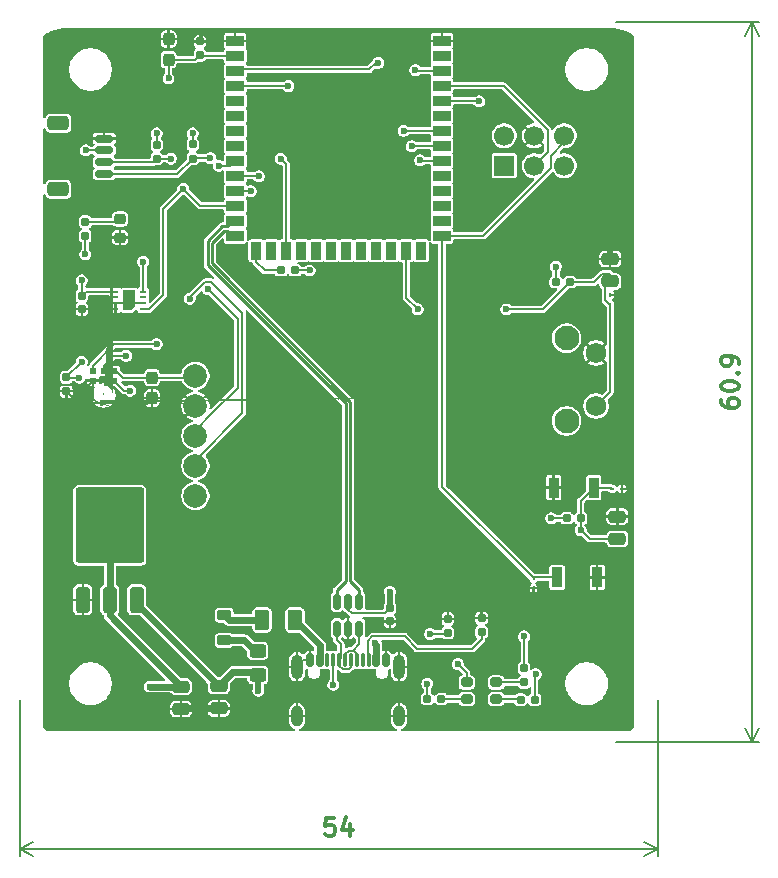
<source format=gbr>
%TF.GenerationSoftware,KiCad,Pcbnew,9.0.4*%
%TF.CreationDate,2025-09-29T13:15:33+05:30*%
%TF.ProjectId,ESP32_Project_1,45535033-325f-4507-926f-6a6563745f31,rev?*%
%TF.SameCoordinates,Original*%
%TF.FileFunction,Copper,L1,Top*%
%TF.FilePolarity,Positive*%
%FSLAX46Y46*%
G04 Gerber Fmt 4.6, Leading zero omitted, Abs format (unit mm)*
G04 Created by KiCad (PCBNEW 9.0.4) date 2025-09-29 13:15:33*
%MOMM*%
%LPD*%
G01*
G04 APERTURE LIST*
G04 Aperture macros list*
%AMRoundRect*
0 Rectangle with rounded corners*
0 $1 Rounding radius*
0 $2 $3 $4 $5 $6 $7 $8 $9 X,Y pos of 4 corners*
0 Add a 4 corners polygon primitive as box body*
4,1,4,$2,$3,$4,$5,$6,$7,$8,$9,$2,$3,0*
0 Add four circle primitives for the rounded corners*
1,1,$1+$1,$2,$3*
1,1,$1+$1,$4,$5*
1,1,$1+$1,$6,$7*
1,1,$1+$1,$8,$9*
0 Add four rect primitives between the rounded corners*
20,1,$1+$1,$2,$3,$4,$5,0*
20,1,$1+$1,$4,$5,$6,$7,0*
20,1,$1+$1,$6,$7,$8,$9,0*
20,1,$1+$1,$8,$9,$2,$3,0*%
%AMFreePoly0*
4,1,296,0.076512,1.482500,0.076536,1.482499,0.118536,1.479499,0.118572,1.479495,0.159586,1.473493,0.199586,1.466493,0.199621,1.466485,0.239644,1.456479,0.279644,1.444479,0.318658,1.431474,0.318694,1.431461,0.356714,1.415452,0.394714,1.397452,0.394743,1.397437,0.430757,1.377429,0.465757,1.356429,0.465788,1.356408,0.499788,1.332408,0.499802,1.332399,0.532802,1.307399,
0.564841,1.280366,0.594841,1.252366,0.594866,1.252341,0.622866,1.222341,0.649899,1.190302,0.674899,1.157302,0.674908,1.157288,0.698908,1.123288,0.698929,1.123257,0.719937,1.088243,0.739937,1.052243,0.739952,1.052214,0.757961,1.014194,0.773961,0.976194,0.773974,0.976158,0.786979,0.937144,0.798979,0.897144,0.808985,0.857121,0.808993,0.857086,0.815995,0.817072,
0.821995,0.776072,0.821999,0.776036,0.824999,0.734036,0.826000,0.693012,0.826000,0.662988,0.824999,0.620965,0.821999,0.577965,0.821995,0.577929,0.815991,0.535904,0.807991,0.494904,0.797979,0.452856,0.785972,0.412835,0.771963,0.372810,0.755963,0.333810,0.737954,0.294790,0.737935,0.294753,0.716927,0.257739,0.694927,0.221739,0.670897,0.186696,0.644897,0.152696,
0.617865,0.120658,0.588865,0.089658,0.588842,0.089635,0.557842,0.060635,0.525804,0.033603,0.491804,0.007603,0.456761,-0.016427,0.420747,-0.038435,0.383747,-0.059435,0.383710,-0.059454,0.344690,-0.077463,0.305690,-0.093463,0.265644,-0.107479,0.225644,-0.119479,0.183596,-0.129491,0.142596,-0.137491,0.100571,-0.143495,0.100535,-0.143499,0.057512,-0.146500,0.015512,-0.147500,
0.005488,-0.147500,-0.036536,-0.146499,-0.078536,-0.143499,-0.078572,-0.143495,-0.119584,-0.137493,-0.160584,-0.130493,-0.160618,-0.130486,-0.201644,-0.120479,-0.241665,-0.108472,-0.281665,-0.094472,-0.281694,-0.094461,-0.319714,-0.078452,-0.357738,-0.060440,-0.394761,-0.040427,-0.430761,-0.018427,-0.464788,0.005592,-0.464802,0.005601,-0.497802,0.030601,-0.529842,0.057635,-0.560842,0.086635,
-0.560865,0.086658,-0.589865,0.117658,-0.616899,0.149698,-0.641899,0.182698,-0.641908,0.182712,-0.665927,0.216739,-0.687927,0.252739,-0.707940,0.289762,-0.725961,0.327806,-0.741961,0.365806,-0.741972,0.365835,-0.755979,0.405856,-0.767979,0.445856,-0.777986,0.486882,-0.777993,0.486916,-0.784995,0.527928,-0.790995,0.568928,-0.790999,0.568964,-0.793999,0.610964,-0.795000,0.652988,
-0.795000,0.683012,-0.793999,0.725036,-0.790999,0.767036,-0.790995,0.767072,-0.784993,0.808084,-0.777993,0.849084,-0.777986,0.849118,-0.767979,0.890144,-0.755972,0.930165,-0.741972,0.970165,-0.741961,0.970194,-0.725952,1.008214,-0.707940,1.046238,-0.687927,1.083261,-0.665927,1.119261,-0.641908,1.153288,-0.641899,1.153302,-0.616899,1.186302,-0.589865,1.218342,-0.560865,1.249342,
-0.560842,1.249365,-0.529842,1.278365,-0.497802,1.305399,-0.464802,1.330399,-0.464788,1.330408,-0.430761,1.354427,-0.394761,1.376427,-0.357738,1.396440,-0.319694,1.414461,-0.281694,1.430461,-0.281665,1.430472,-0.241644,1.444479,-0.201644,1.456479,-0.160618,1.466486,-0.160584,1.466493,-0.119572,1.473495,-0.078572,1.479495,-0.078536,1.479499,-0.036536,1.482499,0.005488,1.483500,
0.005845,1.483362,0.006000,1.483012,0.006000,1.183000,0.005854,1.182646,0.005519,1.182500,-0.020469,1.181500,-0.046457,1.179501,-0.072428,1.176504,-0.098395,1.171511,-0.123370,1.165517,-0.149348,1.158522,-0.173308,1.149538,-0.197300,1.139541,-0.221278,1.128551,-0.244239,1.115572,-0.266232,1.101578,-0.288210,1.087591,-0.309187,1.071609,-0.329166,1.054627,-0.348146,1.036646,
-0.366127,1.017666,-0.383109,0.997687,-0.399091,0.976710,-0.413078,0.954732,-0.427072,0.932739,-0.440051,0.909778,-0.451045,0.885792,-0.461038,0.861808,-0.470022,0.837848,-0.477017,0.811870,-0.483011,0.786895,-0.488004,0.760928,-0.491001,0.734962,-0.493001,0.708962,-0.494000,0.682981,-0.494000,0.663019,-0.493001,0.636038,-0.491001,0.610038,-0.488005,0.583073,-0.483009,0.557098,
-0.477018,0.531135,-0.469022,0.505147,-0.460038,0.480192,-0.450041,0.456200,-0.438049,0.431216,-0.426066,0.408250,-0.412081,0.385273,-0.397101,0.363303,-0.380111,0.342315,-0.363119,0.322324,-0.345146,0.302354,-0.325176,0.284381,-0.305185,0.267389,-0.284196,0.250398,-0.262226,0.235418,-0.239250,0.221433,-0.216284,0.209451,-0.191299,0.197458,-0.167308,0.187462,-0.167308,0.187461,
-0.142353,0.178478,-0.116365,0.170481,-0.090402,0.164490,-0.064426,0.159494,-0.037462,0.156498,-0.037462,0.156499,-0.011469,0.154499,0.015519,0.153500,0.025481,0.153500,0.051469,0.154499,0.077457,0.156498,0.103428,0.159495,0.129395,0.164488,0.154370,0.170482,0.154370,0.170483,0.180348,0.177477,0.204308,0.186462,0.228300,0.196458,0.252278,0.207448,0.275239,0.220427,
0.319210,0.248408,0.340187,0.264390,0.360166,0.281372,0.379146,0.299353,0.397127,0.318333,0.414109,0.338312,0.430091,0.359289,0.458072,0.403260,0.471051,0.426221,0.482045,0.450208,0.492038,0.474192,0.501022,0.498151,0.508017,0.524130,0.514011,0.549104,0.519004,0.575071,0.522001,0.601043,0.524001,0.627038,0.525000,0.653019,0.525000,0.682981,0.524001,0.708962,
0.522001,0.734962,0.519004,0.760928,0.514011,0.786895,0.508017,0.811870,0.501022,0.837848,0.492038,0.861808,0.482045,0.885792,0.471051,0.909778,0.458072,0.932739,0.444078,0.954732,0.430091,0.976710,0.414109,0.997687,0.397127,1.017666,0.379146,1.036646,0.360166,1.054627,0.340187,1.071609,0.319210,1.087591,0.297232,1.101578,0.275239,1.115572,0.252278,1.128551,
0.228300,1.139541,0.204308,1.149538,0.180348,1.158522,0.154370,1.165517,0.129395,1.171511,0.103428,1.176504,0.077457,1.179501,0.051469,1.181500,0.025481,1.182500,0.025133,1.182660,0.025000,1.183000,0.025000,1.483000,0.025146,1.483354,0.025500,1.483500,0.035512,1.483500,0.076512,1.482500,0.076512,1.482500,$1*%
%AMFreePoly1*
4,1,6,0.500000,-0.850000,-0.500000,-0.850000,-0.500000,0.550000,-0.200000,0.850000,0.500000,0.850000,0.500000,-0.850000,0.500000,-0.850000,$1*%
G04 Aperture macros list end*
%ADD10C,0.300000*%
%TA.AperFunction,NonConductor*%
%ADD11C,0.300000*%
%TD*%
%TA.AperFunction,NonConductor*%
%ADD12C,0.200000*%
%TD*%
%TA.AperFunction,SMDPad,CuDef*%
%ADD13RoundRect,0.062500X-0.117500X-0.062500X0.117500X-0.062500X0.117500X0.062500X-0.117500X0.062500X0*%
%TD*%
%TA.AperFunction,SMDPad,CuDef*%
%ADD14RoundRect,0.160000X0.160000X-0.197500X0.160000X0.197500X-0.160000X0.197500X-0.160000X-0.197500X0*%
%TD*%
%TA.AperFunction,SMDPad,CuDef*%
%ADD15RoundRect,0.062500X-0.062500X0.117500X-0.062500X-0.117500X0.062500X-0.117500X0.062500X0.117500X0*%
%TD*%
%TA.AperFunction,SMDPad,CuDef*%
%ADD16RoundRect,0.150000X0.150000X-0.512500X0.150000X0.512500X-0.150000X0.512500X-0.150000X-0.512500X0*%
%TD*%
%TA.AperFunction,SMDPad,CuDef*%
%ADD17RoundRect,0.237500X-0.237500X0.300000X-0.237500X-0.300000X0.237500X-0.300000X0.237500X0.300000X0*%
%TD*%
%TA.AperFunction,SMDPad,CuDef*%
%ADD18R,0.900000X1.700000*%
%TD*%
%TA.AperFunction,SMDPad,CuDef*%
%ADD19RoundRect,0.250000X0.475000X-0.250000X0.475000X0.250000X-0.475000X0.250000X-0.475000X-0.250000X0*%
%TD*%
%TA.AperFunction,SMDPad,CuDef*%
%ADD20RoundRect,0.160000X0.197500X0.160000X-0.197500X0.160000X-0.197500X-0.160000X0.197500X-0.160000X0*%
%TD*%
%TA.AperFunction,SMDPad,CuDef*%
%ADD21RoundRect,0.160000X-0.160000X0.197500X-0.160000X-0.197500X0.160000X-0.197500X0.160000X0.197500X0*%
%TD*%
%TA.AperFunction,SMDPad,CuDef*%
%ADD22RoundRect,0.062500X0.062500X-0.117500X0.062500X0.117500X-0.062500X0.117500X-0.062500X-0.117500X0*%
%TD*%
%TA.AperFunction,SMDPad,CuDef*%
%ADD23RoundRect,0.150000X-0.625000X0.150000X-0.625000X-0.150000X0.625000X-0.150000X0.625000X0.150000X0*%
%TD*%
%TA.AperFunction,SMDPad,CuDef*%
%ADD24RoundRect,0.250000X-0.650000X0.350000X-0.650000X-0.350000X0.650000X-0.350000X0.650000X0.350000X0*%
%TD*%
%TA.AperFunction,SMDPad,CuDef*%
%ADD25R,0.600000X0.522000*%
%TD*%
%TA.AperFunction,SMDPad,CuDef*%
%ADD26FreePoly0,0.000000*%
%TD*%
%TA.AperFunction,SMDPad,CuDef*%
%ADD27RoundRect,0.218750X0.256250X-0.218750X0.256250X0.218750X-0.256250X0.218750X-0.256250X-0.218750X0*%
%TD*%
%TA.AperFunction,SMDPad,CuDef*%
%ADD28RoundRect,0.200000X-0.300000X-0.200000X0.300000X-0.200000X0.300000X0.200000X-0.300000X0.200000X0*%
%TD*%
%TA.AperFunction,SMDPad,CuDef*%
%ADD29RoundRect,0.250000X0.450000X-0.325000X0.450000X0.325000X-0.450000X0.325000X-0.450000X-0.325000X0*%
%TD*%
%TA.AperFunction,ComponentPad*%
%ADD30C,2.100000*%
%TD*%
%TA.AperFunction,ComponentPad*%
%ADD31C,1.750000*%
%TD*%
%TA.AperFunction,SMDPad,CuDef*%
%ADD32RoundRect,0.250000X0.375000X0.625000X-0.375000X0.625000X-0.375000X-0.625000X0.375000X-0.625000X0*%
%TD*%
%TA.AperFunction,SMDPad,CuDef*%
%ADD33R,1.500000X0.900000*%
%TD*%
%TA.AperFunction,SMDPad,CuDef*%
%ADD34R,0.900000X1.500000*%
%TD*%
%TA.AperFunction,HeatsinkPad*%
%ADD35C,0.600000*%
%TD*%
%TA.AperFunction,HeatsinkPad*%
%ADD36R,3.900000X3.900000*%
%TD*%
%TA.AperFunction,SMDPad,CuDef*%
%ADD37R,0.550000X0.250000*%
%TD*%
%TA.AperFunction,SMDPad,CuDef*%
%ADD38FreePoly1,180.000000*%
%TD*%
%TA.AperFunction,SMDPad,CuDef*%
%ADD39RoundRect,0.155000X-0.155000X0.212500X-0.155000X-0.212500X0.155000X-0.212500X0.155000X0.212500X0*%
%TD*%
%TA.AperFunction,SMDPad,CuDef*%
%ADD40RoundRect,0.250000X-0.475000X0.250000X-0.475000X-0.250000X0.475000X-0.250000X0.475000X0.250000X0*%
%TD*%
%TA.AperFunction,SMDPad,CuDef*%
%ADD41RoundRect,0.160000X-0.197500X-0.160000X0.197500X-0.160000X0.197500X0.160000X-0.197500X0.160000X0*%
%TD*%
%TA.AperFunction,SMDPad,CuDef*%
%ADD42RoundRect,0.150000X-0.150000X-0.425000X0.150000X-0.425000X0.150000X0.425000X-0.150000X0.425000X0*%
%TD*%
%TA.AperFunction,SMDPad,CuDef*%
%ADD43RoundRect,0.075000X-0.075000X-0.500000X0.075000X-0.500000X0.075000X0.500000X-0.075000X0.500000X0*%
%TD*%
%TA.AperFunction,HeatsinkPad*%
%ADD44O,1.000000X2.100000*%
%TD*%
%TA.AperFunction,HeatsinkPad*%
%ADD45O,1.000000X1.800000*%
%TD*%
%TA.AperFunction,ComponentPad*%
%ADD46R,1.700000X1.700000*%
%TD*%
%TA.AperFunction,ComponentPad*%
%ADD47C,1.700000*%
%TD*%
%TA.AperFunction,ComponentPad*%
%ADD48C,2.000000*%
%TD*%
%TA.AperFunction,SMDPad,CuDef*%
%ADD49RoundRect,0.250000X0.350000X-0.850000X0.350000X0.850000X-0.350000X0.850000X-0.350000X-0.850000X0*%
%TD*%
%TA.AperFunction,SMDPad,CuDef*%
%ADD50RoundRect,0.249997X2.650003X-2.950003X2.650003X2.950003X-2.650003X2.950003X-2.650003X-2.950003X0*%
%TD*%
%TA.AperFunction,SMDPad,CuDef*%
%ADD51RoundRect,0.218750X-0.381250X0.218750X-0.381250X-0.218750X0.381250X-0.218750X0.381250X0.218750X0*%
%TD*%
%TA.AperFunction,ViaPad*%
%ADD52C,0.600000*%
%TD*%
%TA.AperFunction,Conductor*%
%ADD53C,0.200000*%
%TD*%
%TA.AperFunction,Conductor*%
%ADD54C,0.600000*%
%TD*%
%TA.AperFunction,Conductor*%
%ADD55C,0.500000*%
%TD*%
%TA.AperFunction,Conductor*%
%ADD56C,0.240000*%
%TD*%
G04 APERTURE END LIST*
D10*
D11*
X204642857Y-127378328D02*
X203928571Y-127378328D01*
X203928571Y-127378328D02*
X203857143Y-128092614D01*
X203857143Y-128092614D02*
X203928571Y-128021185D01*
X203928571Y-128021185D02*
X204071429Y-127949757D01*
X204071429Y-127949757D02*
X204428571Y-127949757D01*
X204428571Y-127949757D02*
X204571429Y-128021185D01*
X204571429Y-128021185D02*
X204642857Y-128092614D01*
X204642857Y-128092614D02*
X204714286Y-128235471D01*
X204714286Y-128235471D02*
X204714286Y-128592614D01*
X204714286Y-128592614D02*
X204642857Y-128735471D01*
X204642857Y-128735471D02*
X204571429Y-128806900D01*
X204571429Y-128806900D02*
X204428571Y-128878328D01*
X204428571Y-128878328D02*
X204071429Y-128878328D01*
X204071429Y-128878328D02*
X203928571Y-128806900D01*
X203928571Y-128806900D02*
X203857143Y-128735471D01*
X206000000Y-127878328D02*
X206000000Y-128878328D01*
X205642857Y-127306900D02*
X205285714Y-128378328D01*
X205285714Y-128378328D02*
X206214285Y-128378328D01*
D12*
X178000000Y-117400000D02*
X178000000Y-130586420D01*
X232000000Y-130586420D02*
X232000000Y-117400000D01*
X178000000Y-130000000D02*
X232000000Y-130000000D01*
X178000000Y-130000000D02*
X179126504Y-129413579D01*
X178000000Y-130000000D02*
X179126504Y-130586421D01*
X232000000Y-130000000D02*
X230873496Y-130586421D01*
X232000000Y-130000000D02*
X230873496Y-129413579D01*
D10*
D11*
X237378328Y-91949999D02*
X237378328Y-92235713D01*
X237378328Y-92235713D02*
X237449757Y-92378570D01*
X237449757Y-92378570D02*
X237521185Y-92449999D01*
X237521185Y-92449999D02*
X237735471Y-92592856D01*
X237735471Y-92592856D02*
X238021185Y-92664284D01*
X238021185Y-92664284D02*
X238592614Y-92664284D01*
X238592614Y-92664284D02*
X238735471Y-92592856D01*
X238735471Y-92592856D02*
X238806900Y-92521427D01*
X238806900Y-92521427D02*
X238878328Y-92378570D01*
X238878328Y-92378570D02*
X238878328Y-92092856D01*
X238878328Y-92092856D02*
X238806900Y-91949999D01*
X238806900Y-91949999D02*
X238735471Y-91878570D01*
X238735471Y-91878570D02*
X238592614Y-91807141D01*
X238592614Y-91807141D02*
X238235471Y-91807141D01*
X238235471Y-91807141D02*
X238092614Y-91878570D01*
X238092614Y-91878570D02*
X238021185Y-91949999D01*
X238021185Y-91949999D02*
X237949757Y-92092856D01*
X237949757Y-92092856D02*
X237949757Y-92378570D01*
X237949757Y-92378570D02*
X238021185Y-92521427D01*
X238021185Y-92521427D02*
X238092614Y-92592856D01*
X238092614Y-92592856D02*
X238235471Y-92664284D01*
X237378328Y-90878570D02*
X237378328Y-90735713D01*
X237378328Y-90735713D02*
X237449757Y-90592856D01*
X237449757Y-90592856D02*
X237521185Y-90521428D01*
X237521185Y-90521428D02*
X237664042Y-90449999D01*
X237664042Y-90449999D02*
X237949757Y-90378570D01*
X237949757Y-90378570D02*
X238306900Y-90378570D01*
X238306900Y-90378570D02*
X238592614Y-90449999D01*
X238592614Y-90449999D02*
X238735471Y-90521428D01*
X238735471Y-90521428D02*
X238806900Y-90592856D01*
X238806900Y-90592856D02*
X238878328Y-90735713D01*
X238878328Y-90735713D02*
X238878328Y-90878570D01*
X238878328Y-90878570D02*
X238806900Y-91021428D01*
X238806900Y-91021428D02*
X238735471Y-91092856D01*
X238735471Y-91092856D02*
X238592614Y-91164285D01*
X238592614Y-91164285D02*
X238306900Y-91235713D01*
X238306900Y-91235713D02*
X237949757Y-91235713D01*
X237949757Y-91235713D02*
X237664042Y-91164285D01*
X237664042Y-91164285D02*
X237521185Y-91092856D01*
X237521185Y-91092856D02*
X237449757Y-91021428D01*
X237449757Y-91021428D02*
X237378328Y-90878570D01*
X238735471Y-89735714D02*
X238806900Y-89664285D01*
X238806900Y-89664285D02*
X238878328Y-89735714D01*
X238878328Y-89735714D02*
X238806900Y-89807142D01*
X238806900Y-89807142D02*
X238735471Y-89735714D01*
X238735471Y-89735714D02*
X238878328Y-89735714D01*
X238878328Y-88949999D02*
X238878328Y-88664285D01*
X238878328Y-88664285D02*
X238806900Y-88521428D01*
X238806900Y-88521428D02*
X238735471Y-88449999D01*
X238735471Y-88449999D02*
X238521185Y-88307142D01*
X238521185Y-88307142D02*
X238235471Y-88235713D01*
X238235471Y-88235713D02*
X237664042Y-88235713D01*
X237664042Y-88235713D02*
X237521185Y-88307142D01*
X237521185Y-88307142D02*
X237449757Y-88378571D01*
X237449757Y-88378571D02*
X237378328Y-88521428D01*
X237378328Y-88521428D02*
X237378328Y-88807142D01*
X237378328Y-88807142D02*
X237449757Y-88949999D01*
X237449757Y-88949999D02*
X237521185Y-89021428D01*
X237521185Y-89021428D02*
X237664042Y-89092856D01*
X237664042Y-89092856D02*
X238021185Y-89092856D01*
X238021185Y-89092856D02*
X238164042Y-89021428D01*
X238164042Y-89021428D02*
X238235471Y-88949999D01*
X238235471Y-88949999D02*
X238306900Y-88807142D01*
X238306900Y-88807142D02*
X238306900Y-88521428D01*
X238306900Y-88521428D02*
X238235471Y-88378571D01*
X238235471Y-88378571D02*
X238164042Y-88307142D01*
X238164042Y-88307142D02*
X238021185Y-88235713D01*
D12*
X228500000Y-60000000D02*
X240586420Y-60000000D01*
X240586420Y-120900000D02*
X228500000Y-120900000D01*
X240000000Y-60000000D02*
X240000000Y-120900000D01*
X240000000Y-60000000D02*
X240586421Y-61126504D01*
X240000000Y-60000000D02*
X239413579Y-61126504D01*
X240000000Y-120900000D02*
X239413579Y-119773496D01*
X240000000Y-120900000D02*
X240586421Y-119773496D01*
D13*
%TO.P,D3,1,A1*%
%TO.N,GND*%
X229000000Y-99500000D03*
%TO.P,D3,2,A2*%
%TO.N,/ESP_EN*%
X228160000Y-99500000D03*
%TD*%
D14*
%TO.P,R10,1*%
%TO.N,GND*%
X181950000Y-91245000D03*
%TO.P,R10,2*%
%TO.N,/MIC_SD*%
X181950000Y-90050000D03*
%TD*%
D15*
%TO.P,D4,1,A1*%
%TO.N,GND*%
X221500000Y-107920000D03*
%TO.P,D4,2,A2*%
%TO.N,/ESP_IO0*%
X221500000Y-107080000D03*
%TD*%
D16*
%TO.P,U1,1,I/O1*%
%TO.N,/D-*%
X204850000Y-111337500D03*
%TO.P,U1,2,GND*%
%TO.N,GND*%
X205800000Y-111337500D03*
%TO.P,U1,3,I/O2*%
%TO.N,/D+*%
X206750000Y-111337500D03*
%TO.P,U1,4,I/O2*%
%TO.N,/USB_D+*%
X206750000Y-109062500D03*
%TO.P,U1,5,VBUS*%
%TO.N,+5V*%
X205800000Y-109062500D03*
%TO.P,U1,6,I/O1*%
%TO.N,/USB_D-*%
X204850000Y-109062500D03*
%TD*%
D17*
%TO.P,C1,1*%
%TO.N,GND*%
X190600000Y-61437500D03*
%TO.P,C1,2*%
%TO.N,+3.3V*%
X190600000Y-63162500D03*
%TD*%
D18*
%TO.P,SW1,1,A*%
%TO.N,GND*%
X223200000Y-99400000D03*
%TO.P,SW1,2,B*%
%TO.N,/ESP_EN*%
X226600000Y-99400000D03*
%TD*%
%TO.P,SW2,1,A*%
%TO.N,GND*%
X226900000Y-107000000D03*
%TO.P,SW2,2,B*%
%TO.N,/ESP_IO0*%
X223500000Y-107000000D03*
%TD*%
D19*
%TO.P,C4,1*%
%TO.N,/ESP_EN*%
X228600000Y-103750000D03*
%TO.P,C4,2*%
%TO.N,GND*%
X228600000Y-101850000D03*
%TD*%
D20*
%TO.P,R6,1*%
%TO.N,/USER_SW*%
X224597500Y-82000000D03*
%TO.P,R6,2*%
%TO.N,+3.3V*%
X223402500Y-82000000D03*
%TD*%
D14*
%TO.P,R4,1*%
%TO.N,/CC1*%
X214250000Y-111697500D03*
%TO.P,R4,2*%
%TO.N,GND*%
X214250000Y-110502500D03*
%TD*%
D21*
%TO.P,R7,1*%
%TO.N,+3.3V*%
X189600000Y-70355000D03*
%TO.P,R7,2*%
%TO.N,/SDA*%
X189600000Y-71550000D03*
%TD*%
D14*
%TO.P,R5,1*%
%TO.N,/CC2*%
X217100000Y-111645000D03*
%TO.P,R5,2*%
%TO.N,GND*%
X217100000Y-110450000D03*
%TD*%
D22*
%TO.P,D5,1,A1*%
%TO.N,GND*%
X228000000Y-83080000D03*
%TO.P,D5,2,A2*%
%TO.N,/USER_SW*%
X228000000Y-83920000D03*
%TD*%
D23*
%TO.P,J3,1,Pin_1*%
%TO.N,GND*%
X185150000Y-69850000D03*
%TO.P,J3,2,Pin_2*%
%TO.N,+3.3V*%
X185150000Y-70850000D03*
%TO.P,J3,3,Pin_3*%
%TO.N,/SDA*%
X185150000Y-71850000D03*
%TO.P,J3,4,Pin_4*%
%TO.N,/SCL*%
X185150000Y-72850000D03*
D24*
%TO.P,J3,MP*%
%TO.N,N/C*%
X181275000Y-68550000D03*
X181275000Y-74150000D03*
%TD*%
D25*
%TO.P,MK1,1,WS*%
%TO.N,/MIC_WS*%
X184200000Y-89528000D03*
%TO.P,MK1,2,LR*%
%TO.N,GND*%
X184200000Y-90350000D03*
D26*
%TO.P,MK1,3,GND*%
X185084500Y-92272000D03*
D25*
%TO.P,MK1,4,SCK*%
%TO.N,/MIC_SCK*%
X186000000Y-90350000D03*
%TO.P,MK1,5,VDD*%
%TO.N,+3.3V*%
X186000000Y-89528000D03*
%TO.P,MK1,6,SD*%
%TO.N,/MIC_SD*%
X185100000Y-89528000D03*
%TD*%
D27*
%TO.P,D2,1,K*%
%TO.N,GND*%
X186500000Y-78237500D03*
%TO.P,D2,2,A*%
%TO.N,Net-(D2-A)*%
X186500000Y-76662500D03*
%TD*%
D17*
%TO.P,C9,1*%
%TO.N,+3.3V*%
X189200000Y-90087500D03*
%TO.P,C9,2*%
%TO.N,GND*%
X189200000Y-91812500D03*
%TD*%
D28*
%TO.P,D6,1,A*%
%TO.N,+3.3V*%
X215850000Y-115900000D03*
%TO.P,D6,2,RK*%
%TO.N,Net-(D6-RK)*%
X215850000Y-117300000D03*
%TO.P,D6,3,GK*%
%TO.N,Net-(D6-GK)*%
X218350000Y-117300000D03*
%TO.P,D6,4,BK*%
%TO.N,Net-(D6-BK)*%
X218350000Y-115900000D03*
%TD*%
D14*
%TO.P,R12,1*%
%TO.N,Net-(D6-BK)*%
X220700000Y-115897500D03*
%TO.P,R12,2*%
%TO.N,/B_LED*%
X220700000Y-114702500D03*
%TD*%
D20*
%TO.P,R9,1*%
%TO.N,Net-(D6-RK)*%
X213700000Y-117300000D03*
%TO.P,R9,2*%
%TO.N,/R_LED*%
X212505000Y-117300000D03*
%TD*%
D29*
%TO.P,D1,1,K*%
%TO.N,+5V*%
X198150000Y-115275000D03*
%TO.P,D1,2,A*%
%TO.N,Net-(D1-A)*%
X198150000Y-113225000D03*
%TD*%
D30*
%TO.P,SW3,*%
%TO.N,*%
X224310000Y-86750000D03*
X224310000Y-93760000D03*
D31*
%TO.P,SW3,1,A*%
%TO.N,GND*%
X226800000Y-88000000D03*
%TO.P,SW3,2,B*%
%TO.N,/USER_SW*%
X226800000Y-92500000D03*
%TD*%
D32*
%TO.P,F1,1*%
%TO.N,Net-(F1-Pad1)*%
X201300000Y-110600000D03*
%TO.P,F1,2*%
%TO.N,Net-(F1-Pad2)*%
X198500000Y-110600000D03*
%TD*%
D33*
%TO.P,U2,1,GND*%
%TO.N,GND*%
X196250000Y-61580000D03*
%TO.P,U2,2,3V3*%
%TO.N,+3.3V*%
X196250000Y-62850000D03*
%TO.P,U2,3,EN*%
%TO.N,/ESP_EN*%
X196250000Y-64120000D03*
%TO.P,U2,4,IO4*%
%TO.N,/MIC_WS*%
X196250000Y-65390000D03*
%TO.P,U2,5,IO5*%
%TO.N,unconnected-(U2-IO5-Pad5)*%
X196250000Y-66660000D03*
%TO.P,U2,6,IO6*%
%TO.N,unconnected-(U2-IO6-Pad6)*%
X196250000Y-67930000D03*
%TO.P,U2,7,IO7*%
%TO.N,unconnected-(U2-IO7-Pad7)*%
X196250000Y-69200000D03*
%TO.P,U2,8,IO15*%
%TO.N,unconnected-(U2-IO15-Pad8)*%
X196250000Y-70470000D03*
%TO.P,U2,9,IO16*%
%TO.N,/MIC_SD*%
X196250000Y-71740000D03*
%TO.P,U2,10,IO17*%
%TO.N,/C4001_RX*%
X196250000Y-73010000D03*
%TO.P,U2,11,IO18*%
%TO.N,/C4001_TX*%
X196250000Y-74280000D03*
%TO.P,U2,12,IO8*%
%TO.N,/SDA*%
X196250000Y-75550000D03*
%TO.P,U2,13,USB_D-*%
%TO.N,/USB_D-*%
X196250000Y-76820000D03*
%TO.P,U2,14,USB_D+*%
%TO.N,/USB_D+*%
X196250000Y-78090000D03*
D34*
%TO.P,U2,15,IO3*%
%TO.N,/FL*%
X198015000Y-79340000D03*
%TO.P,U2,16,IO46*%
%TO.N,unconnected-(U2-IO46-Pad16)*%
X199285000Y-79340000D03*
%TO.P,U2,17,IO9*%
%TO.N,/SCL*%
X200555000Y-79340000D03*
%TO.P,U2,18,IO10*%
%TO.N,unconnected-(U2-IO10-Pad18)*%
X201825000Y-79340000D03*
%TO.P,U2,19,IO11*%
%TO.N,unconnected-(U2-IO11-Pad19)*%
X203095000Y-79340000D03*
%TO.P,U2,20,IO12*%
%TO.N,unconnected-(U2-IO12-Pad20)*%
X204365000Y-79340000D03*
%TO.P,U2,21,IO13*%
%TO.N,unconnected-(U2-IO13-Pad21)*%
X205635000Y-79340000D03*
%TO.P,U2,22,IO14*%
%TO.N,unconnected-(U2-IO14-Pad22)*%
X206905000Y-79340000D03*
%TO.P,U2,23,IO21*%
%TO.N,unconnected-(U2-IO21-Pad23)*%
X208175000Y-79340000D03*
%TO.P,U2,24,IO47*%
%TO.N,unconnected-(U2-IO47-Pad24)*%
X209445000Y-79340000D03*
%TO.P,U2,25,IO48*%
%TO.N,/USER_SW*%
X210715000Y-79340000D03*
%TO.P,U2,26,IO45*%
%TO.N,unconnected-(U2-IO45-Pad26)*%
X211985000Y-79340000D03*
D33*
%TO.P,U2,27,IO0*%
%TO.N,/ESP_IO0*%
X213750000Y-78090000D03*
%TO.P,U2,28,IO35*%
%TO.N,unconnected-(U2-IO35-Pad28)*%
X213750000Y-76820000D03*
%TO.P,U2,29,IO36*%
%TO.N,unconnected-(U2-IO36-Pad29)*%
X213750000Y-75550000D03*
%TO.P,U2,30,IO37*%
%TO.N,unconnected-(U2-IO37-Pad30)*%
X213750000Y-74280000D03*
%TO.P,U2,31,IO38*%
%TO.N,unconnected-(U2-IO38-Pad31)*%
X213750000Y-73010000D03*
%TO.P,U2,32,IO39*%
%TO.N,/R_LED*%
X213750000Y-71740000D03*
%TO.P,U2,33,IO40*%
%TO.N,/G_LED*%
X213750000Y-70470000D03*
%TO.P,U2,34,IO41*%
%TO.N,/B_LED*%
X213750000Y-69200000D03*
%TO.P,U2,35,IO42*%
%TO.N,unconnected-(U2-IO42-Pad35)*%
X213750000Y-67930000D03*
%TO.P,U2,36,RXD0*%
%TO.N,/ESP_RXD*%
X213750000Y-66660000D03*
%TO.P,U2,37,TXD0*%
%TO.N,/ESP_TXD*%
X213750000Y-65390000D03*
%TO.P,U2,38,IO2*%
%TO.N,/MIC_SCK*%
X213750000Y-64120000D03*
%TO.P,U2,39,IO1*%
%TO.N,unconnected-(U2-IO1-Pad39)*%
X213750000Y-62850000D03*
%TO.P,U2,40,GND*%
%TO.N,GND*%
X213750000Y-61580000D03*
D35*
%TO.P,U2,41,GND*%
X202100000Y-68600000D03*
X202100000Y-70000000D03*
X202800000Y-67900000D03*
X202800000Y-69300000D03*
X202800000Y-70700000D03*
X203500000Y-68600000D03*
D36*
X203500000Y-69300000D03*
D35*
X203500000Y-70000000D03*
X204200000Y-67900000D03*
X204200000Y-69300000D03*
X204200000Y-70700000D03*
X204900000Y-68600000D03*
X204900000Y-70000000D03*
%TD*%
D37*
%TO.P,U4,1,SDA*%
%TO.N,/SDA*%
X188450000Y-84300000D03*
%TO.P,U4,2,ADDR*%
%TO.N,GND*%
X188450000Y-83800000D03*
%TO.P,U4,3,ALERT*%
%TO.N,unconnected-(U4-ALERT-Pad3)*%
X188450000Y-83300000D03*
%TO.P,U4,4,SCL*%
%TO.N,/SCL*%
X188450000Y-82800000D03*
%TO.P,U4,5,VDD*%
%TO.N,+3.3V*%
X186100000Y-82800000D03*
%TO.P,U4,6,~{RESET}*%
%TO.N,unconnected-(U4-~{RESET}-Pad6)*%
X186100000Y-83300000D03*
%TO.P,U4,7,R*%
%TO.N,GND*%
X186100000Y-83800000D03*
%TO.P,U4,8,VSS*%
X186100000Y-84300000D03*
D38*
%TO.P,U4,9,VSS*%
X187275000Y-83550000D03*
%TD*%
D39*
%TO.P,C5,1*%
%TO.N,+3.3V*%
X183250000Y-83150000D03*
%TO.P,C5,2*%
%TO.N,GND*%
X183250000Y-84285000D03*
%TD*%
D20*
%TO.P,R2,1*%
%TO.N,/ESP_EN*%
X225500000Y-102000000D03*
%TO.P,R2,2*%
%TO.N,+3.3V*%
X224305000Y-102000000D03*
%TD*%
D39*
%TO.P,C2,1*%
%TO.N,GND*%
X193250000Y-61632500D03*
%TO.P,C2,2*%
%TO.N,+3.3V*%
X193250000Y-62767500D03*
%TD*%
D14*
%TO.P,R1,1*%
%TO.N,+3.3V*%
X183550000Y-78097500D03*
%TO.P,R1,2*%
%TO.N,Net-(D2-A)*%
X183550000Y-76902500D03*
%TD*%
D40*
%TO.P,C7,1*%
%TO.N,+3.3V*%
X191650000Y-116250000D03*
%TO.P,C7,2*%
%TO.N,GND*%
X191650000Y-118150000D03*
%TD*%
D39*
%TO.P,C3,1*%
%TO.N,+5V*%
X209350000Y-109600000D03*
%TO.P,C3,2*%
%TO.N,GND*%
X209350000Y-110735000D03*
%TD*%
D41*
%TO.P,R3,1*%
%TO.N,/FL*%
X200102500Y-81000000D03*
%TO.P,R3,2*%
%TO.N,+3.3V*%
X201297500Y-81000000D03*
%TD*%
D42*
%TO.P,J1,A1,GND*%
%TO.N,GND*%
X202600000Y-114000000D03*
%TO.P,J1,A4,VBUS*%
%TO.N,Net-(F1-Pad1)*%
X203400000Y-114000000D03*
D43*
%TO.P,J1,A5,CC1*%
%TO.N,/CC1*%
X204550000Y-114000000D03*
%TO.P,J1,A6,D+*%
%TO.N,/D+*%
X205550000Y-114000000D03*
%TO.P,J1,A7,D-*%
%TO.N,/D-*%
X206050000Y-114000000D03*
%TO.P,J1,A8,SBU1*%
%TO.N,unconnected-(J1-SBU1-PadA8)*%
X207050000Y-114000000D03*
D42*
%TO.P,J1,A9,VBUS*%
%TO.N,Net-(F1-Pad1)*%
X208200000Y-114000000D03*
%TO.P,J1,A12,GND*%
%TO.N,GND*%
X209000000Y-114000000D03*
%TO.P,J1,B1,GND*%
X209000000Y-114000000D03*
%TO.P,J1,B4,VBUS*%
%TO.N,Net-(F1-Pad1)*%
X208200000Y-114000000D03*
D43*
%TO.P,J1,B5,CC2*%
%TO.N,/CC2*%
X207550000Y-114000000D03*
%TO.P,J1,B6,D+*%
%TO.N,/D+*%
X206550000Y-114000000D03*
%TO.P,J1,B7,D-*%
%TO.N,/D-*%
X205050000Y-114000000D03*
%TO.P,J1,B8,SBU2*%
%TO.N,unconnected-(J1-SBU2-PadB8)*%
X204050000Y-114000000D03*
D42*
%TO.P,J1,B9,VBUS*%
%TO.N,Net-(F1-Pad1)*%
X203400000Y-114000000D03*
%TO.P,J1,B12,GND*%
%TO.N,GND*%
X202600000Y-114000000D03*
D44*
%TO.P,J1,S1,SHIELD*%
X201480000Y-114575000D03*
D45*
X201480000Y-118755000D03*
D44*
X210120000Y-114575000D03*
D45*
X210120000Y-118755000D03*
%TD*%
D41*
%TO.P,R11,1*%
%TO.N,Net-(D6-GK)*%
X220405000Y-117350000D03*
%TO.P,R11,2*%
%TO.N,/G_LED*%
X221600000Y-117350000D03*
%TD*%
D46*
%TO.P,J2,1,Pin_1*%
%TO.N,/ESP_EN*%
X219020000Y-72140000D03*
D47*
%TO.P,J2,2,Pin_2*%
%TO.N,+3.3V*%
X219020000Y-69600000D03*
%TO.P,J2,3,Pin_3*%
%TO.N,/ESP_TXD*%
X221560000Y-72140000D03*
%TO.P,J2,4,Pin_4*%
%TO.N,GND*%
X221560000Y-69600000D03*
%TO.P,J2,5,Pin_5*%
%TO.N,/ESP_RXD*%
X224100000Y-72140000D03*
%TO.P,J2,6,Pin_6*%
%TO.N,/ESP_IO0*%
X224100000Y-69600000D03*
%TD*%
D48*
%TO.P,DFR_C1,1,Vcc*%
%TO.N,+3.3V*%
X192870000Y-89940075D03*
%TO.P,DFR_C1,2,GND*%
%TO.N,GND*%
X192870000Y-92480075D03*
%TO.P,DFR_C1,3,RX*%
%TO.N,/C4001_RX*%
X192870000Y-95020075D03*
%TO.P,DFR_C1,4,TX*%
%TO.N,/C4001_TX*%
X192870000Y-97560075D03*
%TO.P,DFR_C1,5,OUT*%
%TO.N,unconnected-(DFR_C1-OUT-Pad5)*%
X192870000Y-100100075D03*
%TD*%
D40*
%TO.P,C6,1*%
%TO.N,+5V*%
X194850000Y-116200000D03*
%TO.P,C6,2*%
%TO.N,GND*%
X194850000Y-118100000D03*
%TD*%
D21*
%TO.P,R8,1*%
%TO.N,+3.3V*%
X192650000Y-70352500D03*
%TO.P,R8,2*%
%TO.N,/SCL*%
X192650000Y-71547500D03*
%TD*%
D49*
%TO.P,U3,1,GND*%
%TO.N,GND*%
X183342500Y-108900000D03*
%TO.P,U3,2,VO*%
%TO.N,+3.3V*%
X185622500Y-108900000D03*
D50*
X185622500Y-102600000D03*
D49*
%TO.P,U3,3,VI*%
%TO.N,+5V*%
X187902500Y-108900000D03*
%TD*%
D51*
%TO.P,FB1,1*%
%TO.N,Net-(F1-Pad2)*%
X195300000Y-110200000D03*
%TO.P,FB1,2*%
%TO.N,Net-(D1-A)*%
X195300000Y-112325000D03*
%TD*%
D19*
%TO.P,C8,1*%
%TO.N,/USER_SW*%
X228000000Y-81950000D03*
%TO.P,C8,2*%
%TO.N,GND*%
X228000000Y-80050000D03*
%TD*%
D52*
%TO.N,+3.3V*%
X183600000Y-70850000D03*
X190600000Y-64750000D03*
X215100000Y-114350000D03*
X223400000Y-80700000D03*
X183550000Y-79650000D03*
X202550000Y-81000000D03*
X223000000Y-102000000D03*
X183250000Y-81850000D03*
X189000000Y-116250000D03*
X189600000Y-69400000D03*
X192650000Y-69400000D03*
%TO.N,GND*%
X229050000Y-83100000D03*
X183600000Y-69850000D03*
X202534314Y-112965686D03*
X183250000Y-85300000D03*
X205792992Y-112595552D03*
X214250000Y-109200000D03*
X194750000Y-61100000D03*
X189150000Y-61500000D03*
X185100000Y-83800000D03*
X217100000Y-109250000D03*
X209250000Y-112650000D03*
X229000000Y-100500000D03*
X228000000Y-79500000D03*
%TO.N,+5V*%
X209350000Y-108250000D03*
X198200000Y-116600000D03*
%TO.N,/ESP_EN*%
X208351000Y-63449000D03*
X225500000Y-103000000D03*
%TO.N,/USER_SW*%
X211700000Y-84300000D03*
X219200000Y-84300000D03*
%TO.N,/C4001_TX*%
X197550000Y-74300000D03*
X192400000Y-83400000D03*
%TO.N,/C4001_RX*%
X198250000Y-73050000D03*
X193950000Y-82600000D03*
%TO.N,Net-(F1-Pad1)*%
X208100000Y-112600000D03*
X203400000Y-112750000D03*
%TO.N,/CC1*%
X212750000Y-111800000D03*
X204550000Y-116100000D03*
%TO.N,/ESP_RXD*%
X216900000Y-66700000D03*
%TO.N,/SDA*%
X190800000Y-71550000D03*
X191850000Y-74100000D03*
%TO.N,/SCL*%
X200100000Y-71550000D03*
X188450000Y-80300000D03*
X194150000Y-71500000D03*
%TO.N,/MIC_SD*%
X194850000Y-72150000D03*
X187000000Y-88250000D03*
X183050000Y-90100000D03*
X183250000Y-88750000D03*
%TO.N,/MIC_SCK*%
X187350000Y-91200000D03*
X211500000Y-64050000D03*
%TO.N,/MIC_WS*%
X200750000Y-65400000D03*
X189600000Y-87250000D03*
%TO.N,/R_LED*%
X211900000Y-71700000D03*
X212500000Y-116000000D03*
%TO.N,/G_LED*%
X211200000Y-70500000D03*
X221700000Y-115200000D03*
%TO.N,/B_LED*%
X220700000Y-112000000D03*
X210500000Y-69200000D03*
%TD*%
D53*
%TO.N,+3.3V*%
X183250000Y-83150000D02*
X183250000Y-81850000D01*
X183600000Y-82800000D02*
X186100000Y-82800000D01*
X192650000Y-70352500D02*
X192650000Y-69400000D01*
X215850000Y-115100000D02*
X215100000Y-114350000D01*
X183250000Y-83150000D02*
X183600000Y-82800000D01*
X223400000Y-81100000D02*
X223402500Y-81102500D01*
X183550000Y-78097500D02*
X183550000Y-79650000D01*
X190600000Y-63162500D02*
X192855000Y-63162500D01*
X189200000Y-90087500D02*
X192252500Y-90087500D01*
X201297500Y-81000000D02*
X202550000Y-81000000D01*
X192855000Y-63162500D02*
X193250000Y-62767500D01*
X223400000Y-80700000D02*
X223400000Y-81100000D01*
X193332500Y-62850000D02*
X193250000Y-62767500D01*
D54*
X185622500Y-108900000D02*
X185622500Y-102600000D01*
D53*
X196250000Y-62850000D02*
X193332500Y-62850000D01*
X224305000Y-102000000D02*
X223000000Y-102000000D01*
D54*
X191650000Y-116250000D02*
X189000000Y-116250000D01*
D53*
X190600000Y-64750000D02*
X190600000Y-63162500D01*
X186178000Y-89528000D02*
X186737500Y-90087500D01*
X186000000Y-89528000D02*
X186178000Y-89528000D01*
D54*
X191650000Y-116250000D02*
X185622500Y-110222500D01*
D53*
X223402500Y-81102500D02*
X223402500Y-82000000D01*
X185150000Y-70850000D02*
X183600000Y-70850000D01*
X186737500Y-90087500D02*
X189200000Y-90087500D01*
X189600000Y-70355000D02*
X189600000Y-69400000D01*
X192252500Y-90087500D02*
X192920000Y-89420000D01*
D54*
X185622500Y-110222500D02*
X185622500Y-108900000D01*
D53*
X215850000Y-115900000D02*
X215850000Y-115100000D01*
%TO.N,GND*%
X214250000Y-110502500D02*
X214250000Y-109200000D01*
X193500000Y-61100000D02*
X193250000Y-61350000D01*
X184200000Y-90350000D02*
X183841500Y-90708500D01*
X184615000Y-84285000D02*
X185100000Y-83800000D01*
X183250000Y-84285000D02*
X184615000Y-84285000D01*
X187525000Y-83800000D02*
X187275000Y-83550000D01*
X228600000Y-100900000D02*
X229000000Y-100500000D01*
X191700000Y-118100000D02*
X191650000Y-118150000D01*
X209000000Y-112900000D02*
X209250000Y-112650000D01*
X189212500Y-61437500D02*
X189150000Y-61500000D01*
X228000000Y-80680000D02*
X228000000Y-79500000D01*
X193250000Y-61350000D02*
X193250000Y-61632500D01*
X190600000Y-61437500D02*
X189212500Y-61437500D01*
X182977000Y-92272000D02*
X185084500Y-92272000D01*
X181329000Y-90442886D02*
X181329000Y-87221000D01*
X187025000Y-83800000D02*
X187275000Y-83550000D01*
D54*
X194850000Y-118100000D02*
X191700000Y-118100000D01*
D53*
X229000000Y-99500000D02*
X229000000Y-100500000D01*
X228440000Y-83100000D02*
X228420000Y-83080000D01*
X194750000Y-61100000D02*
X193500000Y-61100000D01*
X229050000Y-83100000D02*
X228440000Y-83100000D01*
X185150000Y-69850000D02*
X183600000Y-69850000D01*
X188740500Y-92272000D02*
X185084500Y-92272000D01*
X202559314Y-113059314D02*
X202600000Y-113100000D01*
X202534314Y-112965686D02*
X202559314Y-112990686D01*
X186100000Y-83800000D02*
X185100000Y-83800000D01*
X181594614Y-90708500D02*
X181329000Y-90442886D01*
X228420000Y-83080000D02*
X228000000Y-83080000D01*
X202559314Y-112990686D02*
X202559314Y-113059314D01*
X189200000Y-91812500D02*
X188740500Y-92272000D01*
X183250000Y-84285000D02*
X183250000Y-85300000D01*
X184200000Y-91861467D02*
X184200000Y-90350000D01*
X209000000Y-114000000D02*
X209000000Y-112900000D01*
X183841500Y-90708500D02*
X181594614Y-90708500D01*
X184610533Y-92272000D02*
X184200000Y-91861467D01*
X205792992Y-112595552D02*
X205792992Y-112441077D01*
X217100000Y-110450000D02*
X217100000Y-109250000D01*
X185084500Y-92272000D02*
X184610533Y-92272000D01*
X202600000Y-113100000D02*
X202600000Y-114000000D01*
X188450000Y-83800000D02*
X187525000Y-83800000D01*
X205792992Y-112441077D02*
X205800000Y-112434069D01*
X181329000Y-87221000D02*
X183250000Y-85300000D01*
X186100000Y-83800000D02*
X187025000Y-83800000D01*
X228600000Y-101850000D02*
X228600000Y-100900000D01*
X181950000Y-91245000D02*
X182977000Y-92272000D01*
X205800000Y-112434069D02*
X205800000Y-111337500D01*
%TO.N,+5V*%
X208924000Y-110026000D02*
X209350000Y-109600000D01*
D55*
X198200000Y-116600000D02*
X198200000Y-115087500D01*
D53*
X205800000Y-109724999D02*
X206101001Y-110026000D01*
X187902500Y-109252500D02*
X187902500Y-108900000D01*
D54*
X194850000Y-116200000D02*
X187902500Y-109252500D01*
D53*
X206101001Y-110026000D02*
X208924000Y-110026000D01*
X198200000Y-115087500D02*
X198150000Y-115037500D01*
D55*
X209350000Y-109600000D02*
X209350000Y-108250000D01*
D54*
X196012500Y-115037500D02*
X194850000Y-116200000D01*
D53*
X205800000Y-109062500D02*
X205800000Y-109724999D01*
D54*
X198150000Y-115037500D02*
X196012500Y-115037500D01*
D53*
%TO.N,/ESP_EN*%
X226600000Y-99400000D02*
X228060000Y-99400000D01*
X208151000Y-63449000D02*
X207600000Y-64000000D01*
X228060000Y-99400000D02*
X228160000Y-99500000D01*
X225500000Y-103000000D02*
X225500000Y-102000000D01*
X196370000Y-64000000D02*
X196250000Y-64120000D01*
X207600000Y-64000000D02*
X196370000Y-64000000D01*
X228600000Y-103750000D02*
X226250000Y-103750000D01*
X208351000Y-63449000D02*
X208151000Y-63449000D01*
X226250000Y-103750000D02*
X225500000Y-103000000D01*
X225500000Y-100500000D02*
X226600000Y-99400000D01*
X225500000Y-102000000D02*
X225500000Y-100500000D01*
%TO.N,/USER_SW*%
X227574000Y-81746000D02*
X228000000Y-81320000D01*
X228000000Y-81320000D02*
X227320000Y-81320000D01*
X226800000Y-92500000D02*
X228000000Y-91300000D01*
X210715000Y-79340000D02*
X210715000Y-83315000D01*
X222297500Y-84300000D02*
X224597500Y-82000000D01*
X228000000Y-83920000D02*
X227574000Y-83494000D01*
X219200000Y-84300000D02*
X222297500Y-84300000D01*
X227574000Y-83494000D02*
X227574000Y-81746000D01*
X227320000Y-81320000D02*
X226640000Y-82000000D01*
X228000000Y-91300000D02*
X228000000Y-83920000D01*
X210715000Y-83315000D02*
X211700000Y-84300000D01*
X226640000Y-82000000D02*
X224597500Y-82000000D01*
D54*
%TO.N,Net-(D1-A)*%
X197012500Y-112325000D02*
X198150000Y-113462500D01*
X195300000Y-112325000D02*
X197012500Y-112325000D01*
D53*
%TO.N,Net-(D2-A)*%
X186260000Y-76902500D02*
X186500000Y-76662500D01*
X183550000Y-76902500D02*
X186260000Y-76902500D01*
%TO.N,/ESP_IO0*%
X213750000Y-99330000D02*
X213750000Y-78090000D01*
X221580000Y-107000000D02*
X221500000Y-107080000D01*
X213750000Y-78090000D02*
X217237760Y-78090000D01*
X217237760Y-78090000D02*
X222949000Y-72378760D01*
X222949000Y-72378760D02*
X222949000Y-71318100D01*
X222949000Y-71318100D02*
X224100000Y-70167100D01*
X224100000Y-70167100D02*
X224100000Y-69600000D01*
X223500000Y-107000000D02*
X221580000Y-107000000D01*
X221500000Y-107080000D02*
X213750000Y-99330000D01*
%TO.N,Net-(D6-GK)*%
X218350000Y-117300000D02*
X220355000Y-117300000D01*
X220355000Y-117300000D02*
X220405000Y-117350000D01*
%TO.N,Net-(D6-RK)*%
X215850000Y-117300000D02*
X213700000Y-117300000D01*
%TO.N,Net-(D6-BK)*%
X218350000Y-115900000D02*
X220697500Y-115900000D01*
X220697500Y-115900000D02*
X220700000Y-115897500D01*
%TO.N,/C4001_TX*%
X196250000Y-74280000D02*
X197530000Y-74280000D01*
X196851000Y-93109000D02*
X192920000Y-97040000D01*
X197530000Y-74280000D02*
X197550000Y-74300000D01*
X192400000Y-83300057D02*
X193701057Y-81999000D01*
X192400000Y-83400000D02*
X192400000Y-83300057D01*
X196851000Y-84651057D02*
X196851000Y-93109000D01*
X194198943Y-81999000D02*
X196851000Y-84651057D01*
X193701057Y-81999000D02*
X194198943Y-81999000D01*
%TO.N,/C4001_RX*%
X196450000Y-90950000D02*
X194320000Y-93080000D01*
X196450000Y-85100000D02*
X196450000Y-90950000D01*
X194320000Y-93100000D02*
X192920000Y-94500000D01*
X194320000Y-93080000D02*
X194320000Y-93100000D01*
X193950000Y-82600000D02*
X196450000Y-85100000D01*
X196250000Y-73010000D02*
X198210000Y-73010000D01*
X198210000Y-73010000D02*
X198250000Y-73050000D01*
D54*
%TO.N,Net-(F1-Pad1)*%
X208200000Y-114000000D02*
X208200000Y-112700000D01*
D53*
X208200000Y-112700000D02*
X208100000Y-112600000D01*
D54*
X203400000Y-112750000D02*
X203400000Y-112700000D01*
X203400000Y-114000000D02*
X203400000Y-112750000D01*
X203400000Y-112700000D02*
X201300000Y-110600000D01*
%TO.N,Net-(F1-Pad2)*%
X198500000Y-110600000D02*
X195700000Y-110600000D01*
X195700000Y-110600000D02*
X195300000Y-110200000D01*
D53*
%TO.N,/D+*%
X206750000Y-112650000D02*
X206176000Y-113224000D01*
X206550000Y-113500000D02*
X206550000Y-114000000D01*
X205858598Y-113224000D02*
X206274000Y-113224000D01*
X206750000Y-111337500D02*
X206750000Y-112650000D01*
X205550000Y-113532598D02*
X205858598Y-113224000D01*
X205550000Y-114000000D02*
X205550000Y-113532598D01*
X206274000Y-113224000D02*
X206550000Y-113500000D01*
X206176000Y-113224000D02*
X205858598Y-113224000D01*
X206750000Y-111337500D02*
X206750000Y-111700000D01*
%TO.N,/CC2*%
X216300000Y-113050000D02*
X217100000Y-112250000D01*
X207499000Y-113340176D02*
X207499000Y-112351057D01*
X207501000Y-113342176D02*
X207499000Y-113340176D01*
X207550000Y-114000000D02*
X207501000Y-113951000D01*
X207499000Y-112351057D02*
X207851057Y-111999000D01*
X210601057Y-111999000D02*
X211652057Y-113050000D01*
X207851057Y-111999000D02*
X210601057Y-111999000D01*
X217100000Y-112250000D02*
X217100000Y-111645000D01*
X207501000Y-113951000D02*
X207501000Y-113342176D01*
X211652057Y-113050000D02*
X216300000Y-113050000D01*
%TO.N,/CC1*%
X204550000Y-114000000D02*
X204550000Y-116100000D01*
X214147500Y-111800000D02*
X214250000Y-111697500D01*
X212750000Y-111800000D02*
X214147500Y-111800000D01*
%TO.N,/D-*%
X205199000Y-113851000D02*
X205050000Y-114000000D01*
X205358598Y-114776000D02*
X205848999Y-114776000D01*
X205050000Y-114000000D02*
X205050000Y-114467402D01*
X205050000Y-114467402D02*
X205358598Y-114776000D01*
X204850000Y-112331251D02*
X205199000Y-112680251D01*
X205848999Y-114776000D02*
X206050000Y-114574999D01*
X205199000Y-112680251D02*
X205199000Y-113851000D01*
X204850000Y-111337500D02*
X204850000Y-112331251D01*
X204850000Y-111337500D02*
X204850000Y-111700000D01*
X206050000Y-114574999D02*
X206050000Y-114000000D01*
%TO.N,/ESP_TXD*%
X222711000Y-70989000D02*
X221560000Y-72140000D01*
X222711000Y-69123240D02*
X222711000Y-70989000D01*
X213750000Y-65390000D02*
X218977760Y-65390000D01*
X218977760Y-65390000D02*
X222711000Y-69123240D01*
%TO.N,/ESP_RXD*%
X216860000Y-66660000D02*
X216900000Y-66700000D01*
X213750000Y-66660000D02*
X216860000Y-66660000D01*
%TO.N,/SDA*%
X189300000Y-71850000D02*
X189600000Y-71550000D01*
X190150000Y-83102000D02*
X190150000Y-75800000D01*
X189600000Y-71550000D02*
X190800000Y-71550000D01*
X196250000Y-75550000D02*
X193300000Y-75550000D01*
X193300000Y-75550000D02*
X191850000Y-74100000D01*
X185150000Y-71850000D02*
X189300000Y-71850000D01*
X188952000Y-84300000D02*
X190150000Y-83102000D01*
X188450000Y-84300000D02*
X188952000Y-84300000D01*
X190150000Y-75800000D02*
X191850000Y-74100000D01*
%TO.N,/SCL*%
X200555000Y-72005000D02*
X200100000Y-71550000D01*
X192697500Y-71500000D02*
X192650000Y-71547500D01*
X185150000Y-72850000D02*
X191347500Y-72850000D01*
X191347500Y-72850000D02*
X192650000Y-71547500D01*
X188450000Y-82800000D02*
X188450000Y-80300000D01*
X200555000Y-79340000D02*
X200555000Y-72005000D01*
X194150000Y-71500000D02*
X192697500Y-71500000D01*
%TO.N,/MIC_SD*%
X183050000Y-90100000D02*
X182000000Y-90100000D01*
X185917000Y-88250000D02*
X187000000Y-88250000D01*
X195840000Y-72150000D02*
X196250000Y-71740000D01*
X194850000Y-72150000D02*
X195840000Y-72150000D01*
X182000000Y-90100000D02*
X181950000Y-90050000D01*
X181950000Y-90050000D02*
X183250000Y-88750000D01*
X185100000Y-89067000D02*
X185917000Y-88250000D01*
X185100000Y-89528000D02*
X185100000Y-89067000D01*
%TO.N,/MIC_SCK*%
X211660000Y-64050000D02*
X211730000Y-64120000D01*
X211500000Y-64050000D02*
X211660000Y-64050000D01*
X186850000Y-91200000D02*
X187350000Y-91200000D01*
X186000000Y-90350000D02*
X186850000Y-91200000D01*
X211730000Y-64120000D02*
X213750000Y-64120000D01*
%TO.N,/MIC_WS*%
X186017000Y-87250000D02*
X189600000Y-87250000D01*
X200750000Y-65400000D02*
X200550000Y-65400000D01*
X200550000Y-65400000D02*
X200540000Y-65390000D01*
X184200000Y-89067000D02*
X186017000Y-87250000D01*
X184200000Y-89528000D02*
X184200000Y-89067000D01*
X200540000Y-65390000D02*
X196250000Y-65390000D01*
%TO.N,/FL*%
X198015000Y-80290000D02*
X198015000Y-79340000D01*
X200102500Y-81000000D02*
X198725000Y-81000000D01*
X198725000Y-81000000D02*
X198015000Y-80290000D01*
%TO.N,/R_LED*%
X212500000Y-116000000D02*
X212500000Y-117295000D01*
X211940000Y-71740000D02*
X211900000Y-71700000D01*
X213750000Y-71740000D02*
X211940000Y-71740000D01*
X212500000Y-117295000D02*
X212505000Y-117300000D01*
%TO.N,/G_LED*%
X221700000Y-115200000D02*
X221600000Y-115300000D01*
X221600000Y-115300000D02*
X221600000Y-117350000D01*
X213750000Y-70470000D02*
X211230000Y-70470000D01*
X211230000Y-70470000D02*
X211200000Y-70500000D01*
%TO.N,/B_LED*%
X220700000Y-112000000D02*
X220700000Y-114702500D01*
X213750000Y-69200000D02*
X210500000Y-69200000D01*
D56*
%TO.N,/USB_D-*%
X195164228Y-77260000D02*
X195510000Y-77260000D01*
X205605000Y-92280772D02*
X193905000Y-80580772D01*
X195510000Y-77260000D02*
X195950000Y-76820000D01*
X193905000Y-80580772D02*
X193905000Y-78519228D01*
X204850000Y-109062500D02*
X204850000Y-108068749D01*
X205605000Y-107313749D02*
X205605000Y-92280772D01*
X195950000Y-76820000D02*
X196250000Y-76820000D01*
X204850000Y-108068749D02*
X205605000Y-107313749D01*
X193905000Y-78519228D02*
X195164228Y-77260000D01*
%TO.N,/USB_D+*%
X205995000Y-107313749D02*
X205995000Y-92119228D01*
X206750000Y-108068749D02*
X205995000Y-107313749D01*
X194295000Y-78680772D02*
X195325772Y-77650000D01*
X195510000Y-77650000D02*
X195950000Y-78090000D01*
X206750000Y-109062500D02*
X206750000Y-108068749D01*
X205995000Y-92119228D02*
X194295000Y-80419228D01*
X195950000Y-78090000D02*
X196250000Y-78090000D01*
X195325772Y-77650000D02*
X195510000Y-77650000D01*
X194295000Y-80419228D02*
X194295000Y-78680772D01*
%TD*%
%TA.AperFunction,Conductor*%
%TO.N,GND*%
G36*
X218870472Y-65709407D02*
G01*
X218882285Y-65719496D01*
X221543785Y-68380996D01*
X221571562Y-68435513D01*
X221561991Y-68495945D01*
X221518726Y-68539210D01*
X221473781Y-68550000D01*
X221456581Y-68550000D01*
X221253727Y-68590349D01*
X221062639Y-68669501D01*
X221062630Y-68669505D01*
X220890665Y-68784410D01*
X220888248Y-68786825D01*
X221283633Y-69182210D01*
X221252993Y-69199901D01*
X221159901Y-69292993D01*
X221142210Y-69323633D01*
X220746825Y-68928248D01*
X220744410Y-68930665D01*
X220629505Y-69102630D01*
X220629501Y-69102639D01*
X220550349Y-69293727D01*
X220510000Y-69496581D01*
X220510000Y-69703418D01*
X220550349Y-69906272D01*
X220629501Y-70097360D01*
X220629508Y-70097374D01*
X220744405Y-70269329D01*
X220746826Y-70271750D01*
X221142210Y-69876365D01*
X221159901Y-69907007D01*
X221252993Y-70000099D01*
X221283632Y-70017789D01*
X220888249Y-70413173D01*
X220890670Y-70415594D01*
X221062625Y-70530491D01*
X221062639Y-70530498D01*
X221253727Y-70609650D01*
X221456581Y-70649999D01*
X221456586Y-70650000D01*
X221663414Y-70650000D01*
X221663418Y-70649999D01*
X221866272Y-70609650D01*
X222057360Y-70530498D01*
X222057366Y-70530495D01*
X222229336Y-70415589D01*
X222231751Y-70413173D01*
X221836367Y-70017789D01*
X221867007Y-70000099D01*
X221960099Y-69907007D01*
X221977789Y-69876366D01*
X222381504Y-70280081D01*
X222385130Y-70287198D01*
X222391593Y-70291894D01*
X222398756Y-70313942D01*
X222409281Y-70334598D01*
X222410500Y-70350085D01*
X222410500Y-70352914D01*
X222391593Y-70411105D01*
X222386231Y-70415000D01*
X222399700Y-70428462D01*
X222410500Y-70473427D01*
X222410500Y-70823521D01*
X222391593Y-70881712D01*
X222381503Y-70893525D01*
X222110291Y-71164736D01*
X222055775Y-71192513D01*
X222002402Y-71186196D01*
X221866418Y-71129869D01*
X221663467Y-71089500D01*
X221663465Y-71089500D01*
X221456535Y-71089500D01*
X221456532Y-71089500D01*
X221253581Y-71129869D01*
X221062402Y-71209058D01*
X220890348Y-71324020D01*
X220744020Y-71470348D01*
X220629058Y-71642402D01*
X220549869Y-71833581D01*
X220509500Y-72036532D01*
X220509500Y-72243467D01*
X220549869Y-72446418D01*
X220629058Y-72637597D01*
X220744020Y-72809651D01*
X220744023Y-72809655D01*
X220890345Y-72955977D01*
X221062402Y-73070941D01*
X221253580Y-73150130D01*
X221456535Y-73190500D01*
X221456536Y-73190500D01*
X221473280Y-73190500D01*
X221531471Y-73209407D01*
X221567435Y-73258907D01*
X221567435Y-73320093D01*
X221543284Y-73359504D01*
X217142285Y-77760504D01*
X217087768Y-77788281D01*
X217072281Y-77789500D01*
X214799500Y-77789500D01*
X214741309Y-77770593D01*
X214705345Y-77721093D01*
X214700500Y-77690500D01*
X214700500Y-77620253D01*
X214700498Y-77620241D01*
X214694271Y-77588938D01*
X214688867Y-77561769D01*
X214654274Y-77509999D01*
X214637667Y-77451115D01*
X214654274Y-77400001D01*
X214688867Y-77348231D01*
X214700500Y-77289748D01*
X214700500Y-76350252D01*
X214688867Y-76291769D01*
X214654274Y-76239999D01*
X214637667Y-76181115D01*
X214654274Y-76130001D01*
X214688867Y-76078231D01*
X214700500Y-76019748D01*
X214700500Y-75080252D01*
X214688867Y-75021769D01*
X214654274Y-74969999D01*
X214637667Y-74911115D01*
X214654274Y-74860001D01*
X214688867Y-74808231D01*
X214700500Y-74749748D01*
X214700500Y-73810252D01*
X214688867Y-73751769D01*
X214654274Y-73699999D01*
X214637667Y-73641115D01*
X214654274Y-73590001D01*
X214688867Y-73538231D01*
X214700500Y-73479748D01*
X214700500Y-72540252D01*
X214688867Y-72481769D01*
X214654274Y-72429999D01*
X214637667Y-72371115D01*
X214654274Y-72320001D01*
X214688867Y-72268231D01*
X214700500Y-72209748D01*
X214700500Y-71270253D01*
X217969500Y-71270253D01*
X217969500Y-73009746D01*
X217969501Y-73009758D01*
X217981132Y-73068227D01*
X217981134Y-73068233D01*
X218022419Y-73130019D01*
X218025448Y-73134552D01*
X218091769Y-73178867D01*
X218136231Y-73187711D01*
X218150241Y-73190498D01*
X218150246Y-73190498D01*
X218150252Y-73190500D01*
X218150253Y-73190500D01*
X219889747Y-73190500D01*
X219889748Y-73190500D01*
X219948231Y-73178867D01*
X220014552Y-73134552D01*
X220058867Y-73068231D01*
X220070500Y-73009748D01*
X220070500Y-71270252D01*
X220058867Y-71211769D01*
X220014552Y-71145448D01*
X220014548Y-71145445D01*
X219948233Y-71101134D01*
X219948231Y-71101133D01*
X219948228Y-71101132D01*
X219948227Y-71101132D01*
X219889758Y-71089501D01*
X219889748Y-71089500D01*
X218150252Y-71089500D01*
X218150251Y-71089500D01*
X218150241Y-71089501D01*
X218091772Y-71101132D01*
X218091766Y-71101134D01*
X218025451Y-71145445D01*
X218025445Y-71145451D01*
X217981134Y-71211766D01*
X217981132Y-71211772D01*
X217969501Y-71270241D01*
X217969500Y-71270253D01*
X214700500Y-71270253D01*
X214700500Y-71270252D01*
X214688867Y-71211769D01*
X214648331Y-71151103D01*
X214644427Y-71141150D01*
X214643210Y-71120769D01*
X214637667Y-71101115D01*
X214641358Y-71089752D01*
X214640781Y-71080073D01*
X214648353Y-71068224D01*
X214654274Y-71050001D01*
X214688867Y-70998231D01*
X214700500Y-70939748D01*
X214700500Y-70000252D01*
X214700350Y-69999500D01*
X214690504Y-69950000D01*
X214688867Y-69941769D01*
X214654274Y-69889999D01*
X214637667Y-69831115D01*
X214654274Y-69780001D01*
X214688867Y-69728231D01*
X214700500Y-69669748D01*
X214700500Y-69496532D01*
X217969500Y-69496532D01*
X217969500Y-69703467D01*
X218009869Y-69906418D01*
X218089058Y-70097597D01*
X218203805Y-70269329D01*
X218204023Y-70269655D01*
X218350345Y-70415977D01*
X218522402Y-70530941D01*
X218713580Y-70610130D01*
X218916535Y-70650500D01*
X218916536Y-70650500D01*
X219123464Y-70650500D01*
X219123465Y-70650500D01*
X219326420Y-70610130D01*
X219517598Y-70530941D01*
X219689655Y-70415977D01*
X219835977Y-70269655D01*
X219950941Y-70097598D01*
X220030130Y-69906420D01*
X220070500Y-69703465D01*
X220070500Y-69496535D01*
X220030130Y-69293580D01*
X219950941Y-69102402D01*
X219835977Y-68930345D01*
X219689655Y-68784023D01*
X219614205Y-68733609D01*
X219517597Y-68669058D01*
X219326418Y-68589869D01*
X219123467Y-68549500D01*
X219123465Y-68549500D01*
X218916535Y-68549500D01*
X218916532Y-68549500D01*
X218713581Y-68589869D01*
X218522402Y-68669058D01*
X218350348Y-68784020D01*
X218204020Y-68930348D01*
X218089058Y-69102402D01*
X218009869Y-69293581D01*
X217969500Y-69496532D01*
X214700500Y-69496532D01*
X214700500Y-68730252D01*
X214688867Y-68671769D01*
X214654274Y-68619999D01*
X214637667Y-68561115D01*
X214654274Y-68510001D01*
X214688867Y-68458231D01*
X214700500Y-68399748D01*
X214700500Y-67460252D01*
X214688867Y-67401769D01*
X214654274Y-67349999D01*
X214637667Y-67291115D01*
X214654274Y-67240001D01*
X214688867Y-67188231D01*
X214700500Y-67129748D01*
X214700500Y-67059500D01*
X214719407Y-67001309D01*
X214768907Y-66965345D01*
X214799500Y-66960500D01*
X216415315Y-66960500D01*
X216473506Y-66979407D01*
X216494632Y-67002872D01*
X216495551Y-67002168D01*
X216499494Y-67007307D01*
X216499498Y-67007311D01*
X216499500Y-67007314D01*
X216592686Y-67100500D01*
X216592688Y-67100501D01*
X216592690Y-67100503D01*
X216706810Y-67166390D01*
X216706808Y-67166390D01*
X216706812Y-67166391D01*
X216706814Y-67166392D01*
X216834108Y-67200500D01*
X216834110Y-67200500D01*
X216965890Y-67200500D01*
X216965892Y-67200500D01*
X217093186Y-67166392D01*
X217093188Y-67166390D01*
X217093190Y-67166390D01*
X217207309Y-67100503D01*
X217207309Y-67100502D01*
X217207314Y-67100500D01*
X217300500Y-67007314D01*
X217366392Y-66893186D01*
X217400500Y-66765892D01*
X217400500Y-66634108D01*
X217366392Y-66506814D01*
X217366390Y-66506811D01*
X217366390Y-66506809D01*
X217300503Y-66392690D01*
X217300501Y-66392688D01*
X217300500Y-66392686D01*
X217207314Y-66299500D01*
X217207311Y-66299498D01*
X217207309Y-66299496D01*
X217093189Y-66233609D01*
X217093191Y-66233609D01*
X217043799Y-66220375D01*
X216965892Y-66199500D01*
X216834108Y-66199500D01*
X216756200Y-66220375D01*
X216706809Y-66233609D01*
X216592690Y-66299496D01*
X216561681Y-66330505D01*
X216507164Y-66358281D01*
X216491678Y-66359500D01*
X214799500Y-66359500D01*
X214741309Y-66340593D01*
X214705345Y-66291093D01*
X214700500Y-66260500D01*
X214700500Y-66190253D01*
X214700498Y-66190241D01*
X214697711Y-66176231D01*
X214688867Y-66131769D01*
X214654274Y-66079999D01*
X214637667Y-66021115D01*
X214654274Y-65970001D01*
X214688867Y-65918231D01*
X214700500Y-65859748D01*
X214700500Y-65789500D01*
X214719407Y-65731309D01*
X214768907Y-65695345D01*
X214799500Y-65690500D01*
X218812281Y-65690500D01*
X218870472Y-65709407D01*
G37*
%TD.AperFunction*%
%TA.AperFunction,Conductor*%
G36*
X228002421Y-60500619D02*
G01*
X228031158Y-60502030D01*
X228338173Y-60517113D01*
X228347815Y-60518063D01*
X228677915Y-60567029D01*
X228687421Y-60568919D01*
X229011144Y-60650008D01*
X229020415Y-60652820D01*
X229334625Y-60765246D01*
X229343594Y-60768961D01*
X229645263Y-60911640D01*
X229653823Y-60916216D01*
X229885772Y-61055241D01*
X229940042Y-61087769D01*
X229948118Y-61093165D01*
X229959972Y-61101956D01*
X229995450Y-61151805D01*
X230000000Y-61181475D01*
X230000000Y-119718525D01*
X229981093Y-119776716D01*
X229959975Y-119798041D01*
X229948120Y-119806833D01*
X229940049Y-119812226D01*
X229653826Y-119983781D01*
X229645273Y-119988354D01*
X229642413Y-119989707D01*
X229640761Y-119990488D01*
X229598420Y-120000000D01*
X210406883Y-120000000D01*
X210348692Y-119981093D01*
X210312728Y-119931593D01*
X210312728Y-119870407D01*
X210348692Y-119820907D01*
X210368998Y-119809536D01*
X210451571Y-119775333D01*
X210566220Y-119698728D01*
X210663728Y-119601220D01*
X210740333Y-119486571D01*
X210793098Y-119359183D01*
X210819999Y-119223944D01*
X210820000Y-119223942D01*
X210820000Y-118855001D01*
X210819999Y-118855000D01*
X210420000Y-118855000D01*
X210420000Y-118655000D01*
X210819999Y-118655000D01*
X210820000Y-118654999D01*
X210820000Y-118286057D01*
X210819999Y-118286055D01*
X210793098Y-118150816D01*
X210740333Y-118023428D01*
X210663728Y-117908779D01*
X210566220Y-117811271D01*
X210451571Y-117734666D01*
X210324182Y-117681901D01*
X210220000Y-117661177D01*
X210220000Y-118071211D01*
X210159496Y-118055000D01*
X210080504Y-118055000D01*
X210020000Y-118071211D01*
X210020000Y-117661177D01*
X209915817Y-117681901D01*
X209788428Y-117734666D01*
X209673779Y-117811271D01*
X209576271Y-117908779D01*
X209499666Y-118023428D01*
X209446901Y-118150816D01*
X209420000Y-118286055D01*
X209420000Y-118654999D01*
X209420001Y-118655000D01*
X209820000Y-118655000D01*
X209820000Y-118855000D01*
X209420001Y-118855000D01*
X209420000Y-118855001D01*
X209420000Y-119223944D01*
X209446901Y-119359183D01*
X209499666Y-119486571D01*
X209576271Y-119601220D01*
X209673779Y-119698728D01*
X209788428Y-119775333D01*
X209871002Y-119809536D01*
X209917528Y-119849272D01*
X209931812Y-119908767D01*
X209908398Y-119965295D01*
X209856229Y-119997264D01*
X209833117Y-120000000D01*
X201766883Y-120000000D01*
X201708692Y-119981093D01*
X201672728Y-119931593D01*
X201672728Y-119870407D01*
X201708692Y-119820907D01*
X201728998Y-119809536D01*
X201811571Y-119775333D01*
X201926220Y-119698728D01*
X202023728Y-119601220D01*
X202100333Y-119486571D01*
X202153098Y-119359183D01*
X202179999Y-119223944D01*
X202180000Y-119223942D01*
X202180000Y-118855001D01*
X202179999Y-118855000D01*
X201780000Y-118855000D01*
X201780000Y-118655000D01*
X202179999Y-118655000D01*
X202180000Y-118654999D01*
X202180000Y-118286057D01*
X202179999Y-118286055D01*
X202153098Y-118150816D01*
X202100333Y-118023428D01*
X202023728Y-117908779D01*
X201926220Y-117811271D01*
X201811571Y-117734666D01*
X201684182Y-117681901D01*
X201580000Y-117661177D01*
X201580000Y-118071211D01*
X201519496Y-118055000D01*
X201440504Y-118055000D01*
X201380000Y-118071211D01*
X201380000Y-117661177D01*
X201275817Y-117681901D01*
X201148428Y-117734666D01*
X201033779Y-117811271D01*
X200936271Y-117908779D01*
X200859666Y-118023428D01*
X200806901Y-118150816D01*
X200780000Y-118286055D01*
X200780000Y-118654999D01*
X200780001Y-118655000D01*
X201180000Y-118655000D01*
X201180000Y-118855000D01*
X200780001Y-118855000D01*
X200780000Y-118855001D01*
X200780000Y-119223944D01*
X200806901Y-119359183D01*
X200859666Y-119486571D01*
X200936271Y-119601220D01*
X201033779Y-119698728D01*
X201148428Y-119775333D01*
X201231002Y-119809536D01*
X201277528Y-119849272D01*
X201291812Y-119908767D01*
X201268398Y-119965295D01*
X201216229Y-119997264D01*
X201193117Y-120000000D01*
X180401580Y-120000000D01*
X180359245Y-119990491D01*
X180354734Y-119988357D01*
X180346173Y-119983781D01*
X180059950Y-119812226D01*
X180051874Y-119806830D01*
X180040024Y-119798041D01*
X180004549Y-119748190D01*
X180000000Y-119718525D01*
X180000000Y-118250001D01*
X190725001Y-118250001D01*
X190725001Y-118454203D01*
X190727850Y-118484600D01*
X190727850Y-118484602D01*
X190772654Y-118612647D01*
X190853207Y-118721790D01*
X190853209Y-118721792D01*
X190962352Y-118802345D01*
X191090398Y-118847149D01*
X191120789Y-118849999D01*
X191549998Y-118849999D01*
X191550000Y-118849998D01*
X191550000Y-118250001D01*
X191750000Y-118250001D01*
X191750000Y-118849998D01*
X191750001Y-118849999D01*
X192179203Y-118849999D01*
X192209600Y-118847149D01*
X192209602Y-118847149D01*
X192337647Y-118802345D01*
X192446790Y-118721792D01*
X192446792Y-118721790D01*
X192527345Y-118612647D01*
X192572149Y-118484601D01*
X192574999Y-118454211D01*
X192575000Y-118454210D01*
X192575000Y-118250001D01*
X192574999Y-118250000D01*
X191750001Y-118250000D01*
X191750000Y-118250001D01*
X191550000Y-118250001D01*
X191549999Y-118250000D01*
X190725002Y-118250000D01*
X190725001Y-118250001D01*
X180000000Y-118250001D01*
X180000000Y-118200001D01*
X193925001Y-118200001D01*
X193925001Y-118404203D01*
X193927850Y-118434600D01*
X193927850Y-118434602D01*
X193972654Y-118562647D01*
X194053207Y-118671790D01*
X194053209Y-118671792D01*
X194162352Y-118752345D01*
X194290398Y-118797149D01*
X194320789Y-118799999D01*
X194749998Y-118799999D01*
X194750000Y-118799998D01*
X194750000Y-118200001D01*
X194950000Y-118200001D01*
X194950000Y-118799998D01*
X194950001Y-118799999D01*
X195379203Y-118799999D01*
X195409600Y-118797149D01*
X195409602Y-118797149D01*
X195537647Y-118752345D01*
X195646790Y-118671792D01*
X195646792Y-118671790D01*
X195727345Y-118562647D01*
X195772149Y-118434601D01*
X195774999Y-118404211D01*
X195775000Y-118404210D01*
X195775000Y-118200001D01*
X195774999Y-118200000D01*
X194950001Y-118200000D01*
X194950000Y-118200001D01*
X194750000Y-118200001D01*
X194749999Y-118200000D01*
X193925002Y-118200000D01*
X193925001Y-118200001D01*
X180000000Y-118200001D01*
X180000000Y-117845788D01*
X190725000Y-117845788D01*
X190725000Y-118049999D01*
X190725001Y-118050000D01*
X191549999Y-118050000D01*
X191550000Y-118049999D01*
X191550000Y-117450001D01*
X191750000Y-117450001D01*
X191750000Y-118049999D01*
X191750001Y-118050000D01*
X192574998Y-118050000D01*
X192574999Y-118049999D01*
X192574999Y-117845796D01*
X192572149Y-117815398D01*
X192565287Y-117795788D01*
X193925000Y-117795788D01*
X193925000Y-117999999D01*
X193925001Y-118000000D01*
X194749999Y-118000000D01*
X194750000Y-117999999D01*
X194750000Y-117400001D01*
X194950000Y-117400001D01*
X194950000Y-117999999D01*
X194950001Y-118000000D01*
X195774998Y-118000000D01*
X195774999Y-117999999D01*
X195774999Y-117795796D01*
X195772149Y-117765399D01*
X195772149Y-117765397D01*
X195727345Y-117637352D01*
X195646792Y-117528209D01*
X195646790Y-117528207D01*
X195537647Y-117447654D01*
X195409601Y-117402850D01*
X195379211Y-117400000D01*
X194950001Y-117400000D01*
X194950000Y-117400001D01*
X194750000Y-117400001D01*
X194749999Y-117400000D01*
X194320796Y-117400000D01*
X194290399Y-117402850D01*
X194290397Y-117402850D01*
X194162352Y-117447654D01*
X194053209Y-117528207D01*
X194053207Y-117528209D01*
X193972654Y-117637352D01*
X193927850Y-117765398D01*
X193925000Y-117795788D01*
X192565287Y-117795788D01*
X192527345Y-117687352D01*
X192446792Y-117578209D01*
X192446790Y-117578207D01*
X192337647Y-117497654D01*
X192209601Y-117452850D01*
X192179211Y-117450000D01*
X191750001Y-117450000D01*
X191750000Y-117450001D01*
X191550000Y-117450001D01*
X191549999Y-117450000D01*
X191120796Y-117450000D01*
X191090399Y-117452850D01*
X191090397Y-117452850D01*
X190962352Y-117497654D01*
X190853209Y-117578207D01*
X190853207Y-117578209D01*
X190772654Y-117687352D01*
X190727850Y-117815398D01*
X190725000Y-117845788D01*
X180000000Y-117845788D01*
X180000000Y-115881987D01*
X182199500Y-115881987D01*
X182199500Y-116118012D01*
X182205803Y-116165890D01*
X182227978Y-116334327D01*
X182230306Y-116352006D01*
X182230306Y-116352011D01*
X182291393Y-116579992D01*
X182381713Y-116798044D01*
X182381716Y-116798049D01*
X182456528Y-116927628D01*
X182499729Y-117002453D01*
X182643402Y-117189692D01*
X182643404Y-117189694D01*
X182643408Y-117189699D01*
X182810301Y-117356592D01*
X182810305Y-117356595D01*
X182810307Y-117356597D01*
X182928975Y-117447654D01*
X182997550Y-117500273D01*
X183201951Y-117618284D01*
X183201952Y-117618284D01*
X183201955Y-117618286D01*
X183368695Y-117687352D01*
X183420007Y-117708606D01*
X183647986Y-117769693D01*
X183881989Y-117800500D01*
X183881990Y-117800500D01*
X184118010Y-117800500D01*
X184118011Y-117800500D01*
X184352014Y-117769693D01*
X184579993Y-117708606D01*
X184798049Y-117618284D01*
X185002450Y-117500273D01*
X185189699Y-117356592D01*
X185356592Y-117189699D01*
X185420979Y-117105788D01*
X211947000Y-117105788D01*
X211947000Y-117494209D01*
X211947001Y-117494212D01*
X211957209Y-117564287D01*
X211987039Y-117625304D01*
X212010051Y-117672375D01*
X212095125Y-117757449D01*
X212203214Y-117810291D01*
X212273285Y-117820500D01*
X212736714Y-117820499D01*
X212806786Y-117810291D01*
X212914875Y-117757449D01*
X212999949Y-117672375D01*
X213013558Y-117644536D01*
X213056099Y-117600563D01*
X213116365Y-117589992D01*
X213171334Y-117616863D01*
X213191439Y-117644534D01*
X213205048Y-117672371D01*
X213205050Y-117672373D01*
X213205051Y-117672375D01*
X213290125Y-117757449D01*
X213398214Y-117810291D01*
X213468285Y-117820500D01*
X213931714Y-117820499D01*
X214001786Y-117810291D01*
X214109875Y-117757449D01*
X214194949Y-117672375D01*
X214202945Y-117656018D01*
X214245489Y-117612045D01*
X214291886Y-117600500D01*
X215091049Y-117600500D01*
X215149240Y-117619407D01*
X215179257Y-117654552D01*
X215221950Y-117738342D01*
X215311658Y-117828050D01*
X215424696Y-117885646D01*
X215518481Y-117900500D01*
X216181518Y-117900499D01*
X216181520Y-117900499D01*
X216181521Y-117900498D01*
X216228411Y-117893072D01*
X216275299Y-117885647D01*
X216275299Y-117885646D01*
X216275304Y-117885646D01*
X216388342Y-117828050D01*
X216478050Y-117738342D01*
X216535646Y-117625304D01*
X216550500Y-117531519D01*
X216550499Y-117068482D01*
X216547483Y-117049438D01*
X216535647Y-116974700D01*
X216535646Y-116974698D01*
X216535646Y-116974696D01*
X216478050Y-116861658D01*
X216388342Y-116771950D01*
X216275304Y-116714354D01*
X216275305Y-116714354D01*
X216181522Y-116699500D01*
X215518479Y-116699500D01*
X215518476Y-116699501D01*
X215424700Y-116714352D01*
X215424695Y-116714354D01*
X215311659Y-116771949D01*
X215311658Y-116771950D01*
X215221950Y-116861658D01*
X215179257Y-116945446D01*
X215135994Y-116988710D01*
X215091049Y-116999500D01*
X214291886Y-116999500D01*
X214233695Y-116980593D01*
X214202945Y-116943981D01*
X214194950Y-116927628D01*
X214194949Y-116927625D01*
X214109875Y-116842551D01*
X214109873Y-116842550D01*
X214109872Y-116842549D01*
X214051019Y-116813778D01*
X214001786Y-116789709D01*
X213931715Y-116779500D01*
X213931711Y-116779500D01*
X213468290Y-116779500D01*
X213468287Y-116779500D01*
X213468286Y-116779501D01*
X213444928Y-116782903D01*
X213398212Y-116789709D01*
X213290126Y-116842550D01*
X213290125Y-116842550D01*
X213290125Y-116842551D01*
X213205051Y-116927625D01*
X213205050Y-116927626D01*
X213205049Y-116927628D01*
X213205047Y-116927630D01*
X213191440Y-116955464D01*
X213148897Y-116999438D01*
X213088631Y-117010007D01*
X213033663Y-116983134D01*
X213013560Y-116955464D01*
X212999952Y-116927630D01*
X212999951Y-116927628D01*
X212999949Y-116927626D01*
X212999949Y-116927625D01*
X212914875Y-116842551D01*
X212856018Y-116813777D01*
X212812045Y-116771234D01*
X212800500Y-116724837D01*
X212800500Y-116448321D01*
X212819407Y-116390130D01*
X212829490Y-116378323D01*
X212900500Y-116307314D01*
X212947852Y-116225299D01*
X212966390Y-116193190D01*
X212966390Y-116193188D01*
X212966392Y-116193186D01*
X213000500Y-116065892D01*
X213000500Y-115934108D01*
X212966392Y-115806814D01*
X212966390Y-115806811D01*
X212966390Y-115806809D01*
X212900503Y-115692690D01*
X212900501Y-115692688D01*
X212900500Y-115692686D01*
X212807314Y-115599500D01*
X212807311Y-115599498D01*
X212807309Y-115599496D01*
X212693189Y-115533609D01*
X212693191Y-115533609D01*
X212643799Y-115520375D01*
X212565892Y-115499500D01*
X212434108Y-115499500D01*
X212356200Y-115520375D01*
X212306809Y-115533609D01*
X212192690Y-115599496D01*
X212099496Y-115692690D01*
X212033609Y-115806809D01*
X212022170Y-115849500D01*
X211999500Y-115934108D01*
X211999500Y-116065892D01*
X212026294Y-116165890D01*
X212033609Y-116193190D01*
X212099496Y-116307309D01*
X212099498Y-116307311D01*
X212099500Y-116307314D01*
X212170505Y-116378319D01*
X212198281Y-116432834D01*
X212199500Y-116448321D01*
X212199500Y-116729726D01*
X212180593Y-116787917D01*
X212143981Y-116818666D01*
X212095127Y-116842549D01*
X212010049Y-116927627D01*
X211966618Y-117016467D01*
X211957209Y-117035714D01*
X211948354Y-117096496D01*
X211947000Y-117105788D01*
X185420979Y-117105788D01*
X185500273Y-117002450D01*
X185618284Y-116798049D01*
X185708606Y-116579993D01*
X185769693Y-116352014D01*
X185800500Y-116118011D01*
X185800500Y-115881989D01*
X185769693Y-115647986D01*
X185708606Y-115420007D01*
X185675259Y-115339500D01*
X185618286Y-115201955D01*
X185615686Y-115197451D01*
X185500273Y-114997550D01*
X185471852Y-114960511D01*
X185356597Y-114810307D01*
X185356595Y-114810305D01*
X185356592Y-114810301D01*
X185189699Y-114643408D01*
X185189694Y-114643404D01*
X185189692Y-114643402D01*
X185002453Y-114499729D01*
X185002056Y-114499500D01*
X184857240Y-114415890D01*
X184798044Y-114381713D01*
X184579992Y-114291393D01*
X184424277Y-114249670D01*
X184352014Y-114230307D01*
X184352011Y-114230306D01*
X184352009Y-114230306D01*
X184118012Y-114199500D01*
X184118011Y-114199500D01*
X183881989Y-114199500D01*
X183881987Y-114199500D01*
X183647993Y-114230306D01*
X183647988Y-114230306D01*
X183420007Y-114291393D01*
X183201955Y-114381713D01*
X182997546Y-114499729D01*
X182810307Y-114643402D01*
X182643402Y-114810307D01*
X182499729Y-114997546D01*
X182381713Y-115201955D01*
X182291393Y-115420007D01*
X182230306Y-115647988D01*
X182230306Y-115647993D01*
X182199500Y-115881987D01*
X180000000Y-115881987D01*
X180000000Y-109000001D01*
X182542501Y-109000001D01*
X182542501Y-109804203D01*
X182545350Y-109834600D01*
X182545350Y-109834602D01*
X182590154Y-109962647D01*
X182670707Y-110071790D01*
X182670709Y-110071792D01*
X182779852Y-110152345D01*
X182907898Y-110197149D01*
X182938289Y-110199999D01*
X183242498Y-110199999D01*
X183242500Y-110199998D01*
X183242500Y-109000001D01*
X183442500Y-109000001D01*
X183442500Y-110199998D01*
X183442501Y-110199999D01*
X183746703Y-110199999D01*
X183777100Y-110197149D01*
X183777102Y-110197149D01*
X183905147Y-110152345D01*
X184014290Y-110071792D01*
X184014292Y-110071790D01*
X184094845Y-109962647D01*
X184139649Y-109834601D01*
X184142499Y-109804211D01*
X184142500Y-109804210D01*
X184142500Y-109000001D01*
X184142499Y-109000000D01*
X183442501Y-109000000D01*
X183442500Y-109000001D01*
X183242500Y-109000001D01*
X183242499Y-109000000D01*
X182542502Y-109000000D01*
X182542501Y-109000001D01*
X180000000Y-109000001D01*
X180000000Y-107995788D01*
X182542500Y-107995788D01*
X182542500Y-108799999D01*
X182542501Y-108800000D01*
X183242499Y-108800000D01*
X183242500Y-108799999D01*
X183242500Y-107600001D01*
X183442500Y-107600001D01*
X183442500Y-108799999D01*
X183442501Y-108800000D01*
X184142498Y-108800000D01*
X184142499Y-108799999D01*
X184142499Y-107995796D01*
X184139649Y-107965399D01*
X184139649Y-107965397D01*
X184094845Y-107837352D01*
X184014292Y-107728209D01*
X184014290Y-107728207D01*
X183905147Y-107647654D01*
X183777101Y-107602850D01*
X183746711Y-107600000D01*
X183442501Y-107600000D01*
X183442500Y-107600001D01*
X183242500Y-107600001D01*
X183242499Y-107600000D01*
X182938296Y-107600000D01*
X182907899Y-107602850D01*
X182907897Y-107602850D01*
X182779852Y-107647654D01*
X182670709Y-107728207D01*
X182670707Y-107728209D01*
X182590154Y-107837352D01*
X182545350Y-107965398D01*
X182542500Y-107995788D01*
X180000000Y-107995788D01*
X180000000Y-99595726D01*
X182522000Y-99595726D01*
X182522000Y-105604273D01*
X182524853Y-105634705D01*
X182524854Y-105634706D01*
X182569706Y-105762885D01*
X182650344Y-105872146D01*
X182650353Y-105872155D01*
X182759614Y-105952793D01*
X182759615Y-105952793D01*
X182759616Y-105952794D01*
X182887793Y-105997645D01*
X182887794Y-105997646D01*
X182887795Y-105997646D01*
X182887798Y-105997647D01*
X182918224Y-106000500D01*
X185023000Y-106000500D01*
X185081191Y-106019407D01*
X185117155Y-106068907D01*
X185122000Y-106099500D01*
X185122000Y-107555134D01*
X185103093Y-107613325D01*
X185065054Y-107641619D01*
X185066176Y-107643741D01*
X185059614Y-107647208D01*
X184950355Y-107727845D01*
X184950345Y-107727855D01*
X184869707Y-107837116D01*
X184824855Y-107965296D01*
X184824853Y-107965305D01*
X184822000Y-107995725D01*
X184822000Y-109804274D01*
X184824853Y-109834694D01*
X184824855Y-109834703D01*
X184869707Y-109962883D01*
X184950345Y-110072144D01*
X184950347Y-110072146D01*
X184950350Y-110072150D01*
X184950353Y-110072152D01*
X184950355Y-110072154D01*
X185059616Y-110152792D01*
X185066174Y-110156258D01*
X185064990Y-110158498D01*
X185104371Y-110188476D01*
X185122000Y-110244865D01*
X185122000Y-110288392D01*
X185150178Y-110393556D01*
X185156109Y-110415690D01*
X185221996Y-110529809D01*
X185221998Y-110529811D01*
X185222000Y-110529814D01*
X187848280Y-113156093D01*
X190272683Y-115580496D01*
X190300460Y-115635013D01*
X190290889Y-115695445D01*
X190247624Y-115738710D01*
X190202679Y-115749500D01*
X189065892Y-115749500D01*
X188934108Y-115749500D01*
X188856200Y-115770375D01*
X188806809Y-115783609D01*
X188692690Y-115849496D01*
X188599496Y-115942690D01*
X188533609Y-116056809D01*
X188529628Y-116071666D01*
X188499500Y-116184108D01*
X188499500Y-116315892D01*
X188522642Y-116402259D01*
X188533609Y-116443190D01*
X188599496Y-116557309D01*
X188599498Y-116557311D01*
X188599500Y-116557314D01*
X188692686Y-116650500D01*
X188692688Y-116650501D01*
X188692690Y-116650503D01*
X188806810Y-116716390D01*
X188806808Y-116716390D01*
X188806812Y-116716391D01*
X188806814Y-116716392D01*
X188934108Y-116750500D01*
X189065892Y-116750500D01*
X190749992Y-116750500D01*
X190808183Y-116769407D01*
X190829648Y-116790712D01*
X190852850Y-116822150D01*
X190962116Y-116902792D01*
X190962117Y-116902792D01*
X190962118Y-116902793D01*
X191090301Y-116947646D01*
X191120725Y-116950499D01*
X191120727Y-116950500D01*
X191120734Y-116950500D01*
X192179273Y-116950500D01*
X192179273Y-116950499D01*
X192209699Y-116947646D01*
X192337882Y-116902793D01*
X192447150Y-116822150D01*
X192527793Y-116712882D01*
X192572646Y-116584699D01*
X192575499Y-116554273D01*
X192575500Y-116554273D01*
X192575500Y-115945727D01*
X192575499Y-115945725D01*
X192572646Y-115915301D01*
X192527793Y-115787118D01*
X192525203Y-115783609D01*
X192447154Y-115677855D01*
X192447152Y-115677853D01*
X192447150Y-115677850D01*
X192447146Y-115677847D01*
X192447144Y-115677845D01*
X192337883Y-115597207D01*
X192209703Y-115552355D01*
X192209694Y-115552353D01*
X192179274Y-115549500D01*
X192179266Y-115549500D01*
X191698321Y-115549500D01*
X191640130Y-115530593D01*
X191628317Y-115520504D01*
X186306193Y-110198379D01*
X186278416Y-110143862D01*
X186287987Y-110083430D01*
X186296542Y-110069587D01*
X186375292Y-109962883D01*
X186375291Y-109962883D01*
X186375293Y-109962882D01*
X186420146Y-109834699D01*
X186422999Y-109804273D01*
X186423000Y-109804273D01*
X186423000Y-107995727D01*
X186422999Y-107995725D01*
X187102000Y-107995725D01*
X187102000Y-109804274D01*
X187104853Y-109834694D01*
X187104855Y-109834703D01*
X187149707Y-109962883D01*
X187230345Y-110072144D01*
X187230347Y-110072146D01*
X187230350Y-110072150D01*
X187230353Y-110072152D01*
X187230355Y-110072154D01*
X187339616Y-110152792D01*
X187339617Y-110152792D01*
X187339618Y-110152793D01*
X187467801Y-110197646D01*
X187498225Y-110200499D01*
X187498227Y-110200500D01*
X187498234Y-110200500D01*
X188101678Y-110200500D01*
X188159869Y-110219407D01*
X188171682Y-110229496D01*
X193895504Y-115953318D01*
X193923281Y-116007835D01*
X193924500Y-116023322D01*
X193924500Y-116504274D01*
X193927353Y-116534694D01*
X193927355Y-116534703D01*
X193972207Y-116662883D01*
X194052845Y-116772144D01*
X194052847Y-116772146D01*
X194052850Y-116772150D01*
X194052853Y-116772152D01*
X194052855Y-116772154D01*
X194162116Y-116852792D01*
X194162117Y-116852792D01*
X194162118Y-116852793D01*
X194290301Y-116897646D01*
X194320725Y-116900499D01*
X194320727Y-116900500D01*
X194320734Y-116900500D01*
X195379273Y-116900500D01*
X195379273Y-116900499D01*
X195409699Y-116897646D01*
X195537882Y-116852793D01*
X195647150Y-116772150D01*
X195727793Y-116662882D01*
X195772646Y-116534699D01*
X195775499Y-116504273D01*
X195775500Y-116504273D01*
X195775500Y-116023321D01*
X195794407Y-115965130D01*
X195804496Y-115953317D01*
X196190817Y-115566996D01*
X196245334Y-115539219D01*
X196260821Y-115538000D01*
X197150500Y-115538000D01*
X197208691Y-115556907D01*
X197244655Y-115606407D01*
X197249500Y-115637000D01*
X197249500Y-115654274D01*
X197252353Y-115684694D01*
X197252355Y-115684703D01*
X197297207Y-115812883D01*
X197377845Y-115922144D01*
X197377847Y-115922146D01*
X197377850Y-115922150D01*
X197377853Y-115922152D01*
X197377855Y-115922154D01*
X197487116Y-116002792D01*
X197487117Y-116002792D01*
X197487118Y-116002793D01*
X197615301Y-116047646D01*
X197645725Y-116050499D01*
X197645727Y-116050500D01*
X197645734Y-116050500D01*
X197650500Y-116050500D01*
X197708691Y-116069407D01*
X197744655Y-116118907D01*
X197749500Y-116149500D01*
X197749500Y-116352761D01*
X197736238Y-116402259D01*
X197733608Y-116406813D01*
X197723862Y-116443186D01*
X197699500Y-116534108D01*
X197699500Y-116665892D01*
X197727973Y-116772154D01*
X197733609Y-116793190D01*
X197799496Y-116907309D01*
X197799498Y-116907311D01*
X197799500Y-116907314D01*
X197892686Y-117000500D01*
X197892688Y-117000501D01*
X197892690Y-117000503D01*
X198006810Y-117066390D01*
X198006808Y-117066390D01*
X198006812Y-117066391D01*
X198006814Y-117066392D01*
X198134108Y-117100500D01*
X198134110Y-117100500D01*
X198265890Y-117100500D01*
X198265892Y-117100500D01*
X198393186Y-117066392D01*
X198393188Y-117066390D01*
X198393190Y-117066390D01*
X198479660Y-117016467D01*
X198507309Y-117000503D01*
X198507309Y-117000502D01*
X198507314Y-117000500D01*
X198600500Y-116907314D01*
X198606083Y-116897644D01*
X198666390Y-116793190D01*
X198666390Y-116793188D01*
X198666392Y-116793186D01*
X198700500Y-116665892D01*
X198700500Y-116534108D01*
X198666392Y-116406814D01*
X198663761Y-116402258D01*
X198650500Y-116352761D01*
X198650500Y-116129857D01*
X198669407Y-116071666D01*
X198716802Y-116036413D01*
X198754216Y-116023321D01*
X198812882Y-116002793D01*
X198922150Y-115922150D01*
X199002793Y-115812882D01*
X199047646Y-115684699D01*
X199050499Y-115654273D01*
X199050500Y-115654273D01*
X199050500Y-114895727D01*
X199050499Y-114895725D01*
X199047646Y-114865301D01*
X199002793Y-114737118D01*
X198922150Y-114627850D01*
X198922146Y-114627847D01*
X198922144Y-114627845D01*
X198812883Y-114547207D01*
X198684703Y-114502355D01*
X198684694Y-114502353D01*
X198654274Y-114499500D01*
X198654266Y-114499500D01*
X197645734Y-114499500D01*
X197645725Y-114499500D01*
X197615305Y-114502353D01*
X197615296Y-114502355D01*
X197532166Y-114531444D01*
X197499468Y-114537000D01*
X196078392Y-114537000D01*
X195946607Y-114537000D01*
X195841318Y-114565212D01*
X195841317Y-114565211D01*
X195819312Y-114571108D01*
X195819310Y-114571109D01*
X195705190Y-114636996D01*
X195705185Y-114637000D01*
X195611999Y-114730185D01*
X195612000Y-114730186D01*
X194920004Y-115422182D01*
X194865487Y-115449959D01*
X194805055Y-115440388D01*
X194779996Y-115422182D01*
X191431065Y-112073251D01*
X194499500Y-112073251D01*
X194499500Y-112576748D01*
X194515049Y-112674919D01*
X194515050Y-112674923D01*
X194573243Y-112789131D01*
X194575342Y-112793251D01*
X194669249Y-112887158D01*
X194787580Y-112947451D01*
X194854130Y-112957991D01*
X194885751Y-112963000D01*
X194885754Y-112963000D01*
X195714249Y-112963000D01*
X195742803Y-112958476D01*
X195812420Y-112947451D01*
X195930751Y-112887158D01*
X195939591Y-112878318D01*
X195963414Y-112854496D01*
X196017931Y-112826719D01*
X196033417Y-112825500D01*
X196764178Y-112825500D01*
X196822369Y-112844407D01*
X196834182Y-112854496D01*
X197220504Y-113240818D01*
X197248281Y-113295335D01*
X197249500Y-113310822D01*
X197249500Y-113604274D01*
X197252353Y-113634694D01*
X197252355Y-113634703D01*
X197297207Y-113762883D01*
X197377845Y-113872144D01*
X197377847Y-113872146D01*
X197377850Y-113872150D01*
X197377853Y-113872152D01*
X197377855Y-113872154D01*
X197487116Y-113952792D01*
X197487117Y-113952792D01*
X197487118Y-113952793D01*
X197615301Y-113997646D01*
X197645725Y-114000499D01*
X197645727Y-114000500D01*
X197645734Y-114000500D01*
X198654273Y-114000500D01*
X198654273Y-114000499D01*
X198684699Y-113997646D01*
X198812882Y-113952793D01*
X198922150Y-113872150D01*
X199002793Y-113762882D01*
X199047646Y-113634699D01*
X199050499Y-113604273D01*
X199050500Y-113604273D01*
X199050500Y-112845727D01*
X199050499Y-112845725D01*
X199047646Y-112815301D01*
X199002793Y-112687118D01*
X198963790Y-112634271D01*
X198922154Y-112577855D01*
X198922152Y-112577853D01*
X198922150Y-112577850D01*
X198922146Y-112577847D01*
X198922144Y-112577845D01*
X198812883Y-112497207D01*
X198684703Y-112452355D01*
X198684694Y-112452353D01*
X198654274Y-112449500D01*
X198654266Y-112449500D01*
X197885822Y-112449500D01*
X197827631Y-112430593D01*
X197815818Y-112420504D01*
X197570400Y-112175086D01*
X197319814Y-111924500D01*
X197319811Y-111924498D01*
X197319810Y-111924497D01*
X197319809Y-111924496D01*
X197205689Y-111858609D01*
X197205691Y-111858609D01*
X197156299Y-111845375D01*
X197078392Y-111824500D01*
X197078390Y-111824500D01*
X196033417Y-111824500D01*
X195975226Y-111805593D01*
X195963414Y-111795504D01*
X195930753Y-111762843D01*
X195930751Y-111762842D01*
X195844664Y-111718978D01*
X195812423Y-111702550D01*
X195812420Y-111702549D01*
X195786855Y-111698500D01*
X195714249Y-111687000D01*
X195714246Y-111687000D01*
X194885754Y-111687000D01*
X194885751Y-111687000D01*
X194787580Y-111702549D01*
X194787576Y-111702550D01*
X194669250Y-111762841D01*
X194575341Y-111856750D01*
X194515050Y-111975076D01*
X194515049Y-111975080D01*
X194499500Y-112073251D01*
X191431065Y-112073251D01*
X189306065Y-109948251D01*
X194499500Y-109948251D01*
X194499500Y-110451748D01*
X194515049Y-110549919D01*
X194515050Y-110549923D01*
X194558399Y-110634999D01*
X194575342Y-110668251D01*
X194669249Y-110762158D01*
X194787580Y-110822451D01*
X194854130Y-110832991D01*
X194885751Y-110838000D01*
X194885754Y-110838000D01*
X195189178Y-110838000D01*
X195247369Y-110856907D01*
X195259182Y-110866996D01*
X195299500Y-110907314D01*
X195299499Y-110907314D01*
X195392684Y-111000499D01*
X195445313Y-111030884D01*
X195455906Y-111037000D01*
X195506814Y-111066392D01*
X195634107Y-111100500D01*
X195634108Y-111100500D01*
X197575500Y-111100500D01*
X197633691Y-111119407D01*
X197669655Y-111168907D01*
X197674500Y-111199500D01*
X197674500Y-111279274D01*
X197677353Y-111309694D01*
X197677355Y-111309703D01*
X197722207Y-111437883D01*
X197802845Y-111547144D01*
X197802847Y-111547146D01*
X197802850Y-111547150D01*
X197802853Y-111547152D01*
X197802855Y-111547154D01*
X197912116Y-111627792D01*
X197912117Y-111627792D01*
X197912118Y-111627793D01*
X198040301Y-111672646D01*
X198070725Y-111675499D01*
X198070727Y-111675500D01*
X198070734Y-111675500D01*
X198929273Y-111675500D01*
X198929273Y-111675499D01*
X198959699Y-111672646D01*
X199087882Y-111627793D01*
X199197150Y-111547150D01*
X199277793Y-111437882D01*
X199322646Y-111309699D01*
X199325499Y-111279273D01*
X199325500Y-111279273D01*
X199325500Y-109920727D01*
X199325499Y-109920725D01*
X199325153Y-109917031D01*
X199322646Y-109890301D01*
X199277793Y-109762118D01*
X199238035Y-109708248D01*
X199197154Y-109652855D01*
X199197152Y-109652853D01*
X199197150Y-109652850D01*
X199197146Y-109652847D01*
X199197144Y-109652845D01*
X199087883Y-109572207D01*
X198959703Y-109527355D01*
X198959694Y-109527353D01*
X198929274Y-109524500D01*
X198929266Y-109524500D01*
X198070734Y-109524500D01*
X198070725Y-109524500D01*
X198040305Y-109527353D01*
X198040296Y-109527355D01*
X197912116Y-109572207D01*
X197802855Y-109652845D01*
X197802845Y-109652855D01*
X197722207Y-109762116D01*
X197677355Y-109890296D01*
X197677353Y-109890305D01*
X197674500Y-109920725D01*
X197674500Y-110000500D01*
X197655593Y-110058691D01*
X197606093Y-110094655D01*
X197575500Y-110099500D01*
X196199500Y-110099500D01*
X196141309Y-110080593D01*
X196105345Y-110031093D01*
X196100500Y-110000500D01*
X196100500Y-109948251D01*
X196093284Y-109902695D01*
X196084951Y-109850080D01*
X196024658Y-109731749D01*
X195930751Y-109637842D01*
X195880487Y-109612231D01*
X195812423Y-109577550D01*
X195812420Y-109577549D01*
X195787876Y-109573661D01*
X195714249Y-109562000D01*
X195714246Y-109562000D01*
X194885754Y-109562000D01*
X194885751Y-109562000D01*
X194787580Y-109577549D01*
X194787576Y-109577550D01*
X194669250Y-109637841D01*
X194575341Y-109731750D01*
X194515050Y-109850076D01*
X194515049Y-109850080D01*
X194499500Y-109948251D01*
X189306065Y-109948251D01*
X188731996Y-109374182D01*
X188704219Y-109319665D01*
X188703000Y-109304178D01*
X188703000Y-107995727D01*
X188702999Y-107995725D01*
X188700146Y-107965305D01*
X188700146Y-107965301D01*
X188655293Y-107837118D01*
X188642659Y-107820000D01*
X188574654Y-107727855D01*
X188574652Y-107727853D01*
X188574650Y-107727850D01*
X188574646Y-107727847D01*
X188574644Y-107727845D01*
X188465383Y-107647207D01*
X188337203Y-107602355D01*
X188337194Y-107602353D01*
X188306774Y-107599500D01*
X188306766Y-107599500D01*
X187498234Y-107599500D01*
X187498225Y-107599500D01*
X187467805Y-107602353D01*
X187467796Y-107602355D01*
X187339616Y-107647207D01*
X187230355Y-107727845D01*
X187230345Y-107727855D01*
X187149707Y-107837116D01*
X187104855Y-107965296D01*
X187104853Y-107965305D01*
X187102000Y-107995725D01*
X186422999Y-107995725D01*
X186420146Y-107965305D01*
X186420146Y-107965301D01*
X186375293Y-107837118D01*
X186362659Y-107820000D01*
X186294654Y-107727855D01*
X186294652Y-107727853D01*
X186294650Y-107727850D01*
X186294646Y-107727847D01*
X186294644Y-107727845D01*
X186185385Y-107647208D01*
X186178824Y-107643741D01*
X186180007Y-107641502D01*
X186140618Y-107611508D01*
X186123000Y-107555134D01*
X186123000Y-106099500D01*
X186141907Y-106041309D01*
X186191407Y-106005345D01*
X186222000Y-106000500D01*
X188326773Y-106000500D01*
X188326776Y-106000500D01*
X188357202Y-105997647D01*
X188485384Y-105952794D01*
X188594651Y-105872151D01*
X188675294Y-105762884D01*
X188720147Y-105634702D01*
X188723000Y-105604276D01*
X188723000Y-99595724D01*
X188720147Y-99565298D01*
X188675294Y-99437116D01*
X188675293Y-99437114D01*
X188594655Y-99327853D01*
X188594646Y-99327844D01*
X188485385Y-99247206D01*
X188357206Y-99202354D01*
X188357205Y-99202353D01*
X188341989Y-99200926D01*
X188326776Y-99199500D01*
X182918224Y-99199500D01*
X182905184Y-99200722D01*
X182887794Y-99202353D01*
X182887793Y-99202354D01*
X182759614Y-99247206D01*
X182650353Y-99327844D01*
X182650344Y-99327853D01*
X182569706Y-99437114D01*
X182524854Y-99565293D01*
X182524853Y-99565294D01*
X182522000Y-99595726D01*
X180000000Y-99595726D01*
X180000000Y-91345001D01*
X181430001Y-91345001D01*
X181430001Y-91476664D01*
X181440195Y-91546642D01*
X181492963Y-91654579D01*
X181577920Y-91739536D01*
X181685858Y-91792304D01*
X181685857Y-91792304D01*
X181755836Y-91802499D01*
X181850000Y-91802499D01*
X181850000Y-91345001D01*
X182050000Y-91345001D01*
X182050000Y-91802498D01*
X182050001Y-91802499D01*
X182144161Y-91802499D01*
X182144164Y-91802498D01*
X182214142Y-91792304D01*
X182322079Y-91739536D01*
X182407036Y-91654579D01*
X182459804Y-91546642D01*
X182470000Y-91476663D01*
X182470000Y-91345001D01*
X182469999Y-91345000D01*
X182050001Y-91345000D01*
X182050000Y-91345001D01*
X181850000Y-91345001D01*
X181849999Y-91345000D01*
X181430002Y-91345000D01*
X181430001Y-91345001D01*
X180000000Y-91345001D01*
X180000000Y-89818288D01*
X181429500Y-89818288D01*
X181429500Y-90281709D01*
X181429501Y-90281712D01*
X181439709Y-90351787D01*
X181469663Y-90413058D01*
X181492551Y-90459875D01*
X181577625Y-90544949D01*
X181577626Y-90544949D01*
X181577627Y-90544950D01*
X181606033Y-90558837D01*
X181650007Y-90601380D01*
X181660577Y-90661646D01*
X181633705Y-90716614D01*
X181606034Y-90736718D01*
X181577924Y-90750460D01*
X181577922Y-90750461D01*
X181492963Y-90835420D01*
X181440195Y-90943357D01*
X181430000Y-91013336D01*
X181430000Y-91144999D01*
X181430001Y-91145000D01*
X182469998Y-91145000D01*
X182469999Y-91144999D01*
X182469999Y-91013338D01*
X182469998Y-91013335D01*
X182459804Y-90943357D01*
X182407036Y-90835420D01*
X182322077Y-90750461D01*
X182322075Y-90750460D01*
X182293966Y-90736718D01*
X182249992Y-90694175D01*
X182239423Y-90633909D01*
X182266296Y-90578941D01*
X182293967Y-90558837D01*
X182297716Y-90557004D01*
X182322375Y-90544949D01*
X182407449Y-90459875D01*
X182408483Y-90457758D01*
X182409334Y-90456020D01*
X182425995Y-90438798D01*
X182440084Y-90419407D01*
X182446897Y-90417193D01*
X182451877Y-90412046D01*
X182498275Y-90400500D01*
X182601679Y-90400500D01*
X182659870Y-90419407D01*
X182671676Y-90429490D01*
X182742686Y-90500500D01*
X182742688Y-90500501D01*
X182742690Y-90500503D01*
X182856810Y-90566390D01*
X182856808Y-90566390D01*
X182856812Y-90566391D01*
X182856814Y-90566392D01*
X182984108Y-90600500D01*
X182984110Y-90600500D01*
X183115890Y-90600500D01*
X183115892Y-90600500D01*
X183243186Y-90566392D01*
X183243188Y-90566390D01*
X183243190Y-90566390D01*
X183357309Y-90500503D01*
X183357309Y-90500502D01*
X183357314Y-90500500D01*
X183407813Y-90450001D01*
X183700000Y-90450001D01*
X183700000Y-90630700D01*
X183711603Y-90689036D01*
X183755806Y-90755189D01*
X183755810Y-90755193D01*
X183821963Y-90799396D01*
X183880299Y-90810999D01*
X183880303Y-90811000D01*
X184099999Y-90811000D01*
X184100000Y-90810999D01*
X184100000Y-90450001D01*
X184099999Y-90450000D01*
X183700001Y-90450000D01*
X183700000Y-90450001D01*
X183407813Y-90450001D01*
X183450500Y-90407314D01*
X183516392Y-90293186D01*
X183519938Y-90279950D01*
X183553261Y-90228636D01*
X183610382Y-90206708D01*
X183669483Y-90222543D01*
X183685569Y-90235568D01*
X183700001Y-90250000D01*
X184699999Y-90250000D01*
X184700000Y-90249999D01*
X184700000Y-90088500D01*
X184718907Y-90030309D01*
X184768407Y-89994345D01*
X184799000Y-89989500D01*
X185400500Y-89989500D01*
X185458691Y-90008407D01*
X185494655Y-90057907D01*
X185499500Y-90088500D01*
X185499500Y-90516110D01*
X185480593Y-90574301D01*
X185431093Y-90610265D01*
X185375666Y-90611858D01*
X185375648Y-90611933D01*
X185375382Y-90611866D01*
X185375367Y-90611867D01*
X185375026Y-90611777D01*
X185335067Y-90601788D01*
X185327941Y-90600140D01*
X185327524Y-90600051D01*
X185320324Y-90598658D01*
X185280292Y-90591651D01*
X185276862Y-90591081D01*
X185274532Y-90590726D01*
X185233452Y-90584714D01*
X185225995Y-90583763D01*
X185225615Y-90583721D01*
X185217948Y-90583030D01*
X185176012Y-90580035D01*
X185170919Y-90579735D01*
X185170682Y-90579723D01*
X185166142Y-90579564D01*
X185124941Y-90578559D01*
X185123332Y-90578527D01*
X185123053Y-90578523D01*
X185120009Y-90578500D01*
X185109998Y-90578500D01*
X185107202Y-90578775D01*
X185089889Y-90578154D01*
X185089832Y-90578921D01*
X185084983Y-90578559D01*
X185042975Y-90579560D01*
X185038423Y-90579718D01*
X185038196Y-90579729D01*
X185032985Y-90580035D01*
X184991051Y-90583030D01*
X184983384Y-90583721D01*
X184983004Y-90583763D01*
X184975547Y-90584714D01*
X184934368Y-90590740D01*
X184933211Y-90590914D01*
X184933212Y-90590915D01*
X184932814Y-90590976D01*
X184929601Y-90591497D01*
X184888580Y-90598500D01*
X184881018Y-90599938D01*
X184880643Y-90600017D01*
X184874164Y-90601484D01*
X184833123Y-90611494D01*
X184828072Y-90612794D01*
X184827820Y-90612862D01*
X184826132Y-90613344D01*
X184764988Y-90611109D01*
X184716835Y-90573361D01*
X184700000Y-90518135D01*
X184700000Y-90450001D01*
X184699999Y-90450000D01*
X184300001Y-90450000D01*
X184300000Y-90450001D01*
X184300000Y-90810999D01*
X184303264Y-90814263D01*
X184331041Y-90868780D01*
X184321470Y-90929212D01*
X184308940Y-90948091D01*
X184307138Y-90950226D01*
X184303436Y-90954742D01*
X184303255Y-90954970D01*
X184300205Y-90958896D01*
X184275180Y-90991930D01*
X184273185Y-90994609D01*
X184273115Y-90994704D01*
X184271025Y-90997613D01*
X184247012Y-91031631D01*
X184243256Y-91037142D01*
X184243029Y-91037487D01*
X184239400Y-91043208D01*
X184217384Y-91079234D01*
X184214458Y-91084177D01*
X184214268Y-91084509D01*
X184211809Y-91088926D01*
X184191849Y-91125852D01*
X184189512Y-91130304D01*
X184189357Y-91130610D01*
X184186763Y-91135887D01*
X184168786Y-91173839D01*
X184166749Y-91178272D01*
X184166668Y-91178454D01*
X184164981Y-91182348D01*
X184149018Y-91220257D01*
X184146601Y-91226261D01*
X184146481Y-91226572D01*
X184144311Y-91232478D01*
X184130329Y-91272428D01*
X184128826Y-91276885D01*
X184128755Y-91277101D01*
X184127395Y-91281456D01*
X184115377Y-91321516D01*
X184113842Y-91326894D01*
X184113794Y-91327072D01*
X184112494Y-91332123D01*
X184102484Y-91373164D01*
X184101017Y-91379643D01*
X184100938Y-91380018D01*
X184099503Y-91387566D01*
X184092497Y-91428601D01*
X184091976Y-91431814D01*
X184091915Y-91432212D01*
X184091748Y-91433319D01*
X184085714Y-91474547D01*
X184084763Y-91482004D01*
X184084721Y-91482384D01*
X184084030Y-91490051D01*
X184081035Y-91531985D01*
X184080729Y-91537196D01*
X184080718Y-91537423D01*
X184080560Y-91541976D01*
X184079562Y-91583884D01*
X184079524Y-91585880D01*
X184079500Y-91588996D01*
X184079500Y-91619003D01*
X184079524Y-91622119D01*
X184079562Y-91624115D01*
X184080560Y-91666023D01*
X184080718Y-91670576D01*
X184080729Y-91670803D01*
X184081035Y-91676014D01*
X184084030Y-91717948D01*
X184084721Y-91725615D01*
X184084760Y-91725969D01*
X184085714Y-91733452D01*
X184091740Y-91774631D01*
X184091915Y-91775788D01*
X184091967Y-91776128D01*
X184092497Y-91779398D01*
X184099500Y-91820419D01*
X184100938Y-91827981D01*
X184101017Y-91828356D01*
X184102484Y-91834835D01*
X184112494Y-91875876D01*
X184113794Y-91880927D01*
X184113842Y-91881105D01*
X184115377Y-91886483D01*
X184127395Y-91926543D01*
X184128755Y-91930898D01*
X184128826Y-91931114D01*
X184130329Y-91935571D01*
X184144311Y-91975521D01*
X184146481Y-91981427D01*
X184146601Y-91981738D01*
X184149018Y-91987742D01*
X184164981Y-92025651D01*
X184166668Y-92029545D01*
X184166749Y-92029727D01*
X184168786Y-92034160D01*
X184186763Y-92072112D01*
X184189353Y-92077383D01*
X184189512Y-92077695D01*
X184191849Y-92082147D01*
X184211809Y-92119073D01*
X184214268Y-92123490D01*
X184214458Y-92123822D01*
X184217384Y-92128765D01*
X184239400Y-92164791D01*
X184243029Y-92170512D01*
X184243256Y-92170857D01*
X184247012Y-92176368D01*
X184271025Y-92210386D01*
X184273115Y-92213295D01*
X184273185Y-92213390D01*
X184275180Y-92216069D01*
X184300205Y-92249103D01*
X184303255Y-92253029D01*
X184303436Y-92253257D01*
X184307124Y-92257756D01*
X184334120Y-92289751D01*
X184338048Y-92294268D01*
X184338245Y-92294488D01*
X184341290Y-92297818D01*
X184370259Y-92328785D01*
X184375003Y-92333689D01*
X184375310Y-92333996D01*
X184380214Y-92338740D01*
X184411181Y-92367709D01*
X184414511Y-92370754D01*
X184414731Y-92370951D01*
X184419248Y-92374879D01*
X184451243Y-92401875D01*
X184455736Y-92405558D01*
X184455970Y-92405744D01*
X184459896Y-92408794D01*
X184492930Y-92433819D01*
X184495609Y-92435814D01*
X184495704Y-92435884D01*
X184498592Y-92437959D01*
X184532631Y-92461987D01*
X184538142Y-92465743D01*
X184538487Y-92465970D01*
X184544208Y-92469599D01*
X184580234Y-92491615D01*
X184585177Y-92494541D01*
X184585509Y-92494731D01*
X184589926Y-92497190D01*
X184626852Y-92517150D01*
X184631304Y-92519487D01*
X184631616Y-92519646D01*
X184636887Y-92522236D01*
X184674839Y-92540213D01*
X184679272Y-92542250D01*
X184679454Y-92542331D01*
X184683348Y-92544018D01*
X184721257Y-92559981D01*
X184727261Y-92562398D01*
X184727572Y-92562518D01*
X184733478Y-92564688D01*
X184773428Y-92578670D01*
X184777885Y-92580173D01*
X184778101Y-92580244D01*
X184782456Y-92581604D01*
X184822516Y-92593622D01*
X184827894Y-92595157D01*
X184828072Y-92595205D01*
X184833123Y-92596505D01*
X184874164Y-92606515D01*
X184880643Y-92607982D01*
X184881018Y-92608061D01*
X184888580Y-92609499D01*
X184929601Y-92616502D01*
X184932814Y-92617023D01*
X184933212Y-92617085D01*
X184933211Y-92617085D01*
X184934368Y-92617259D01*
X184975547Y-92623285D01*
X184983004Y-92624236D01*
X184983384Y-92624278D01*
X184991051Y-92624969D01*
X185032985Y-92627964D01*
X185038196Y-92628270D01*
X185038423Y-92628281D01*
X185042976Y-92628439D01*
X185084884Y-92629437D01*
X185086880Y-92629475D01*
X185089997Y-92629500D01*
X185100003Y-92629500D01*
X185103119Y-92629475D01*
X185105109Y-92629437D01*
X185146992Y-92628440D01*
X185151122Y-92628300D01*
X185151354Y-92628290D01*
X185156611Y-92627992D01*
X185199668Y-92624988D01*
X185207066Y-92624337D01*
X185207451Y-92624296D01*
X185214758Y-92623386D01*
X185256788Y-92617382D01*
X185262289Y-92616519D01*
X185262541Y-92616476D01*
X185267306Y-92615604D01*
X185308364Y-92607593D01*
X185312569Y-92606725D01*
X185312733Y-92606689D01*
X185316768Y-92605771D01*
X185358741Y-92595777D01*
X185364361Y-92594356D01*
X185364686Y-92594269D01*
X185370480Y-92592623D01*
X185410519Y-92580612D01*
X185414898Y-92579244D01*
X185415114Y-92579173D01*
X185419571Y-92577670D01*
X185459584Y-92563666D01*
X185464609Y-92561832D01*
X185464896Y-92561723D01*
X185469899Y-92559747D01*
X185508916Y-92543740D01*
X185512578Y-92542194D01*
X185512771Y-92542110D01*
X185517262Y-92540103D01*
X185556202Y-92522131D01*
X185564132Y-92518261D01*
X185564526Y-92518059D01*
X185571876Y-92514084D01*
X185609004Y-92493011D01*
X185611573Y-92491527D01*
X185611803Y-92491391D01*
X185614834Y-92489574D01*
X185650701Y-92467654D01*
X185655463Y-92464656D01*
X185655671Y-92464520D01*
X185660054Y-92461597D01*
X185695089Y-92437572D01*
X185699178Y-92434693D01*
X185699467Y-92434484D01*
X185703863Y-92431215D01*
X185737856Y-92405221D01*
X185741446Y-92402410D01*
X185741754Y-92402164D01*
X185745720Y-92398904D01*
X185777757Y-92371874D01*
X185782268Y-92367951D01*
X185782488Y-92367754D01*
X185785818Y-92364709D01*
X185816785Y-92335740D01*
X185821689Y-92330996D01*
X185821996Y-92330689D01*
X185826740Y-92325785D01*
X185855709Y-92294818D01*
X185858754Y-92291488D01*
X185858951Y-92291268D01*
X185862874Y-92286757D01*
X185889904Y-92254720D01*
X185893164Y-92250754D01*
X185893410Y-92250446D01*
X185896221Y-92246856D01*
X185922215Y-92212863D01*
X185925484Y-92208467D01*
X185925693Y-92208178D01*
X185928572Y-92204089D01*
X185952597Y-92169054D01*
X185955520Y-92164671D01*
X185955656Y-92164463D01*
X185958654Y-92159701D01*
X185980574Y-92123834D01*
X185982391Y-92120803D01*
X185982527Y-92120573D01*
X185984011Y-92118004D01*
X186005084Y-92080876D01*
X186009059Y-92073526D01*
X186009261Y-92073132D01*
X186013131Y-92065202D01*
X186031103Y-92026262D01*
X186033110Y-92021771D01*
X186033194Y-92021578D01*
X186034740Y-92017916D01*
X186050747Y-91978899D01*
X186052723Y-91973896D01*
X186052832Y-91973609D01*
X186054666Y-91968584D01*
X186068670Y-91928571D01*
X186070173Y-91924114D01*
X186070244Y-91923898D01*
X186071612Y-91919519D01*
X186073717Y-91912501D01*
X188525000Y-91912501D01*
X188525000Y-92165201D01*
X188527771Y-92194758D01*
X188527772Y-92194759D01*
X188571330Y-92319240D01*
X188649641Y-92425348D01*
X188649651Y-92425358D01*
X188755759Y-92503669D01*
X188880240Y-92547227D01*
X188880241Y-92547228D01*
X188909799Y-92550000D01*
X189099999Y-92550000D01*
X189100000Y-92549999D01*
X189100000Y-91912501D01*
X189300000Y-91912501D01*
X189300000Y-92549999D01*
X189300001Y-92550000D01*
X189490201Y-92550000D01*
X189519758Y-92547228D01*
X189519759Y-92547227D01*
X189644240Y-92503669D01*
X189750348Y-92425358D01*
X189750358Y-92425348D01*
X189825926Y-92322957D01*
X189825928Y-92322954D01*
X189828670Y-92319238D01*
X189872227Y-92194759D01*
X189872228Y-92194758D01*
X189875000Y-92165201D01*
X189875000Y-91912501D01*
X189874999Y-91912500D01*
X189300001Y-91912500D01*
X189300000Y-91912501D01*
X189100000Y-91912501D01*
X189099999Y-91912500D01*
X188525001Y-91912500D01*
X188525000Y-91912501D01*
X186073717Y-91912501D01*
X186083623Y-91879480D01*
X186085269Y-91873686D01*
X186085356Y-91873361D01*
X186086787Y-91867705D01*
X186091346Y-91848560D01*
X186096761Y-91825814D01*
X186097689Y-91821733D01*
X186097725Y-91821569D01*
X186098593Y-91817364D01*
X186106604Y-91776306D01*
X186107476Y-91771541D01*
X186107519Y-91771289D01*
X186108382Y-91765788D01*
X186114386Y-91723758D01*
X186115298Y-91716437D01*
X186115337Y-91716066D01*
X186115988Y-91708668D01*
X186118992Y-91665611D01*
X186119290Y-91660354D01*
X186119300Y-91660122D01*
X186119440Y-91655992D01*
X186120437Y-91614109D01*
X186120475Y-91612119D01*
X186120500Y-91609003D01*
X186120500Y-91578991D01*
X186120476Y-91575946D01*
X186120472Y-91575667D01*
X186120442Y-91574105D01*
X186119435Y-91532857D01*
X186119276Y-91528317D01*
X186119264Y-91528080D01*
X186118962Y-91522952D01*
X186115969Y-91481051D01*
X186115278Y-91473384D01*
X186115236Y-91473004D01*
X186114285Y-91465547D01*
X186108273Y-91424467D01*
X186107918Y-91422138D01*
X186107918Y-91422136D01*
X186107348Y-91418707D01*
X186100341Y-91378675D01*
X186098948Y-91371475D01*
X186098859Y-91371058D01*
X186097211Y-91363932D01*
X186087234Y-91324020D01*
X186085904Y-91318969D01*
X186085864Y-91318825D01*
X186084609Y-91314470D01*
X186072628Y-91274536D01*
X186071826Y-91271922D01*
X186071766Y-91271733D01*
X186070691Y-91268411D01*
X186057703Y-91229451D01*
X186055029Y-91221921D01*
X186054868Y-91221492D01*
X186052005Y-91214319D01*
X186036012Y-91176334D01*
X186034331Y-91172454D01*
X186034250Y-91172272D01*
X186032230Y-91167875D01*
X186014220Y-91129853D01*
X186011279Y-91123897D01*
X186011128Y-91123603D01*
X186008014Y-91117781D01*
X185988026Y-91081801D01*
X185986193Y-91078569D01*
X185984466Y-91075637D01*
X185963506Y-91040705D01*
X185959433Y-91034196D01*
X185959221Y-91033871D01*
X185954984Y-91027627D01*
X185930974Y-90993613D01*
X185928884Y-90990704D01*
X185928814Y-90990609D01*
X185926762Y-90987853D01*
X185913450Y-90970281D01*
X185907992Y-90954560D01*
X185898207Y-90941093D01*
X185898207Y-90926378D01*
X185893382Y-90912481D01*
X185898207Y-90896553D01*
X185898207Y-90879907D01*
X185906855Y-90868003D01*
X185911121Y-90853923D01*
X185924387Y-90843872D01*
X185934171Y-90830407D01*
X185948164Y-90825860D01*
X185959892Y-90816976D01*
X185992362Y-90811500D01*
X185995521Y-90811500D01*
X186053712Y-90830407D01*
X186065525Y-90840496D01*
X186665489Y-91440460D01*
X186665491Y-91440461D01*
X186665492Y-91440462D01*
X186665493Y-91440463D01*
X186734008Y-91480020D01*
X186734006Y-91480020D01*
X186734010Y-91480021D01*
X186734012Y-91480022D01*
X186810438Y-91500500D01*
X186889562Y-91500500D01*
X186901679Y-91500500D01*
X186959870Y-91519407D01*
X186971676Y-91529490D01*
X187042686Y-91600500D01*
X187042688Y-91600501D01*
X187042690Y-91600503D01*
X187156810Y-91666390D01*
X187156808Y-91666390D01*
X187156812Y-91666391D01*
X187156814Y-91666392D01*
X187284108Y-91700500D01*
X187284110Y-91700500D01*
X187415890Y-91700500D01*
X187415892Y-91700500D01*
X187543186Y-91666392D01*
X187543188Y-91666390D01*
X187543190Y-91666390D01*
X187657309Y-91600503D01*
X187657309Y-91600502D01*
X187657314Y-91600500D01*
X187750500Y-91507314D01*
X187777933Y-91459798D01*
X188525000Y-91459798D01*
X188525000Y-91712499D01*
X188525001Y-91712500D01*
X189099999Y-91712500D01*
X189100000Y-91712499D01*
X189100000Y-91075001D01*
X189300000Y-91075001D01*
X189300000Y-91712499D01*
X189300001Y-91712500D01*
X189874999Y-91712500D01*
X189875000Y-91712499D01*
X189875000Y-91459798D01*
X189872228Y-91430241D01*
X189872227Y-91430240D01*
X189828669Y-91305759D01*
X189750358Y-91199651D01*
X189750348Y-91199641D01*
X189644240Y-91121330D01*
X189519759Y-91077772D01*
X189519758Y-91077771D01*
X189490201Y-91075000D01*
X189300001Y-91075000D01*
X189300000Y-91075001D01*
X189100000Y-91075001D01*
X189099999Y-91075000D01*
X188909799Y-91075000D01*
X188880241Y-91077771D01*
X188880240Y-91077772D01*
X188755759Y-91121330D01*
X188649651Y-91199641D01*
X188649641Y-91199651D01*
X188571330Y-91305759D01*
X188527772Y-91430240D01*
X188527771Y-91430241D01*
X188525000Y-91459798D01*
X187777933Y-91459798D01*
X187816392Y-91393186D01*
X187850500Y-91265892D01*
X187850500Y-91134108D01*
X187816392Y-91006814D01*
X187816390Y-91006811D01*
X187816390Y-91006809D01*
X187750503Y-90892690D01*
X187750501Y-90892688D01*
X187750500Y-90892686D01*
X187657314Y-90799500D01*
X187657311Y-90799498D01*
X187657309Y-90799496D01*
X187543189Y-90733609D01*
X187543191Y-90733609D01*
X187479763Y-90716614D01*
X187415892Y-90699500D01*
X187284108Y-90699500D01*
X187220237Y-90716614D01*
X187156809Y-90733609D01*
X187042685Y-90799500D01*
X187028578Y-90813606D01*
X186974060Y-90841381D01*
X186913628Y-90831806D01*
X186888574Y-90813603D01*
X186631975Y-90557004D01*
X186604198Y-90502487D01*
X186613769Y-90442055D01*
X186657034Y-90398790D01*
X186701979Y-90388000D01*
X188429687Y-90388000D01*
X188487878Y-90406907D01*
X188523842Y-90456407D01*
X188526406Y-90465873D01*
X188527274Y-90469847D01*
X188570884Y-90594476D01*
X188640816Y-90689231D01*
X188649289Y-90700711D01*
X188649292Y-90700713D01*
X188649293Y-90700714D01*
X188755523Y-90779115D01*
X188755524Y-90779115D01*
X188755525Y-90779116D01*
X188880151Y-90822725D01*
X188907441Y-90825284D01*
X188909733Y-90825499D01*
X188909738Y-90825500D01*
X188909744Y-90825500D01*
X189490262Y-90825500D01*
X189490265Y-90825499D01*
X189519849Y-90822725D01*
X189644475Y-90779116D01*
X189750711Y-90700711D01*
X189829116Y-90594475D01*
X189872725Y-90469849D01*
X189872725Y-90469845D01*
X189873594Y-90465873D01*
X189904483Y-90413058D01*
X189960518Y-90388486D01*
X189970313Y-90388000D01*
X191690209Y-90388000D01*
X191748400Y-90406907D01*
X191778419Y-90442055D01*
X191841771Y-90566392D01*
X191843240Y-90569274D01*
X191954310Y-90722148D01*
X192087927Y-90855765D01*
X192240801Y-90966835D01*
X192409168Y-91052622D01*
X192588882Y-91111015D01*
X192588885Y-91111015D01*
X192588887Y-91111016D01*
X192598551Y-91112547D01*
X192653068Y-91140323D01*
X192680847Y-91194839D01*
X192671276Y-91255271D01*
X192628013Y-91298537D01*
X192598555Y-91308109D01*
X192589001Y-91309622D01*
X192409364Y-91367989D01*
X192241063Y-91453742D01*
X192241059Y-91453744D01*
X192092804Y-91561457D01*
X192666837Y-92135490D01*
X192624394Y-92159995D01*
X192549920Y-92234469D01*
X192525415Y-92276912D01*
X191951382Y-91702879D01*
X191843669Y-91851134D01*
X191843667Y-91851138D01*
X191757914Y-92019439D01*
X191699546Y-92199078D01*
X191670000Y-92385629D01*
X191670000Y-92574520D01*
X191699546Y-92761071D01*
X191757914Y-92940710D01*
X191843667Y-93109011D01*
X191843669Y-93109015D01*
X191951382Y-93257269D01*
X192525414Y-92683236D01*
X192549920Y-92725681D01*
X192624394Y-92800155D01*
X192666836Y-92824659D01*
X192092803Y-93398690D01*
X192092804Y-93398691D01*
X192241059Y-93506405D01*
X192241063Y-93506407D01*
X192409364Y-93592160D01*
X192589000Y-93650527D01*
X192598548Y-93652039D01*
X192653066Y-93679814D01*
X192680846Y-93734329D01*
X192671278Y-93794761D01*
X192628016Y-93838028D01*
X192598558Y-93847601D01*
X192588888Y-93849132D01*
X192409167Y-93907528D01*
X192240803Y-93993313D01*
X192087928Y-94104384D01*
X191954309Y-94238003D01*
X191843238Y-94390878D01*
X191757453Y-94559242D01*
X191699058Y-94738961D01*
X191669500Y-94925590D01*
X191669500Y-95114559D01*
X191699058Y-95301188D01*
X191757453Y-95480907D01*
X191843240Y-95649274D01*
X191954310Y-95802148D01*
X192087927Y-95935765D01*
X192240801Y-96046835D01*
X192409168Y-96132622D01*
X192588882Y-96191015D01*
X192588883Y-96191015D01*
X192588886Y-96191016D01*
X192596954Y-96192294D01*
X192651471Y-96220071D01*
X192679248Y-96274588D01*
X192669677Y-96335020D01*
X192626412Y-96378285D01*
X192596954Y-96387856D01*
X192588886Y-96389133D01*
X192409167Y-96447528D01*
X192240803Y-96533313D01*
X192087928Y-96644384D01*
X191954309Y-96778003D01*
X191843238Y-96930878D01*
X191757453Y-97099242D01*
X191699058Y-97278961D01*
X191669500Y-97465590D01*
X191669500Y-97654559D01*
X191699058Y-97841188D01*
X191699060Y-97841193D01*
X191757453Y-98020907D01*
X191843240Y-98189274D01*
X191954310Y-98342148D01*
X192087927Y-98475765D01*
X192240801Y-98586835D01*
X192409168Y-98672622D01*
X192588882Y-98731015D01*
X192588883Y-98731015D01*
X192588886Y-98731016D01*
X192596954Y-98732294D01*
X192651471Y-98760071D01*
X192679248Y-98814588D01*
X192669677Y-98875020D01*
X192626412Y-98918285D01*
X192596954Y-98927856D01*
X192588886Y-98929133D01*
X192409167Y-98987528D01*
X192240803Y-99073313D01*
X192087928Y-99184384D01*
X191954309Y-99318003D01*
X191843238Y-99470878D01*
X191757453Y-99639242D01*
X191699058Y-99818961D01*
X191669500Y-100005590D01*
X191669500Y-100194559D01*
X191699058Y-100381188D01*
X191721579Y-100450500D01*
X191757453Y-100560907D01*
X191843240Y-100729274D01*
X191954310Y-100882148D01*
X192087927Y-101015765D01*
X192240801Y-101126835D01*
X192409168Y-101212622D01*
X192588882Y-101271015D01*
X192588883Y-101271015D01*
X192588886Y-101271016D01*
X192775516Y-101300575D01*
X192775519Y-101300575D01*
X192964484Y-101300575D01*
X193151113Y-101271016D01*
X193151114Y-101271015D01*
X193151118Y-101271015D01*
X193330832Y-101212622D01*
X193499199Y-101126835D01*
X193652073Y-101015765D01*
X193785690Y-100882148D01*
X193896760Y-100729274D01*
X193982547Y-100560907D01*
X194040940Y-100381193D01*
X194049328Y-100328233D01*
X194070500Y-100194559D01*
X194070500Y-100005590D01*
X194040941Y-99818961D01*
X194040940Y-99818957D01*
X193982547Y-99639243D01*
X193896760Y-99470876D01*
X193785690Y-99318002D01*
X193652073Y-99184385D01*
X193499199Y-99073315D01*
X193499198Y-99073314D01*
X193499196Y-99073313D01*
X193330832Y-98987528D01*
X193151113Y-98929133D01*
X193143046Y-98927856D01*
X193088529Y-98900079D01*
X193060751Y-98845563D01*
X193070322Y-98785131D01*
X193113586Y-98741866D01*
X193143046Y-98732294D01*
X193151113Y-98731016D01*
X193151114Y-98731015D01*
X193151118Y-98731015D01*
X193330832Y-98672622D01*
X193499199Y-98586835D01*
X193652073Y-98475765D01*
X193785690Y-98342148D01*
X193896760Y-98189274D01*
X193982547Y-98020907D01*
X194040940Y-97841193D01*
X194070500Y-97654556D01*
X194070500Y-97465594D01*
X194070500Y-97465590D01*
X194040941Y-97278961D01*
X194040940Y-97278957D01*
X193982547Y-97099243D01*
X193896760Y-96930876D01*
X193785690Y-96778002D01*
X193766330Y-96758642D01*
X193738555Y-96704128D01*
X193748126Y-96643696D01*
X193766329Y-96618640D01*
X197091460Y-93293511D01*
X197108203Y-93264511D01*
X197131020Y-93224992D01*
X197131020Y-93224990D01*
X197131022Y-93224988D01*
X197151500Y-93148562D01*
X197151500Y-93069438D01*
X197151500Y-84611495D01*
X197131021Y-84535068D01*
X197128537Y-84529070D01*
X197129827Y-84528535D01*
X197118606Y-84475757D01*
X197143488Y-84419860D01*
X197196474Y-84389264D01*
X197257325Y-84395655D01*
X197287068Y-84416095D01*
X205255504Y-92384531D01*
X205283281Y-92439048D01*
X205284500Y-92454535D01*
X205284500Y-107139985D01*
X205265593Y-107198176D01*
X205255504Y-107209989D01*
X204653210Y-107812283D01*
X204653208Y-107812285D01*
X204653207Y-107812284D01*
X204593536Y-107871956D01*
X204593534Y-107871958D01*
X204551342Y-107945036D01*
X204551341Y-107945040D01*
X204537744Y-107995788D01*
X204529500Y-108026555D01*
X204529500Y-108184151D01*
X204510593Y-108242342D01*
X204498576Y-108254260D01*
X204499318Y-108255002D01*
X204493518Y-108260801D01*
X204493517Y-108260802D01*
X204445003Y-108309316D01*
X204410801Y-108343518D01*
X204359427Y-108448604D01*
X204359427Y-108448607D01*
X204349500Y-108516740D01*
X204349500Y-109608260D01*
X204349501Y-109608266D01*
X204359427Y-109676395D01*
X204386489Y-109731750D01*
X204410802Y-109781483D01*
X204493517Y-109864198D01*
X204546902Y-109890296D01*
X204598604Y-109915572D01*
X204598605Y-109915572D01*
X204598607Y-109915573D01*
X204666740Y-109925500D01*
X204666743Y-109925500D01*
X205033257Y-109925500D01*
X205033260Y-109925500D01*
X205101393Y-109915573D01*
X205206483Y-109864198D01*
X205254998Y-109815682D01*
X205309513Y-109787907D01*
X205369945Y-109797478D01*
X205395000Y-109815681D01*
X205443517Y-109864198D01*
X205548607Y-109915573D01*
X205548608Y-109915573D01*
X205549765Y-109915931D01*
X205551589Y-109917031D01*
X205555515Y-109918950D01*
X205555346Y-109919295D01*
X205590544Y-109940515D01*
X205916489Y-110266459D01*
X205916494Y-110266463D01*
X205957718Y-110290264D01*
X205998659Y-110335733D01*
X206005055Y-110396584D01*
X205974462Y-110449572D01*
X205918566Y-110474458D01*
X205908218Y-110475000D01*
X205900001Y-110475000D01*
X205900000Y-110475001D01*
X205900000Y-112199998D01*
X205900001Y-112199999D01*
X205983213Y-112199999D01*
X205983216Y-112199998D01*
X206051250Y-112190087D01*
X206156188Y-112138785D01*
X206204643Y-112090331D01*
X206216269Y-112084407D01*
X206224979Y-112074696D01*
X206242861Y-112070858D01*
X206259160Y-112062554D01*
X206272045Y-112064594D01*
X206284803Y-112061857D01*
X206299794Y-112068989D01*
X206319592Y-112072125D01*
X206340747Y-112086634D01*
X206342744Y-112088425D01*
X206393517Y-112139198D01*
X206406351Y-112145472D01*
X206416600Y-112154664D01*
X206425378Y-112169800D01*
X206437953Y-112181965D01*
X206442101Y-112198635D01*
X206447296Y-112207592D01*
X206446427Y-112216017D01*
X206449500Y-112228365D01*
X206449500Y-112484521D01*
X206430593Y-112542712D01*
X206420504Y-112554525D01*
X206080525Y-112894504D01*
X206026008Y-112922281D01*
X206010521Y-112923500D01*
X205819033Y-112923500D01*
X205742612Y-112943977D01*
X205742605Y-112943980D01*
X205685922Y-112976706D01*
X205685916Y-112976710D01*
X205680182Y-112980021D01*
X205674087Y-112983540D01*
X205664015Y-112993611D01*
X205658982Y-112997496D01*
X205635858Y-113005755D01*
X205613982Y-113016901D01*
X205607522Y-113015877D01*
X205601362Y-113018078D01*
X205577798Y-113011167D01*
X205553551Y-113007326D01*
X205548926Y-113002700D01*
X205542649Y-113000860D01*
X205527649Y-112981422D01*
X205510288Y-112964060D01*
X205508498Y-112956606D01*
X205505269Y-112952421D01*
X205504964Y-112941881D01*
X205499500Y-112919119D01*
X205499500Y-112640691D01*
X205499500Y-112640689D01*
X205496925Y-112631078D01*
X205479022Y-112564263D01*
X205479020Y-112564260D01*
X205479020Y-112564258D01*
X205439463Y-112495744D01*
X205439461Y-112495742D01*
X205439460Y-112495740D01*
X205214701Y-112270981D01*
X205207583Y-112257010D01*
X205196497Y-112245924D01*
X205194044Y-112230438D01*
X205186926Y-112216467D01*
X205189378Y-112200979D01*
X205186926Y-112185492D01*
X205194044Y-112171522D01*
X205196497Y-112156035D01*
X205214701Y-112130979D01*
X205255350Y-112090331D01*
X205309867Y-112062554D01*
X205370299Y-112072126D01*
X205395357Y-112090331D01*
X205443812Y-112138786D01*
X205548751Y-112190087D01*
X205616784Y-112199999D01*
X205700000Y-112199999D01*
X205700000Y-110475000D01*
X205616785Y-110475000D01*
X205616782Y-110475001D01*
X205548750Y-110484912D01*
X205443811Y-110536214D01*
X205395357Y-110584669D01*
X205340840Y-110612446D01*
X205280408Y-110602875D01*
X205255352Y-110584671D01*
X205206483Y-110535802D01*
X205206481Y-110535801D01*
X205101395Y-110484427D01*
X205073219Y-110480322D01*
X205033260Y-110474500D01*
X204666740Y-110474500D01*
X204632673Y-110479463D01*
X204598604Y-110484427D01*
X204493518Y-110535801D01*
X204410801Y-110618518D01*
X204359427Y-110723604D01*
X204359427Y-110723607D01*
X204349500Y-110791740D01*
X204349500Y-111883260D01*
X204349501Y-111883265D01*
X204359427Y-111951395D01*
X204382840Y-111999286D01*
X204410802Y-112056483D01*
X204493517Y-112139198D01*
X204493978Y-112139423D01*
X204494387Y-112139819D01*
X204500194Y-112143965D01*
X204499572Y-112144835D01*
X204537953Y-112181965D01*
X204549500Y-112228365D01*
X204549500Y-112370815D01*
X204569977Y-112447236D01*
X204569977Y-112447237D01*
X204572932Y-112452355D01*
X204598827Y-112497207D01*
X204609540Y-112515762D01*
X204869505Y-112775727D01*
X204897281Y-112830242D01*
X204898500Y-112845729D01*
X204898500Y-113166189D01*
X204879593Y-113224380D01*
X204830093Y-113260344D01*
X204768907Y-113260344D01*
X204744501Y-113248506D01*
X204732496Y-113240485D01*
X204732495Y-113240484D01*
X204652134Y-113224500D01*
X204447870Y-113224500D01*
X204447862Y-113224501D01*
X204367505Y-113240484D01*
X204367501Y-113240486D01*
X204354999Y-113248840D01*
X204296111Y-113265447D01*
X204245001Y-113248840D01*
X204232496Y-113240485D01*
X204232495Y-113240484D01*
X204152135Y-113224500D01*
X203999500Y-113224500D01*
X203941309Y-113205593D01*
X203905345Y-113156093D01*
X203900500Y-113125500D01*
X203900500Y-112634271D01*
X203900500Y-112634108D01*
X203900019Y-112632314D01*
X203866392Y-112506814D01*
X203853227Y-112484012D01*
X203831994Y-112447236D01*
X203800500Y-112392686D01*
X203707314Y-112299499D01*
X203707314Y-112299500D01*
X202154496Y-110746682D01*
X202126719Y-110692165D01*
X202125500Y-110676678D01*
X202125500Y-109920727D01*
X202125499Y-109920725D01*
X202125153Y-109917031D01*
X202122646Y-109890301D01*
X202077793Y-109762118D01*
X202038035Y-109708248D01*
X201997154Y-109652855D01*
X201997152Y-109652853D01*
X201997150Y-109652850D01*
X201997146Y-109652847D01*
X201997144Y-109652845D01*
X201887883Y-109572207D01*
X201759703Y-109527355D01*
X201759694Y-109527353D01*
X201729274Y-109524500D01*
X201729266Y-109524500D01*
X200870734Y-109524500D01*
X200870725Y-109524500D01*
X200840305Y-109527353D01*
X200840296Y-109527355D01*
X200712116Y-109572207D01*
X200602855Y-109652845D01*
X200602845Y-109652855D01*
X200522207Y-109762116D01*
X200477355Y-109890296D01*
X200477353Y-109890305D01*
X200474500Y-109920725D01*
X200474500Y-111279274D01*
X200477353Y-111309694D01*
X200477355Y-111309703D01*
X200522207Y-111437883D01*
X200602845Y-111547144D01*
X200602847Y-111547146D01*
X200602850Y-111547150D01*
X200602853Y-111547152D01*
X200602855Y-111547154D01*
X200712116Y-111627792D01*
X200712117Y-111627792D01*
X200712118Y-111627793D01*
X200840301Y-111672646D01*
X200870725Y-111675499D01*
X200870727Y-111675500D01*
X200870734Y-111675500D01*
X201626678Y-111675500D01*
X201684869Y-111694407D01*
X201696682Y-111704496D01*
X202870504Y-112878318D01*
X202874130Y-112885435D01*
X202880593Y-112890131D01*
X202887756Y-112912179D01*
X202898281Y-112932835D01*
X202899500Y-112948322D01*
X202899500Y-113127472D01*
X202880593Y-113185663D01*
X202831093Y-113221627D01*
X202786236Y-113225439D01*
X202783224Y-113225000D01*
X202700001Y-113225000D01*
X202700000Y-113225001D01*
X202700000Y-114532290D01*
X202693600Y-114551987D01*
X202691430Y-114572581D01*
X202684358Y-114580430D01*
X202681093Y-114590481D01*
X202650477Y-114618040D01*
X202648477Y-114619194D01*
X202588626Y-114631899D01*
X202532737Y-114606998D01*
X202502158Y-114554002D01*
X202500000Y-114533444D01*
X202500000Y-114100001D01*
X202499999Y-114100000D01*
X202094000Y-114100000D01*
X202079088Y-114095155D01*
X202063407Y-114095155D01*
X202050721Y-114085938D01*
X202035809Y-114081093D01*
X202026592Y-114068407D01*
X202013907Y-114059191D01*
X202009061Y-114044278D01*
X201999845Y-114031593D01*
X201995000Y-114001000D01*
X201995000Y-113999000D01*
X202013907Y-113940809D01*
X202063407Y-113904845D01*
X202094000Y-113900000D01*
X202499999Y-113900000D01*
X202500000Y-113899999D01*
X202500000Y-113225000D01*
X202416785Y-113225000D01*
X202416782Y-113225001D01*
X202348750Y-113234912D01*
X202243811Y-113286214D01*
X202161214Y-113368811D01*
X202108026Y-113477609D01*
X202065482Y-113521583D01*
X202005217Y-113532152D01*
X201950248Y-113505279D01*
X201949081Y-113504132D01*
X201926220Y-113481271D01*
X201811571Y-113404666D01*
X201684182Y-113351901D01*
X201580000Y-113331177D01*
X201580000Y-113741211D01*
X201519496Y-113725000D01*
X201440504Y-113725000D01*
X201380000Y-113741211D01*
X201380000Y-113331177D01*
X201275817Y-113351901D01*
X201148428Y-113404666D01*
X201033779Y-113481271D01*
X200936271Y-113578779D01*
X200859666Y-113693428D01*
X200806901Y-113820816D01*
X200780000Y-113956055D01*
X200780000Y-114474999D01*
X200780001Y-114475000D01*
X201180000Y-114475000D01*
X201180000Y-114675000D01*
X200780001Y-114675000D01*
X200780000Y-114675001D01*
X200780000Y-115193944D01*
X200806901Y-115329183D01*
X200859666Y-115456571D01*
X200936271Y-115571220D01*
X201033779Y-115668728D01*
X201148428Y-115745333D01*
X201275817Y-115798098D01*
X201380000Y-115818822D01*
X201380000Y-115408788D01*
X201440504Y-115425000D01*
X201519496Y-115425000D01*
X201580000Y-115408788D01*
X201580000Y-115818821D01*
X201684181Y-115798098D01*
X201684183Y-115798098D01*
X201811571Y-115745333D01*
X201926220Y-115668728D01*
X202023728Y-115571220D01*
X202100333Y-115456571D01*
X202153098Y-115329183D01*
X202179999Y-115193944D01*
X202180000Y-115193942D01*
X202180000Y-114841185D01*
X202198907Y-114782994D01*
X202248407Y-114747030D01*
X202309593Y-114747030D01*
X202322481Y-114752245D01*
X202348749Y-114765087D01*
X202350264Y-114765555D01*
X202351527Y-114766445D01*
X202355659Y-114768465D01*
X202355334Y-114769128D01*
X202400280Y-114800797D01*
X202420030Y-114858707D01*
X202416667Y-114885765D01*
X202390344Y-114984007D01*
X202384500Y-115005817D01*
X202384500Y-115144183D01*
X202420312Y-115277836D01*
X202489495Y-115397665D01*
X202587335Y-115495505D01*
X202707164Y-115564688D01*
X202840817Y-115600500D01*
X202840819Y-115600500D01*
X202979181Y-115600500D01*
X202979183Y-115600500D01*
X203112836Y-115564688D01*
X203232665Y-115495505D01*
X203330505Y-115397665D01*
X203399688Y-115277836D01*
X203435500Y-115144183D01*
X203435500Y-115005817D01*
X203407179Y-114900121D01*
X203410382Y-114839021D01*
X203448887Y-114791472D01*
X203502806Y-114775500D01*
X203583257Y-114775500D01*
X203583260Y-114775500D01*
X203651393Y-114765573D01*
X203730286Y-114727004D01*
X203790866Y-114718434D01*
X203828767Y-114733631D01*
X203867505Y-114759515D01*
X203947867Y-114775500D01*
X204150500Y-114775499D01*
X204208690Y-114794406D01*
X204244654Y-114843906D01*
X204249500Y-114874499D01*
X204249500Y-115651679D01*
X204230593Y-115709870D01*
X204220509Y-115721676D01*
X204158578Y-115783608D01*
X204149497Y-115792689D01*
X204149496Y-115792690D01*
X204083609Y-115906809D01*
X204071148Y-115953317D01*
X204049500Y-116034108D01*
X204049500Y-116165892D01*
X204079579Y-116278151D01*
X204083609Y-116293190D01*
X204149496Y-116407309D01*
X204149498Y-116407311D01*
X204149500Y-116407314D01*
X204242686Y-116500500D01*
X204242688Y-116500501D01*
X204242690Y-116500503D01*
X204356810Y-116566390D01*
X204356808Y-116566390D01*
X204356812Y-116566391D01*
X204356814Y-116566392D01*
X204484108Y-116600500D01*
X204484110Y-116600500D01*
X204615890Y-116600500D01*
X204615892Y-116600500D01*
X204743186Y-116566392D01*
X204743188Y-116566390D01*
X204743190Y-116566390D01*
X204857309Y-116500503D01*
X204857309Y-116500502D01*
X204857314Y-116500500D01*
X204950500Y-116407314D01*
X204954434Y-116400500D01*
X205016390Y-116293190D01*
X205016390Y-116293188D01*
X205016392Y-116293186D01*
X205050500Y-116165892D01*
X205050500Y-116034108D01*
X205016392Y-115906814D01*
X205016390Y-115906811D01*
X205016390Y-115906809D01*
X204950503Y-115792690D01*
X204950501Y-115792688D01*
X204950500Y-115792686D01*
X204879494Y-115721680D01*
X204851719Y-115667166D01*
X204850500Y-115651679D01*
X204850500Y-114931881D01*
X204869407Y-114873690D01*
X204918907Y-114837726D01*
X204980093Y-114837726D01*
X205019504Y-114861877D01*
X205118138Y-114960511D01*
X205118137Y-114960511D01*
X205174087Y-115016460D01*
X205242605Y-115056019D01*
X205242609Y-115056021D01*
X205319033Y-115076499D01*
X205319035Y-115076500D01*
X205319036Y-115076500D01*
X205888562Y-115076500D01*
X205888562Y-115076499D01*
X205964988Y-115056021D01*
X206033510Y-115016460D01*
X206065963Y-114984007D01*
X206089460Y-114960511D01*
X206219509Y-114830461D01*
X206266249Y-114783720D01*
X206320763Y-114755944D01*
X206357411Y-114760284D01*
X206357943Y-114757612D01*
X206367502Y-114759513D01*
X206367505Y-114759515D01*
X206447867Y-114775500D01*
X206652132Y-114775499D01*
X206732495Y-114759515D01*
X206744996Y-114751161D01*
X206803883Y-114734551D01*
X206855000Y-114751159D01*
X206867505Y-114759515D01*
X206947867Y-114775500D01*
X207152132Y-114775499D01*
X207232495Y-114759515D01*
X207244996Y-114751161D01*
X207303883Y-114734551D01*
X207355000Y-114751159D01*
X207367505Y-114759515D01*
X207447867Y-114775500D01*
X207652132Y-114775499D01*
X207732495Y-114759515D01*
X207771234Y-114733630D01*
X207830119Y-114717022D01*
X207869714Y-114727005D01*
X207948604Y-114765572D01*
X207948605Y-114765572D01*
X207948607Y-114765573D01*
X208016740Y-114775500D01*
X208097194Y-114775500D01*
X208155385Y-114794407D01*
X208191349Y-114843907D01*
X208192820Y-114900121D01*
X208164500Y-115005817D01*
X208164500Y-115144183D01*
X208200312Y-115277836D01*
X208269495Y-115397665D01*
X208367335Y-115495505D01*
X208487164Y-115564688D01*
X208620817Y-115600500D01*
X208620819Y-115600500D01*
X208759181Y-115600500D01*
X208759183Y-115600500D01*
X208892836Y-115564688D01*
X209012665Y-115495505D01*
X209110505Y-115397665D01*
X209179688Y-115277836D01*
X209215500Y-115144183D01*
X209215500Y-115005817D01*
X209183332Y-114885764D01*
X209186534Y-114824666D01*
X209225040Y-114777116D01*
X209249738Y-114765555D01*
X209251252Y-114765087D01*
X209277519Y-114752246D01*
X209338101Y-114743674D01*
X209392151Y-114772349D01*
X209419024Y-114827317D01*
X209420000Y-114841186D01*
X209420000Y-115193944D01*
X209446901Y-115329183D01*
X209499666Y-115456571D01*
X209576271Y-115571220D01*
X209673779Y-115668728D01*
X209788428Y-115745333D01*
X209915817Y-115798098D01*
X210020000Y-115818822D01*
X210020000Y-115408788D01*
X210080504Y-115425000D01*
X210159496Y-115425000D01*
X210220000Y-115408788D01*
X210220000Y-115818821D01*
X210324181Y-115798098D01*
X210324183Y-115798098D01*
X210451571Y-115745333D01*
X210566220Y-115668728D01*
X210663728Y-115571220D01*
X210740333Y-115456571D01*
X210793098Y-115329183D01*
X210819999Y-115193944D01*
X210820000Y-115193942D01*
X210820000Y-114675001D01*
X210819999Y-114675000D01*
X210420000Y-114675000D01*
X210420000Y-114475000D01*
X210819999Y-114475000D01*
X210820000Y-114474999D01*
X210820000Y-114284108D01*
X214599500Y-114284108D01*
X214599500Y-114415892D01*
X214629108Y-114526393D01*
X214633609Y-114543190D01*
X214699496Y-114657309D01*
X214699498Y-114657311D01*
X214699500Y-114657314D01*
X214792686Y-114750500D01*
X214792688Y-114750501D01*
X214792690Y-114750503D01*
X214906810Y-114816390D01*
X214906808Y-114816390D01*
X214906812Y-114816391D01*
X214906814Y-114816392D01*
X215034108Y-114850500D01*
X215034110Y-114850500D01*
X215134521Y-114850500D01*
X215192712Y-114869407D01*
X215204525Y-114879496D01*
X215472638Y-115147609D01*
X215500415Y-115202126D01*
X215490844Y-115262558D01*
X215447579Y-115305823D01*
X215431788Y-115310958D01*
X215432109Y-115311945D01*
X215424695Y-115314354D01*
X215311659Y-115371949D01*
X215221949Y-115461659D01*
X215164354Y-115574695D01*
X215149500Y-115668477D01*
X215149500Y-116131520D01*
X215149501Y-116131523D01*
X215164352Y-116225299D01*
X215164354Y-116225304D01*
X215221950Y-116338342D01*
X215311658Y-116428050D01*
X215424696Y-116485646D01*
X215518481Y-116500500D01*
X216181518Y-116500499D01*
X216181520Y-116500499D01*
X216181521Y-116500498D01*
X216228411Y-116493072D01*
X216275299Y-116485647D01*
X216275299Y-116485646D01*
X216275304Y-116485646D01*
X216388342Y-116428050D01*
X216478050Y-116338342D01*
X216535646Y-116225304D01*
X216550500Y-116131519D01*
X216550499Y-115668482D01*
X216550498Y-115668477D01*
X217649500Y-115668477D01*
X217649500Y-116131520D01*
X217649501Y-116131523D01*
X217664352Y-116225299D01*
X217664354Y-116225304D01*
X217721950Y-116338342D01*
X217811658Y-116428050D01*
X217924696Y-116485646D01*
X218018481Y-116500500D01*
X218681518Y-116500499D01*
X218681520Y-116500499D01*
X218681521Y-116500498D01*
X218728411Y-116493072D01*
X218775299Y-116485647D01*
X218775299Y-116485646D01*
X218775304Y-116485646D01*
X218888342Y-116428050D01*
X218978050Y-116338342D01*
X219020742Y-116254553D01*
X219064006Y-116211290D01*
X219108951Y-116200500D01*
X220128504Y-116200500D01*
X220186695Y-116219407D01*
X220217445Y-116256020D01*
X220242549Y-116307372D01*
X220242550Y-116307373D01*
X220242551Y-116307375D01*
X220327625Y-116392449D01*
X220435714Y-116445291D01*
X220505785Y-116455500D01*
X220894214Y-116455499D01*
X220964286Y-116445291D01*
X221072375Y-116392449D01*
X221130498Y-116334325D01*
X221185013Y-116306550D01*
X221245445Y-116316121D01*
X221288710Y-116359386D01*
X221299500Y-116404331D01*
X221299500Y-116777281D01*
X221280593Y-116835472D01*
X221243981Y-116866221D01*
X221190130Y-116892547D01*
X221190126Y-116892550D01*
X221190125Y-116892551D01*
X221105051Y-116977625D01*
X221105050Y-116977626D01*
X221105047Y-116977630D01*
X221091440Y-117005464D01*
X221048897Y-117049438D01*
X220988631Y-117060007D01*
X220933663Y-117033134D01*
X220913560Y-117005464D01*
X220899952Y-116977630D01*
X220899951Y-116977628D01*
X220899949Y-116977626D01*
X220899949Y-116977625D01*
X220814875Y-116892551D01*
X220814873Y-116892550D01*
X220814872Y-116892549D01*
X220733547Y-116852792D01*
X220706786Y-116839709D01*
X220636715Y-116829500D01*
X220636711Y-116829500D01*
X220173290Y-116829500D01*
X220173287Y-116829500D01*
X220173286Y-116829501D01*
X220149928Y-116832903D01*
X220103212Y-116839709D01*
X219995126Y-116892550D01*
X219995125Y-116892550D01*
X219995125Y-116892551D01*
X219917170Y-116970505D01*
X219862656Y-116998281D01*
X219847169Y-116999500D01*
X219108951Y-116999500D01*
X219050760Y-116980593D01*
X219020742Y-116945447D01*
X218978050Y-116861658D01*
X218888342Y-116771950D01*
X218775304Y-116714354D01*
X218775305Y-116714354D01*
X218681522Y-116699500D01*
X218018479Y-116699500D01*
X218018476Y-116699501D01*
X217924700Y-116714352D01*
X217924695Y-116714354D01*
X217811659Y-116771949D01*
X217721949Y-116861659D01*
X217664354Y-116974695D01*
X217649500Y-117068477D01*
X217649500Y-117531520D01*
X217649501Y-117531523D01*
X217664352Y-117625299D01*
X217664354Y-117625304D01*
X217721950Y-117738342D01*
X217811658Y-117828050D01*
X217924696Y-117885646D01*
X218018481Y-117900500D01*
X218681518Y-117900499D01*
X218681520Y-117900499D01*
X218681521Y-117900498D01*
X218728411Y-117893072D01*
X218775299Y-117885647D01*
X218775299Y-117885646D01*
X218775304Y-117885646D01*
X218888342Y-117828050D01*
X218978050Y-117738342D01*
X219020742Y-117654553D01*
X219064006Y-117611290D01*
X219108951Y-117600500D01*
X219788670Y-117600500D01*
X219846861Y-117619407D01*
X219877610Y-117656019D01*
X219910047Y-117722369D01*
X219910049Y-117722372D01*
X219910050Y-117722373D01*
X219910051Y-117722375D01*
X219995125Y-117807449D01*
X220103214Y-117860291D01*
X220173285Y-117870500D01*
X220636714Y-117870499D01*
X220706786Y-117860291D01*
X220814875Y-117807449D01*
X220899949Y-117722375D01*
X220913558Y-117694536D01*
X220956099Y-117650563D01*
X221016365Y-117639992D01*
X221071334Y-117666863D01*
X221091439Y-117694534D01*
X221105048Y-117722371D01*
X221105050Y-117722373D01*
X221105051Y-117722375D01*
X221190125Y-117807449D01*
X221298214Y-117860291D01*
X221368285Y-117870500D01*
X221831714Y-117870499D01*
X221901786Y-117860291D01*
X222009875Y-117807449D01*
X222094949Y-117722375D01*
X222147791Y-117614286D01*
X222158000Y-117544215D01*
X222157999Y-117155786D01*
X222147791Y-117085714D01*
X222094949Y-116977625D01*
X222009875Y-116892551D01*
X222009873Y-116892550D01*
X222009872Y-116892549D01*
X222009869Y-116892547D01*
X221956019Y-116866221D01*
X221912045Y-116823678D01*
X221900500Y-116777281D01*
X221900500Y-115881987D01*
X224199500Y-115881987D01*
X224199500Y-116118012D01*
X224205803Y-116165890D01*
X224227978Y-116334327D01*
X224230306Y-116352006D01*
X224230306Y-116352011D01*
X224291393Y-116579992D01*
X224381713Y-116798044D01*
X224381716Y-116798049D01*
X224456528Y-116927628D01*
X224499729Y-117002453D01*
X224643402Y-117189692D01*
X224643404Y-117189694D01*
X224643408Y-117189699D01*
X224810301Y-117356592D01*
X224810305Y-117356595D01*
X224810307Y-117356597D01*
X224928975Y-117447654D01*
X224997550Y-117500273D01*
X225201951Y-117618284D01*
X225201952Y-117618284D01*
X225201955Y-117618286D01*
X225368695Y-117687352D01*
X225420007Y-117708606D01*
X225647986Y-117769693D01*
X225881989Y-117800500D01*
X225881990Y-117800500D01*
X226118010Y-117800500D01*
X226118011Y-117800500D01*
X226352014Y-117769693D01*
X226579993Y-117708606D01*
X226798049Y-117618284D01*
X227002450Y-117500273D01*
X227189699Y-117356592D01*
X227356592Y-117189699D01*
X227500273Y-117002450D01*
X227618284Y-116798049D01*
X227708606Y-116579993D01*
X227769693Y-116352014D01*
X227800500Y-116118011D01*
X227800500Y-115881989D01*
X227769693Y-115647986D01*
X227708606Y-115420007D01*
X227675259Y-115339500D01*
X227618286Y-115201955D01*
X227615686Y-115197451D01*
X227500273Y-114997550D01*
X227471852Y-114960511D01*
X227356597Y-114810307D01*
X227356595Y-114810305D01*
X227356592Y-114810301D01*
X227189699Y-114643408D01*
X227189694Y-114643404D01*
X227189692Y-114643402D01*
X227002453Y-114499729D01*
X227002056Y-114499500D01*
X226857240Y-114415890D01*
X226798044Y-114381713D01*
X226579992Y-114291393D01*
X226424277Y-114249670D01*
X226352014Y-114230307D01*
X226352011Y-114230306D01*
X226352009Y-114230306D01*
X226118012Y-114199500D01*
X226118011Y-114199500D01*
X225881989Y-114199500D01*
X225881987Y-114199500D01*
X225647993Y-114230306D01*
X225647988Y-114230306D01*
X225420007Y-114291393D01*
X225201955Y-114381713D01*
X224997546Y-114499729D01*
X224810307Y-114643402D01*
X224643402Y-114810307D01*
X224499729Y-114997546D01*
X224381713Y-115201955D01*
X224291393Y-115420007D01*
X224230306Y-115647988D01*
X224230306Y-115647993D01*
X224199500Y-115881987D01*
X221900500Y-115881987D01*
X221900500Y-115719326D01*
X221919407Y-115661135D01*
X221949996Y-115633592D01*
X222007314Y-115600500D01*
X222100500Y-115507314D01*
X222100503Y-115507309D01*
X222166390Y-115393190D01*
X222166390Y-115393188D01*
X222166392Y-115393186D01*
X222200500Y-115265892D01*
X222200500Y-115134108D01*
X222166392Y-115006814D01*
X222166390Y-115006811D01*
X222166390Y-115006809D01*
X222100503Y-114892690D01*
X222100501Y-114892688D01*
X222100500Y-114892686D01*
X222007314Y-114799500D01*
X222007311Y-114799498D01*
X222007309Y-114799496D01*
X221893189Y-114733609D01*
X221893191Y-114733609D01*
X221836555Y-114718434D01*
X221765892Y-114699500D01*
X221634108Y-114699500D01*
X221563445Y-114718434D01*
X221506809Y-114733609D01*
X221392690Y-114799496D01*
X221392682Y-114799502D01*
X221389498Y-114802687D01*
X221334980Y-114830461D01*
X221274548Y-114820886D01*
X221231286Y-114777618D01*
X221220499Y-114732681D01*
X221220499Y-114470786D01*
X221210291Y-114400714D01*
X221157449Y-114292625D01*
X221072375Y-114207551D01*
X221056018Y-114199554D01*
X221012045Y-114157011D01*
X221000500Y-114110614D01*
X221000500Y-112448321D01*
X221019407Y-112390130D01*
X221029490Y-112378323D01*
X221100500Y-112307314D01*
X221104434Y-112300500D01*
X221166390Y-112193190D01*
X221166390Y-112193188D01*
X221166392Y-112193186D01*
X221200500Y-112065892D01*
X221200500Y-111934108D01*
X221166392Y-111806814D01*
X221166390Y-111806811D01*
X221166390Y-111806809D01*
X221100503Y-111692690D01*
X221100501Y-111692688D01*
X221100500Y-111692686D01*
X221007314Y-111599500D01*
X221007311Y-111599498D01*
X221007309Y-111599496D01*
X220893189Y-111533609D01*
X220893191Y-111533609D01*
X220843799Y-111520375D01*
X220765892Y-111499500D01*
X220634108Y-111499500D01*
X220556200Y-111520375D01*
X220506809Y-111533609D01*
X220392690Y-111599496D01*
X220299496Y-111692690D01*
X220233609Y-111806809D01*
X220233608Y-111806814D01*
X220199500Y-111934108D01*
X220199500Y-112065892D01*
X220220653Y-112144835D01*
X220233609Y-112193190D01*
X220299496Y-112307309D01*
X220299498Y-112307311D01*
X220299500Y-112307314D01*
X220370505Y-112378319D01*
X220398281Y-112432834D01*
X220399500Y-112448321D01*
X220399500Y-114110614D01*
X220380593Y-114168805D01*
X220343981Y-114199555D01*
X220327626Y-114207550D01*
X220242549Y-114292627D01*
X220189709Y-114400714D01*
X220179500Y-114470788D01*
X220179500Y-114934209D01*
X220179501Y-114934212D01*
X220189709Y-115004287D01*
X220242550Y-115112373D01*
X220242551Y-115112375D01*
X220327625Y-115197449D01*
X220327626Y-115197449D01*
X220327628Y-115197451D01*
X220355462Y-115211058D01*
X220399437Y-115253600D01*
X220410007Y-115313866D01*
X220383135Y-115368835D01*
X220355466Y-115388938D01*
X220327631Y-115402546D01*
X220327628Y-115402549D01*
X220327626Y-115402550D01*
X220327625Y-115402551D01*
X220280217Y-115449959D01*
X220242550Y-115487626D01*
X220215000Y-115543981D01*
X220172456Y-115587955D01*
X220126059Y-115599500D01*
X219108951Y-115599500D01*
X219050760Y-115580593D01*
X219020742Y-115545447D01*
X218978050Y-115461658D01*
X218888342Y-115371950D01*
X218775304Y-115314354D01*
X218775305Y-115314354D01*
X218681522Y-115299500D01*
X218018479Y-115299500D01*
X218018476Y-115299501D01*
X217924700Y-115314352D01*
X217924695Y-115314354D01*
X217811659Y-115371949D01*
X217721949Y-115461659D01*
X217664354Y-115574695D01*
X217649500Y-115668477D01*
X216550498Y-115668477D01*
X216550498Y-115668475D01*
X216535647Y-115574700D01*
X216535646Y-115574698D01*
X216535646Y-115574696D01*
X216478050Y-115461658D01*
X216388342Y-115371950D01*
X216275304Y-115314354D01*
X216275305Y-115314354D01*
X216234013Y-115307814D01*
X216179496Y-115280036D01*
X216151719Y-115225520D01*
X216150500Y-115210033D01*
X216150500Y-115060437D01*
X216150499Y-115060435D01*
X216130021Y-114984011D01*
X216130019Y-114984007D01*
X216090460Y-114915489D01*
X216034511Y-114859539D01*
X216034511Y-114859540D01*
X215629496Y-114454525D01*
X215601719Y-114400008D01*
X215600500Y-114384521D01*
X215600500Y-114284109D01*
X215586084Y-114230306D01*
X215566392Y-114156814D01*
X215566390Y-114156811D01*
X215566390Y-114156809D01*
X215500503Y-114042690D01*
X215500501Y-114042688D01*
X215500500Y-114042686D01*
X215407314Y-113949500D01*
X215407311Y-113949498D01*
X215407309Y-113949496D01*
X215293189Y-113883609D01*
X215293191Y-113883609D01*
X215243799Y-113870375D01*
X215165892Y-113849500D01*
X215034108Y-113849500D01*
X214956200Y-113870375D01*
X214906809Y-113883609D01*
X214792690Y-113949496D01*
X214699496Y-114042690D01*
X214633609Y-114156809D01*
X214633608Y-114156814D01*
X214599500Y-114284108D01*
X210820000Y-114284108D01*
X210820000Y-113956057D01*
X210819999Y-113956055D01*
X210793098Y-113820816D01*
X210740333Y-113693428D01*
X210663728Y-113578779D01*
X210566220Y-113481271D01*
X210451571Y-113404666D01*
X210324182Y-113351901D01*
X210220000Y-113331177D01*
X210220000Y-113741211D01*
X210159496Y-113725000D01*
X210080504Y-113725000D01*
X210020000Y-113741211D01*
X210020000Y-113331177D01*
X209915817Y-113351901D01*
X209788428Y-113404666D01*
X209673775Y-113481274D01*
X209650916Y-113504133D01*
X209596399Y-113531909D01*
X209535967Y-113522337D01*
X209492703Y-113479071D01*
X209491973Y-113477608D01*
X209438786Y-113368812D01*
X209356187Y-113286213D01*
X209251248Y-113234912D01*
X209183216Y-113225000D01*
X209100001Y-113225000D01*
X209100000Y-113225001D01*
X209100000Y-114533444D01*
X209096734Y-114543493D01*
X209097842Y-114554002D01*
X209087492Y-114571938D01*
X209081093Y-114591635D01*
X209072543Y-114597846D01*
X209067263Y-114606998D01*
X209048348Y-114615425D01*
X209031593Y-114627599D01*
X209021025Y-114627599D01*
X209011374Y-114631899D01*
X208991117Y-114627599D01*
X208970407Y-114627599D01*
X208951523Y-114619194D01*
X208949523Y-114618040D01*
X208908570Y-114572581D01*
X208900000Y-114532290D01*
X208900000Y-114100001D01*
X208899999Y-114100000D01*
X208799500Y-114100000D01*
X208784588Y-114095155D01*
X208768907Y-114095155D01*
X208756221Y-114085938D01*
X208741309Y-114081093D01*
X208732092Y-114068407D01*
X208719407Y-114059191D01*
X208714561Y-114044278D01*
X208705345Y-114031593D01*
X208700500Y-114001000D01*
X208700500Y-113999000D01*
X208719407Y-113940809D01*
X208768907Y-113904845D01*
X208799500Y-113900000D01*
X208899999Y-113900000D01*
X208900000Y-113899999D01*
X208900000Y-113225000D01*
X208816785Y-113225000D01*
X208816780Y-113225001D01*
X208813760Y-113225441D01*
X208753453Y-113215112D01*
X208710734Y-113171309D01*
X208700500Y-113127473D01*
X208700500Y-112634109D01*
X208699688Y-112631078D01*
X208666392Y-112506814D01*
X208632435Y-112448000D01*
X208619714Y-112388152D01*
X208644600Y-112332257D01*
X208697588Y-112301664D01*
X208718172Y-112299500D01*
X210435578Y-112299500D01*
X210493769Y-112318407D01*
X210505582Y-112328496D01*
X211411597Y-113234511D01*
X211411596Y-113234511D01*
X211467546Y-113290460D01*
X211536064Y-113330019D01*
X211536068Y-113330021D01*
X211612492Y-113350499D01*
X211612494Y-113350500D01*
X211612495Y-113350500D01*
X216339563Y-113350500D01*
X216339563Y-113350499D01*
X216415989Y-113330021D01*
X216484511Y-113290460D01*
X216540460Y-113234511D01*
X217340460Y-112434511D01*
X217357825Y-112404434D01*
X217360253Y-112400229D01*
X217372903Y-112378317D01*
X217380021Y-112365989D01*
X217400500Y-112289562D01*
X217400500Y-112236885D01*
X217419407Y-112178694D01*
X217456021Y-112147944D01*
X217462380Y-112144835D01*
X217472375Y-112139949D01*
X217557449Y-112054875D01*
X217610291Y-111946786D01*
X217620500Y-111876715D01*
X217620499Y-111413286D01*
X217610291Y-111343214D01*
X217557449Y-111235125D01*
X217472375Y-111150051D01*
X217472373Y-111150050D01*
X217472372Y-111150049D01*
X217472369Y-111150047D01*
X217443965Y-111136161D01*
X217399991Y-111093618D01*
X217389422Y-111033352D01*
X217416295Y-110978384D01*
X217443968Y-110958279D01*
X217472078Y-110944537D01*
X217557036Y-110859579D01*
X217609804Y-110751642D01*
X217620000Y-110681663D01*
X217620000Y-110550001D01*
X217619999Y-110550000D01*
X216580002Y-110550000D01*
X216580001Y-110550001D01*
X216580001Y-110681664D01*
X216590195Y-110751642D01*
X216642963Y-110859579D01*
X216727921Y-110944537D01*
X216756032Y-110958280D01*
X216800006Y-111000823D01*
X216810576Y-111061089D01*
X216783704Y-111116057D01*
X216756035Y-111136161D01*
X216727627Y-111150049D01*
X216642549Y-111235127D01*
X216594405Y-111333608D01*
X216589709Y-111343214D01*
X216581509Y-111399500D01*
X216579500Y-111413288D01*
X216579500Y-111876709D01*
X216579500Y-111876711D01*
X216579501Y-111876714D01*
X216586306Y-111923428D01*
X216589709Y-111946787D01*
X216615374Y-111999285D01*
X216642551Y-112054875D01*
X216686349Y-112098673D01*
X216714125Y-112153188D01*
X216704554Y-112213620D01*
X216686348Y-112238678D01*
X216204525Y-112720503D01*
X216150008Y-112748281D01*
X216134521Y-112749500D01*
X211817536Y-112749500D01*
X211759345Y-112730593D01*
X211747532Y-112720504D01*
X211293418Y-112266390D01*
X210785568Y-111758540D01*
X210785565Y-111758538D01*
X210777455Y-111753855D01*
X210777455Y-111753856D01*
X210743250Y-111734108D01*
X212249500Y-111734108D01*
X212249500Y-111865892D01*
X212278757Y-111975080D01*
X212283609Y-111993190D01*
X212349496Y-112107309D01*
X212349498Y-112107311D01*
X212349500Y-112107314D01*
X212442686Y-112200500D01*
X212442688Y-112200501D01*
X212442690Y-112200503D01*
X212556810Y-112266390D01*
X212556808Y-112266390D01*
X212556812Y-112266391D01*
X212556814Y-112266392D01*
X212684108Y-112300500D01*
X212684110Y-112300500D01*
X212815890Y-112300500D01*
X212815892Y-112300500D01*
X212943186Y-112266392D01*
X212943188Y-112266390D01*
X212943190Y-112266390D01*
X213057309Y-112200503D01*
X213057309Y-112200502D01*
X213057314Y-112200500D01*
X213128319Y-112129494D01*
X213182834Y-112101719D01*
X213198321Y-112100500D01*
X213744669Y-112100500D01*
X213802860Y-112119407D01*
X213814666Y-112129490D01*
X213877625Y-112192449D01*
X213985714Y-112245291D01*
X214055785Y-112255500D01*
X214444214Y-112255499D01*
X214514286Y-112245291D01*
X214622375Y-112192449D01*
X214707449Y-112107375D01*
X214760291Y-111999286D01*
X214770500Y-111929215D01*
X214770499Y-111465786D01*
X214760291Y-111395714D01*
X214707449Y-111287625D01*
X214622375Y-111202551D01*
X214622373Y-111202550D01*
X214622372Y-111202549D01*
X214622369Y-111202547D01*
X214593965Y-111188661D01*
X214549991Y-111146118D01*
X214539422Y-111085852D01*
X214566295Y-111030884D01*
X214593968Y-111010779D01*
X214622078Y-110997037D01*
X214707036Y-110912079D01*
X214759804Y-110804142D01*
X214770000Y-110734163D01*
X214770000Y-110602501D01*
X214769999Y-110602500D01*
X213730002Y-110602500D01*
X213730001Y-110602501D01*
X213730001Y-110734164D01*
X213740195Y-110804142D01*
X213792963Y-110912079D01*
X213877921Y-110997037D01*
X213906032Y-111010780D01*
X213950006Y-111053323D01*
X213960576Y-111113589D01*
X213933704Y-111168557D01*
X213906035Y-111188661D01*
X213877627Y-111202549D01*
X213792549Y-111287627D01*
X213739710Y-111395712D01*
X213739709Y-111395714D01*
X213736932Y-111414773D01*
X213709834Y-111469629D01*
X213655666Y-111498081D01*
X213638967Y-111499500D01*
X213198321Y-111499500D01*
X213140130Y-111480593D01*
X213128323Y-111470509D01*
X213057314Y-111399500D01*
X213057311Y-111399498D01*
X213057309Y-111399496D01*
X212943189Y-111333609D01*
X212943191Y-111333609D01*
X212893799Y-111320375D01*
X212815892Y-111299500D01*
X212684108Y-111299500D01*
X212606200Y-111320375D01*
X212556809Y-111333609D01*
X212442690Y-111399496D01*
X212349496Y-111492690D01*
X212283609Y-111606809D01*
X212283608Y-111606814D01*
X212249500Y-111734108D01*
X210743250Y-111734108D01*
X210717046Y-111718979D01*
X210717045Y-111718978D01*
X210717044Y-111718978D01*
X210640621Y-111698500D01*
X210640619Y-111698500D01*
X207890619Y-111698500D01*
X207811495Y-111698500D01*
X207764718Y-111711033D01*
X207735064Y-111718979D01*
X207666550Y-111758536D01*
X207666545Y-111758540D01*
X207411803Y-112013281D01*
X207357287Y-112041058D01*
X207296855Y-112031486D01*
X207253590Y-111988222D01*
X207243835Y-111929002D01*
X207244492Y-111924497D01*
X207250500Y-111883260D01*
X207250500Y-110835001D01*
X208840000Y-110835001D01*
X208840000Y-110981190D01*
X208850053Y-111050194D01*
X208902087Y-111156632D01*
X208985867Y-111240412D01*
X209092305Y-111292446D01*
X209161309Y-111302500D01*
X209249999Y-111302500D01*
X209250000Y-111302499D01*
X209250000Y-110835001D01*
X209450000Y-110835001D01*
X209450000Y-111302499D01*
X209450001Y-111302500D01*
X209538690Y-111302500D01*
X209607694Y-111292446D01*
X209714132Y-111240412D01*
X209797912Y-111156632D01*
X209849946Y-111050194D01*
X209860000Y-110981190D01*
X209860000Y-110835001D01*
X209859999Y-110835000D01*
X209450001Y-110835000D01*
X209450000Y-110835001D01*
X209250000Y-110835001D01*
X209249999Y-110835000D01*
X208840001Y-110835000D01*
X208840000Y-110835001D01*
X207250500Y-110835001D01*
X207250500Y-110791740D01*
X207240573Y-110723607D01*
X207237678Y-110717686D01*
X207197256Y-110635000D01*
X207189198Y-110618517D01*
X207106483Y-110535802D01*
X207062787Y-110514440D01*
X207018814Y-110471898D01*
X207008244Y-110411632D01*
X207035116Y-110356664D01*
X207089166Y-110327988D01*
X207106268Y-110326500D01*
X208749178Y-110326500D01*
X208807369Y-110345407D01*
X208843333Y-110394907D01*
X208847144Y-110439772D01*
X208840000Y-110488807D01*
X208840000Y-110634999D01*
X208840001Y-110635000D01*
X209859999Y-110635000D01*
X209860000Y-110634999D01*
X209860000Y-110488809D01*
X209849946Y-110419805D01*
X209803158Y-110324096D01*
X209753241Y-110270836D01*
X213730000Y-110270836D01*
X213730000Y-110402499D01*
X213730001Y-110402500D01*
X214149999Y-110402500D01*
X214150000Y-110402499D01*
X214150000Y-109945001D01*
X214350000Y-109945001D01*
X214350000Y-110402499D01*
X214350001Y-110402500D01*
X214769998Y-110402500D01*
X214769999Y-110402499D01*
X214769999Y-110270838D01*
X214763907Y-110229024D01*
X214763907Y-110229022D01*
X214762350Y-110218336D01*
X216580000Y-110218336D01*
X216580000Y-110349999D01*
X216580001Y-110350000D01*
X216999999Y-110350000D01*
X217000000Y-110349999D01*
X217000000Y-109892501D01*
X217200000Y-109892501D01*
X217200000Y-110349999D01*
X217200001Y-110350000D01*
X217619998Y-110350000D01*
X217619999Y-110349999D01*
X217619999Y-110218338D01*
X217619998Y-110218335D01*
X217609804Y-110148357D01*
X217557036Y-110040420D01*
X217472079Y-109955463D01*
X217364141Y-109902695D01*
X217364142Y-109902695D01*
X217294164Y-109892500D01*
X217200001Y-109892500D01*
X217200000Y-109892501D01*
X217000000Y-109892501D01*
X217000000Y-109892500D01*
X216905839Y-109892500D01*
X216905835Y-109892501D01*
X216835857Y-109902695D01*
X216727920Y-109955463D01*
X216642963Y-110040420D01*
X216590195Y-110148357D01*
X216580000Y-110218336D01*
X214762350Y-110218336D01*
X214759804Y-110200857D01*
X214707036Y-110092920D01*
X214622079Y-110007963D01*
X214514141Y-109955195D01*
X214514142Y-109955195D01*
X214444164Y-109945000D01*
X214350001Y-109945000D01*
X214350000Y-109945001D01*
X214150000Y-109945001D01*
X214150000Y-109945000D01*
X214055839Y-109945000D01*
X214055835Y-109945001D01*
X213985857Y-109955195D01*
X213877920Y-110007963D01*
X213792963Y-110092920D01*
X213740195Y-110200857D01*
X213730000Y-110270836D01*
X209753241Y-110270836D01*
X209720172Y-110235553D01*
X209707825Y-110209248D01*
X209694625Y-110183340D01*
X209694887Y-110181682D01*
X209694175Y-110180165D01*
X209699647Y-110151624D01*
X209704196Y-110122908D01*
X209705498Y-110121115D01*
X209705698Y-110120075D01*
X209707441Y-110118440D01*
X209722400Y-110097852D01*
X209798324Y-110021929D01*
X209850433Y-109915340D01*
X209860500Y-109846242D01*
X209860500Y-109353758D01*
X209850433Y-109284660D01*
X209810558Y-109203096D01*
X209800500Y-109159618D01*
X209800500Y-108497238D01*
X209813765Y-108447735D01*
X209816392Y-108443186D01*
X209850500Y-108315892D01*
X209850500Y-108184108D01*
X209816392Y-108056814D01*
X209812747Y-108050500D01*
X209800041Y-108028492D01*
X209800040Y-108028490D01*
X209795139Y-108020001D01*
X221175000Y-108020001D01*
X221175000Y-108063356D01*
X221190231Y-108139923D01*
X221190230Y-108139923D01*
X221248246Y-108226749D01*
X221248251Y-108226754D01*
X221335075Y-108284769D01*
X221335078Y-108284770D01*
X221399999Y-108297683D01*
X221400000Y-108297682D01*
X221400000Y-108020001D01*
X221600000Y-108020001D01*
X221600000Y-108297683D01*
X221664921Y-108284770D01*
X221664924Y-108284769D01*
X221751748Y-108226754D01*
X221751753Y-108226749D01*
X221809768Y-108139923D01*
X221824999Y-108063356D01*
X221825000Y-108063354D01*
X221825000Y-108020001D01*
X221824999Y-108020000D01*
X221600001Y-108020000D01*
X221600000Y-108020001D01*
X221400000Y-108020001D01*
X221399999Y-108020000D01*
X221175001Y-108020000D01*
X221175000Y-108020001D01*
X209795139Y-108020001D01*
X209750503Y-107942690D01*
X209750501Y-107942688D01*
X209750500Y-107942686D01*
X209657314Y-107849500D01*
X209657311Y-107849498D01*
X209657309Y-107849496D01*
X209543189Y-107783609D01*
X209543191Y-107783609D01*
X209493799Y-107770375D01*
X209415892Y-107749500D01*
X209284108Y-107749500D01*
X209206200Y-107770375D01*
X209156809Y-107783609D01*
X209042690Y-107849496D01*
X208949496Y-107942690D01*
X208883609Y-108056809D01*
X208881855Y-108063356D01*
X208849500Y-108184108D01*
X208849500Y-108315892D01*
X208883608Y-108443186D01*
X208886234Y-108447735D01*
X208899500Y-108497238D01*
X208899500Y-109159618D01*
X208889441Y-109203096D01*
X208849567Y-109284660D01*
X208846724Y-109304178D01*
X208839500Y-109353761D01*
X208839500Y-109626500D01*
X208820593Y-109684691D01*
X208771093Y-109720655D01*
X208740500Y-109725500D01*
X207347888Y-109725500D01*
X207289697Y-109706593D01*
X207253733Y-109657093D01*
X207249922Y-109612231D01*
X207250499Y-109608266D01*
X207250500Y-109608258D01*
X207250500Y-108516743D01*
X207250500Y-108516740D01*
X207240573Y-108448607D01*
X207189198Y-108343517D01*
X207106483Y-108260802D01*
X207106481Y-108260801D01*
X207100682Y-108255002D01*
X207103041Y-108252642D01*
X207075598Y-108215510D01*
X207070500Y-108184151D01*
X207070500Y-108026555D01*
X207068744Y-108020000D01*
X207048659Y-107945040D01*
X207048657Y-107945036D01*
X207006465Y-107871958D01*
X207006463Y-107871956D01*
X206946792Y-107812284D01*
X206946792Y-107812285D01*
X206344496Y-107209989D01*
X206316719Y-107155472D01*
X206315500Y-107139985D01*
X206315500Y-92169410D01*
X206315501Y-92169397D01*
X206315501Y-92077035D01*
X206315501Y-92077034D01*
X206293660Y-91995520D01*
X206287905Y-91985553D01*
X206259477Y-91936315D01*
X206256429Y-91931036D01*
X206251464Y-91922436D01*
X206191792Y-91862764D01*
X206191789Y-91862762D01*
X194644496Y-80315469D01*
X194616719Y-80260952D01*
X194615500Y-80245465D01*
X194615500Y-78854535D01*
X194634407Y-78796344D01*
X194644496Y-78784531D01*
X195130496Y-78298531D01*
X195185013Y-78270754D01*
X195245445Y-78280325D01*
X195288710Y-78323590D01*
X195299500Y-78368535D01*
X195299500Y-78559746D01*
X195299501Y-78559758D01*
X195311132Y-78618227D01*
X195311134Y-78618233D01*
X195353566Y-78681736D01*
X195355448Y-78684552D01*
X195421769Y-78728867D01*
X195466231Y-78737711D01*
X195480241Y-78740498D01*
X195480246Y-78740498D01*
X195480252Y-78740500D01*
X195480253Y-78740500D01*
X197019747Y-78740500D01*
X197019748Y-78740500D01*
X197078231Y-78728867D01*
X197144552Y-78684552D01*
X197183185Y-78626733D01*
X197231235Y-78588855D01*
X197292373Y-78586453D01*
X197343247Y-78620446D01*
X197364424Y-78677850D01*
X197364500Y-78681736D01*
X197364500Y-80109746D01*
X197364501Y-80109758D01*
X197376132Y-80168227D01*
X197376134Y-80168233D01*
X197416790Y-80229078D01*
X197420448Y-80234552D01*
X197486769Y-80278867D01*
X197525007Y-80286473D01*
X197545241Y-80290498D01*
X197545246Y-80290498D01*
X197545252Y-80290500D01*
X197628068Y-80290500D01*
X197654200Y-80298990D01*
X197680839Y-80305737D01*
X197682689Y-80308247D01*
X197686259Y-80309407D01*
X197719995Y-80352753D01*
X197722176Y-80358209D01*
X197734979Y-80405989D01*
X197751895Y-80435288D01*
X197774540Y-80474511D01*
X198540489Y-81240460D01*
X198540491Y-81240461D01*
X198540493Y-81240463D01*
X198609008Y-81280020D01*
X198609006Y-81280020D01*
X198609010Y-81280021D01*
X198609012Y-81280022D01*
X198685438Y-81300500D01*
X198764562Y-81300500D01*
X199510614Y-81300500D01*
X199568805Y-81319407D01*
X199599554Y-81356018D01*
X199607551Y-81372375D01*
X199692625Y-81457449D01*
X199800714Y-81510291D01*
X199870785Y-81520500D01*
X200334214Y-81520499D01*
X200404286Y-81510291D01*
X200512375Y-81457449D01*
X200597449Y-81372375D01*
X200611058Y-81344536D01*
X200653599Y-81300563D01*
X200713865Y-81289992D01*
X200768834Y-81316863D01*
X200788939Y-81344534D01*
X200802548Y-81372371D01*
X200802550Y-81372373D01*
X200802551Y-81372375D01*
X200887625Y-81457449D01*
X200995714Y-81510291D01*
X201065785Y-81520500D01*
X201529214Y-81520499D01*
X201599286Y-81510291D01*
X201707375Y-81457449D01*
X201792449Y-81372375D01*
X201800445Y-81356018D01*
X201842989Y-81312045D01*
X201889386Y-81300500D01*
X202101679Y-81300500D01*
X202159870Y-81319407D01*
X202171676Y-81329490D01*
X202242686Y-81400500D01*
X202242688Y-81400501D01*
X202242690Y-81400503D01*
X202356810Y-81466390D01*
X202356808Y-81466390D01*
X202356812Y-81466391D01*
X202356814Y-81466392D01*
X202484108Y-81500500D01*
X202484110Y-81500500D01*
X202615890Y-81500500D01*
X202615892Y-81500500D01*
X202743186Y-81466392D01*
X202743188Y-81466390D01*
X202743190Y-81466390D01*
X202857309Y-81400503D01*
X202857309Y-81400502D01*
X202857314Y-81400500D01*
X202950500Y-81307314D01*
X202989097Y-81240463D01*
X203016390Y-81193190D01*
X203016390Y-81193188D01*
X203016392Y-81193186D01*
X203050500Y-81065892D01*
X203050500Y-80934108D01*
X203016392Y-80806814D01*
X203016390Y-80806811D01*
X203016390Y-80806809D01*
X202950503Y-80692690D01*
X202950501Y-80692688D01*
X202950500Y-80692686D01*
X202857314Y-80599500D01*
X202857311Y-80599498D01*
X202857309Y-80599496D01*
X202743189Y-80533609D01*
X202743191Y-80533609D01*
X202693799Y-80520375D01*
X202615892Y-80499500D01*
X202484108Y-80499500D01*
X202406200Y-80520375D01*
X202356809Y-80533609D01*
X202242690Y-80599496D01*
X202242689Y-80599497D01*
X202242686Y-80599499D01*
X202242686Y-80599500D01*
X202171680Y-80670505D01*
X202117166Y-80698281D01*
X202101679Y-80699500D01*
X201889386Y-80699500D01*
X201831195Y-80680593D01*
X201800445Y-80643981D01*
X201792449Y-80627626D01*
X201792449Y-80627625D01*
X201707375Y-80542551D01*
X201707373Y-80542550D01*
X201707372Y-80542549D01*
X201646206Y-80512647D01*
X201599286Y-80489709D01*
X201583885Y-80487465D01*
X201529030Y-80460366D01*
X201500578Y-80406199D01*
X201509400Y-80345652D01*
X201552124Y-80301855D01*
X201598160Y-80290500D01*
X202294747Y-80290500D01*
X202294748Y-80290500D01*
X202353231Y-80278867D01*
X202405000Y-80244274D01*
X202463885Y-80227667D01*
X202514998Y-80244274D01*
X202566769Y-80278867D01*
X202605007Y-80286473D01*
X202625241Y-80290498D01*
X202625246Y-80290498D01*
X202625252Y-80290500D01*
X202625253Y-80290500D01*
X203564747Y-80290500D01*
X203564748Y-80290500D01*
X203623231Y-80278867D01*
X203675000Y-80244274D01*
X203733885Y-80227667D01*
X203784998Y-80244274D01*
X203836769Y-80278867D01*
X203875007Y-80286473D01*
X203895241Y-80290498D01*
X203895246Y-80290498D01*
X203895252Y-80290500D01*
X203895253Y-80290500D01*
X204834747Y-80290500D01*
X204834748Y-80290500D01*
X204893231Y-80278867D01*
X204945000Y-80244274D01*
X205003885Y-80227667D01*
X205054998Y-80244274D01*
X205106769Y-80278867D01*
X205145007Y-80286473D01*
X205165241Y-80290498D01*
X205165246Y-80290498D01*
X205165252Y-80290500D01*
X205165253Y-80290500D01*
X206104747Y-80290500D01*
X206104748Y-80290500D01*
X206163231Y-80278867D01*
X206215000Y-80244274D01*
X206273885Y-80227667D01*
X206324998Y-80244274D01*
X206376769Y-80278867D01*
X206415007Y-80286473D01*
X206435241Y-80290498D01*
X206435246Y-80290498D01*
X206435252Y-80290500D01*
X206435253Y-80290500D01*
X207374747Y-80290500D01*
X207374748Y-80290500D01*
X207433231Y-80278867D01*
X207485000Y-80244274D01*
X207543885Y-80227667D01*
X207594998Y-80244274D01*
X207646769Y-80278867D01*
X207685007Y-80286473D01*
X207705241Y-80290498D01*
X207705246Y-80290498D01*
X207705252Y-80290500D01*
X207705253Y-80290500D01*
X208644747Y-80290500D01*
X208644748Y-80290500D01*
X208703231Y-80278867D01*
X208755000Y-80244274D01*
X208813885Y-80227667D01*
X208864998Y-80244274D01*
X208916769Y-80278867D01*
X208955007Y-80286473D01*
X208975241Y-80290498D01*
X208975246Y-80290498D01*
X208975252Y-80290500D01*
X208975253Y-80290500D01*
X209914747Y-80290500D01*
X209914748Y-80290500D01*
X209973231Y-80278867D01*
X210025000Y-80244274D01*
X210083885Y-80227667D01*
X210134998Y-80244274D01*
X210186769Y-80278867D01*
X210225007Y-80286473D01*
X210245241Y-80290498D01*
X210245246Y-80290498D01*
X210245252Y-80290500D01*
X210315500Y-80290500D01*
X210373691Y-80309407D01*
X210409655Y-80358907D01*
X210414500Y-80389500D01*
X210414500Y-83354564D01*
X210434977Y-83430985D01*
X210434981Y-83430993D01*
X210455128Y-83465891D01*
X210455129Y-83465891D01*
X210455130Y-83465892D01*
X210474540Y-83499511D01*
X211170505Y-84195476D01*
X211198281Y-84249991D01*
X211199500Y-84265478D01*
X211199500Y-84365892D01*
X211220616Y-84444700D01*
X211233609Y-84493190D01*
X211299496Y-84607309D01*
X211299498Y-84607311D01*
X211299500Y-84607314D01*
X211392686Y-84700500D01*
X211392688Y-84700501D01*
X211392690Y-84700503D01*
X211506810Y-84766390D01*
X211506808Y-84766390D01*
X211506812Y-84766391D01*
X211506814Y-84766392D01*
X211634108Y-84800500D01*
X211634110Y-84800500D01*
X211765890Y-84800500D01*
X211765892Y-84800500D01*
X211893186Y-84766392D01*
X211893188Y-84766390D01*
X211893190Y-84766390D01*
X212007309Y-84700503D01*
X212007309Y-84700502D01*
X212007314Y-84700500D01*
X212100500Y-84607314D01*
X212108478Y-84593496D01*
X212166390Y-84493190D01*
X212166390Y-84493188D01*
X212166392Y-84493186D01*
X212200500Y-84365892D01*
X212200500Y-84234108D01*
X212166392Y-84106814D01*
X212166390Y-84106811D01*
X212166390Y-84106809D01*
X212100503Y-83992690D01*
X212100501Y-83992688D01*
X212100500Y-83992686D01*
X212007314Y-83899500D01*
X212007311Y-83899498D01*
X212007309Y-83899496D01*
X211893189Y-83833609D01*
X211893191Y-83833609D01*
X211843799Y-83820375D01*
X211765892Y-83799500D01*
X211665479Y-83799500D01*
X211607288Y-83780593D01*
X211595475Y-83770504D01*
X211044496Y-83219525D01*
X211016719Y-83165008D01*
X211015500Y-83149521D01*
X211015500Y-80389500D01*
X211034407Y-80331309D01*
X211083907Y-80295345D01*
X211114500Y-80290500D01*
X211184747Y-80290500D01*
X211184748Y-80290500D01*
X211243231Y-80278867D01*
X211295000Y-80244274D01*
X211353885Y-80227667D01*
X211404998Y-80244274D01*
X211456769Y-80278867D01*
X211495007Y-80286473D01*
X211515241Y-80290498D01*
X211515246Y-80290498D01*
X211515252Y-80290500D01*
X211515253Y-80290500D01*
X212454747Y-80290500D01*
X212454748Y-80290500D01*
X212513231Y-80278867D01*
X212579552Y-80234552D01*
X212623867Y-80168231D01*
X212635500Y-80109748D01*
X212635500Y-78681736D01*
X212654407Y-78623545D01*
X212703907Y-78587581D01*
X212765093Y-78587581D01*
X212814593Y-78623545D01*
X212816805Y-78626720D01*
X212855448Y-78684552D01*
X212921769Y-78728867D01*
X212966231Y-78737711D01*
X212980241Y-78740498D01*
X212980246Y-78740498D01*
X212980252Y-78740500D01*
X213350500Y-78740500D01*
X213408691Y-78759407D01*
X213444655Y-78808907D01*
X213449500Y-78839500D01*
X213449500Y-99369564D01*
X213469978Y-99445988D01*
X213469979Y-99445989D01*
X213500916Y-99499573D01*
X213500917Y-99499577D01*
X213500918Y-99499577D01*
X213509537Y-99514507D01*
X213509538Y-99514508D01*
X213509540Y-99514511D01*
X217378227Y-103383198D01*
X221145504Y-107150475D01*
X221173281Y-107204992D01*
X221174500Y-107220466D01*
X221174500Y-107223392D01*
X221174501Y-107223405D01*
X221189759Y-107300116D01*
X221189760Y-107300118D01*
X221209116Y-107329086D01*
X221247888Y-107387112D01*
X221294092Y-107417984D01*
X221331972Y-107466034D01*
X221334374Y-107527172D01*
X221300381Y-107578046D01*
X221294093Y-107582615D01*
X221248250Y-107613246D01*
X221248246Y-107613250D01*
X221190231Y-107700076D01*
X221175000Y-107776643D01*
X221175000Y-107819999D01*
X221175001Y-107820000D01*
X221824999Y-107820000D01*
X221825000Y-107819999D01*
X221825000Y-107776645D01*
X221824999Y-107776643D01*
X221809768Y-107700076D01*
X221809769Y-107700076D01*
X221751753Y-107613250D01*
X221751750Y-107613247D01*
X221705907Y-107582616D01*
X221668027Y-107534566D01*
X221665625Y-107473428D01*
X221691317Y-107429886D01*
X221698040Y-107423241D01*
X221752112Y-107387112D01*
X221786165Y-107336146D01*
X221793310Y-107329086D01*
X221812114Y-107319643D01*
X221828636Y-107306619D01*
X221843248Y-107304009D01*
X221847989Y-107301629D01*
X221852461Y-107302364D01*
X221862901Y-107300500D01*
X222750500Y-107300500D01*
X222808691Y-107319407D01*
X222844655Y-107368907D01*
X222849500Y-107399500D01*
X222849500Y-107869746D01*
X222849501Y-107869758D01*
X222861132Y-107928227D01*
X222861134Y-107928233D01*
X222885968Y-107965399D01*
X222905448Y-107994552D01*
X222971769Y-108038867D01*
X223016231Y-108047711D01*
X223030241Y-108050498D01*
X223030246Y-108050498D01*
X223030252Y-108050500D01*
X223030253Y-108050500D01*
X223969747Y-108050500D01*
X223969748Y-108050500D01*
X224028231Y-108038867D01*
X224094552Y-107994552D01*
X224138867Y-107928231D01*
X224150500Y-107869748D01*
X224150500Y-107100001D01*
X226250000Y-107100001D01*
X226250000Y-107869700D01*
X226261603Y-107928036D01*
X226305806Y-107994189D01*
X226305810Y-107994193D01*
X226371963Y-108038396D01*
X226430299Y-108049999D01*
X226430303Y-108050000D01*
X226799999Y-108050000D01*
X226800000Y-108049999D01*
X226800000Y-107100001D01*
X227000000Y-107100001D01*
X227000000Y-108049999D01*
X227000001Y-108050000D01*
X227369697Y-108050000D01*
X227369700Y-108049999D01*
X227428036Y-108038396D01*
X227494189Y-107994193D01*
X227494193Y-107994189D01*
X227538396Y-107928036D01*
X227549999Y-107869700D01*
X227550000Y-107869697D01*
X227550000Y-107100001D01*
X227549999Y-107100000D01*
X227000001Y-107100000D01*
X227000000Y-107100001D01*
X226800000Y-107100001D01*
X226799999Y-107100000D01*
X226250001Y-107100000D01*
X226250000Y-107100001D01*
X224150500Y-107100001D01*
X224150500Y-106130299D01*
X226250000Y-106130299D01*
X226250000Y-106899999D01*
X226250001Y-106900000D01*
X226799999Y-106900000D01*
X226800000Y-106899999D01*
X226800000Y-105950001D01*
X227000000Y-105950001D01*
X227000000Y-106899999D01*
X227000001Y-106900000D01*
X227549999Y-106900000D01*
X227550000Y-106899999D01*
X227550000Y-106130302D01*
X227549999Y-106130299D01*
X227538396Y-106071963D01*
X227494193Y-106005810D01*
X227494189Y-106005806D01*
X227428036Y-105961603D01*
X227369700Y-105950000D01*
X227000001Y-105950000D01*
X227000000Y-105950001D01*
X226800000Y-105950001D01*
X226799999Y-105950000D01*
X226430299Y-105950000D01*
X226371963Y-105961603D01*
X226305810Y-106005806D01*
X226305806Y-106005810D01*
X226261603Y-106071963D01*
X226250000Y-106130299D01*
X224150500Y-106130299D01*
X224150500Y-106130252D01*
X224138867Y-106071769D01*
X224094552Y-106005448D01*
X224087147Y-106000500D01*
X224028233Y-105961134D01*
X224028231Y-105961133D01*
X224028228Y-105961132D01*
X224028227Y-105961132D01*
X223969758Y-105949501D01*
X223969748Y-105949500D01*
X223030252Y-105949500D01*
X223030251Y-105949500D01*
X223030241Y-105949501D01*
X222971772Y-105961132D01*
X222971766Y-105961134D01*
X222905451Y-106005445D01*
X222905445Y-106005451D01*
X222861134Y-106071766D01*
X222861132Y-106071772D01*
X222849501Y-106130241D01*
X222849500Y-106130253D01*
X222849500Y-106600500D01*
X222830593Y-106658691D01*
X222781093Y-106694655D01*
X222750500Y-106699500D01*
X221585479Y-106699500D01*
X221527288Y-106680593D01*
X221515475Y-106670504D01*
X216779079Y-101934108D01*
X222499500Y-101934108D01*
X222499500Y-102065892D01*
X222523163Y-102154203D01*
X222533609Y-102193190D01*
X222599496Y-102307309D01*
X222599498Y-102307311D01*
X222599500Y-102307314D01*
X222692686Y-102400500D01*
X222692688Y-102400501D01*
X222692690Y-102400503D01*
X222806810Y-102466390D01*
X222806808Y-102466390D01*
X222806812Y-102466391D01*
X222806814Y-102466392D01*
X222934108Y-102500500D01*
X222934110Y-102500500D01*
X223065890Y-102500500D01*
X223065892Y-102500500D01*
X223193186Y-102466392D01*
X223193188Y-102466390D01*
X223193190Y-102466390D01*
X223307309Y-102400503D01*
X223307309Y-102400502D01*
X223307314Y-102400500D01*
X223378319Y-102329494D01*
X223432834Y-102301719D01*
X223448321Y-102300500D01*
X223713114Y-102300500D01*
X223771305Y-102319407D01*
X223802054Y-102356018D01*
X223810051Y-102372375D01*
X223895125Y-102457449D01*
X224003214Y-102510291D01*
X224073285Y-102520500D01*
X224536714Y-102520499D01*
X224606786Y-102510291D01*
X224714875Y-102457449D01*
X224799949Y-102372375D01*
X224813558Y-102344536D01*
X224856099Y-102300563D01*
X224916365Y-102289992D01*
X224971334Y-102316863D01*
X224991439Y-102344534D01*
X225005048Y-102372371D01*
X225005050Y-102372373D01*
X225005051Y-102372375D01*
X225090125Y-102457449D01*
X225129849Y-102476869D01*
X225173823Y-102519413D01*
X225184392Y-102579678D01*
X225157519Y-102634647D01*
X225156372Y-102635813D01*
X225099500Y-102692685D01*
X225099496Y-102692690D01*
X225033609Y-102806809D01*
X225033608Y-102806814D01*
X224999500Y-102934108D01*
X224999500Y-103065892D01*
X225007891Y-103097207D01*
X225033609Y-103193190D01*
X225099496Y-103307309D01*
X225099498Y-103307311D01*
X225099500Y-103307314D01*
X225192686Y-103400500D01*
X225192688Y-103400501D01*
X225192690Y-103400503D01*
X225306810Y-103466390D01*
X225306808Y-103466390D01*
X225306812Y-103466391D01*
X225306814Y-103466392D01*
X225434108Y-103500500D01*
X225434110Y-103500500D01*
X225534521Y-103500500D01*
X225592712Y-103519407D01*
X225604525Y-103529496D01*
X226009540Y-103934511D01*
X226009539Y-103934511D01*
X226065489Y-103990460D01*
X226134007Y-104030019D01*
X226134011Y-104030021D01*
X226210435Y-104050499D01*
X226210437Y-104050500D01*
X226210438Y-104050500D01*
X226289562Y-104050500D01*
X227595143Y-104050500D01*
X227653334Y-104069407D01*
X227688587Y-104116802D01*
X227722207Y-104212883D01*
X227802845Y-104322144D01*
X227802847Y-104322146D01*
X227802850Y-104322150D01*
X227802853Y-104322152D01*
X227802855Y-104322154D01*
X227912116Y-104402792D01*
X227912117Y-104402792D01*
X227912118Y-104402793D01*
X228040301Y-104447646D01*
X228070725Y-104450499D01*
X228070727Y-104450500D01*
X228070734Y-104450500D01*
X229129273Y-104450500D01*
X229129273Y-104450499D01*
X229159699Y-104447646D01*
X229287882Y-104402793D01*
X229397150Y-104322150D01*
X229477793Y-104212882D01*
X229522646Y-104084699D01*
X229525499Y-104054273D01*
X229525500Y-104054273D01*
X229525500Y-103445727D01*
X229525499Y-103445725D01*
X229522646Y-103415301D01*
X229477793Y-103287118D01*
X229408471Y-103193190D01*
X229397154Y-103177855D01*
X229397152Y-103177853D01*
X229397150Y-103177850D01*
X229397146Y-103177847D01*
X229397144Y-103177845D01*
X229287883Y-103097207D01*
X229159703Y-103052355D01*
X229159694Y-103052353D01*
X229129274Y-103049500D01*
X229129266Y-103049500D01*
X228070734Y-103049500D01*
X228070725Y-103049500D01*
X228040305Y-103052353D01*
X228040296Y-103052355D01*
X227912116Y-103097207D01*
X227802855Y-103177845D01*
X227802845Y-103177855D01*
X227722207Y-103287116D01*
X227688587Y-103383198D01*
X227651522Y-103431878D01*
X227595143Y-103449500D01*
X226415479Y-103449500D01*
X226357288Y-103430593D01*
X226345475Y-103420504D01*
X226029496Y-103104525D01*
X226001719Y-103050008D01*
X226000500Y-103034521D01*
X226000500Y-102934109D01*
X226000500Y-102934108D01*
X225966392Y-102806814D01*
X225966390Y-102806811D01*
X225966390Y-102806809D01*
X225900503Y-102692690D01*
X225900501Y-102692688D01*
X225900500Y-102692686D01*
X225843625Y-102635811D01*
X225815850Y-102581297D01*
X225825421Y-102520865D01*
X225868686Y-102477600D01*
X225870151Y-102476869D01*
X225909875Y-102457449D01*
X225994949Y-102372375D01*
X226047791Y-102264286D01*
X226058000Y-102194215D01*
X226057999Y-101950001D01*
X227675001Y-101950001D01*
X227675001Y-102154203D01*
X227677850Y-102184600D01*
X227677850Y-102184602D01*
X227722654Y-102312647D01*
X227803207Y-102421790D01*
X227803209Y-102421792D01*
X227912352Y-102502345D01*
X228040398Y-102547149D01*
X228070789Y-102549999D01*
X228499998Y-102549999D01*
X228500000Y-102549998D01*
X228500000Y-101950001D01*
X228700000Y-101950001D01*
X228700000Y-102549998D01*
X228700001Y-102549999D01*
X229129203Y-102549999D01*
X229159600Y-102547149D01*
X229159602Y-102547149D01*
X229287647Y-102502345D01*
X229396790Y-102421792D01*
X229396792Y-102421790D01*
X229477345Y-102312647D01*
X229522149Y-102184601D01*
X229524999Y-102154211D01*
X229525000Y-102154210D01*
X229525000Y-101950001D01*
X229524999Y-101950000D01*
X228700001Y-101950000D01*
X228700000Y-101950001D01*
X228500000Y-101950001D01*
X228499999Y-101950000D01*
X227675002Y-101950000D01*
X227675001Y-101950001D01*
X226057999Y-101950001D01*
X226057999Y-101805786D01*
X226047791Y-101735714D01*
X225994949Y-101627625D01*
X225913112Y-101545788D01*
X227675000Y-101545788D01*
X227675000Y-101749999D01*
X227675001Y-101750000D01*
X228499999Y-101750000D01*
X228500000Y-101749999D01*
X228500000Y-101150001D01*
X228700000Y-101150001D01*
X228700000Y-101749999D01*
X228700001Y-101750000D01*
X229524998Y-101750000D01*
X229524999Y-101749999D01*
X229524999Y-101545796D01*
X229522149Y-101515399D01*
X229522149Y-101515397D01*
X229477345Y-101387352D01*
X229396792Y-101278209D01*
X229396790Y-101278207D01*
X229287647Y-101197654D01*
X229159601Y-101152850D01*
X229129211Y-101150000D01*
X228700001Y-101150000D01*
X228700000Y-101150001D01*
X228500000Y-101150001D01*
X228499999Y-101150000D01*
X228070796Y-101150000D01*
X228040399Y-101152850D01*
X228040397Y-101152850D01*
X227912352Y-101197654D01*
X227803209Y-101278207D01*
X227803207Y-101278209D01*
X227722654Y-101387352D01*
X227677850Y-101515398D01*
X227675000Y-101545788D01*
X225913112Y-101545788D01*
X225909875Y-101542551D01*
X225847091Y-101511857D01*
X225839202Y-101505799D01*
X225827237Y-101488376D01*
X225812045Y-101473678D01*
X225809147Y-101462032D01*
X225804566Y-101455361D01*
X225804847Y-101444753D01*
X225800500Y-101427281D01*
X225800500Y-100665477D01*
X225819407Y-100607286D01*
X225829490Y-100595479D01*
X225964420Y-100460549D01*
X226018935Y-100432773D01*
X226062026Y-100437871D01*
X226062207Y-100436965D01*
X226130241Y-100450498D01*
X226130246Y-100450498D01*
X226130252Y-100450500D01*
X226130253Y-100450500D01*
X227069747Y-100450500D01*
X227069748Y-100450500D01*
X227128231Y-100438867D01*
X227194552Y-100394552D01*
X227238867Y-100328231D01*
X227250500Y-100269748D01*
X227250500Y-99799500D01*
X227269407Y-99741309D01*
X227318907Y-99705345D01*
X227349500Y-99700500D01*
X227765485Y-99700500D01*
X227823676Y-99719407D01*
X227847799Y-99744497D01*
X227852884Y-99752107D01*
X227852885Y-99752108D01*
X227852888Y-99752112D01*
X227939883Y-99810240D01*
X228016599Y-99825500D01*
X228303400Y-99825499D01*
X228380117Y-99810240D01*
X228467112Y-99752112D01*
X228497986Y-99705905D01*
X228546033Y-99668027D01*
X228607172Y-99665625D01*
X228658046Y-99699617D01*
X228662616Y-99705907D01*
X228693247Y-99751750D01*
X228693250Y-99751753D01*
X228780076Y-99809768D01*
X228856643Y-99824999D01*
X228856645Y-99825000D01*
X228899999Y-99825000D01*
X228900000Y-99824999D01*
X228900000Y-99600001D01*
X229100000Y-99600001D01*
X229100000Y-99824999D01*
X229100001Y-99825000D01*
X229143355Y-99825000D01*
X229143356Y-99824999D01*
X229219923Y-99809768D01*
X229306749Y-99751753D01*
X229306753Y-99751749D01*
X229364768Y-99664923D01*
X229377684Y-99600000D01*
X229100001Y-99600000D01*
X229100000Y-99600001D01*
X228900000Y-99600001D01*
X228900000Y-99175001D01*
X229100000Y-99175001D01*
X229100000Y-99399999D01*
X229100001Y-99400000D01*
X229377683Y-99400000D01*
X229364768Y-99335076D01*
X229306753Y-99248250D01*
X229306749Y-99248246D01*
X229219923Y-99190231D01*
X229143356Y-99175000D01*
X229100001Y-99175000D01*
X229100000Y-99175001D01*
X228900000Y-99175001D01*
X228899999Y-99175000D01*
X228856643Y-99175000D01*
X228780076Y-99190231D01*
X228693250Y-99248246D01*
X228693246Y-99248250D01*
X228662615Y-99294093D01*
X228614565Y-99331972D01*
X228553427Y-99334374D01*
X228502553Y-99300381D01*
X228497984Y-99294092D01*
X228467112Y-99247888D01*
X228380117Y-99189760D01*
X228380113Y-99189759D01*
X228303411Y-99174501D01*
X228303401Y-99174500D01*
X228303400Y-99174500D01*
X228296949Y-99174500D01*
X228247449Y-99161236D01*
X228175992Y-99119980D01*
X228175988Y-99119978D01*
X228099564Y-99099500D01*
X228099562Y-99099500D01*
X227349500Y-99099500D01*
X227291309Y-99080593D01*
X227255345Y-99031093D01*
X227250500Y-99000500D01*
X227250500Y-98530253D01*
X227250498Y-98530241D01*
X227247711Y-98516231D01*
X227238867Y-98471769D01*
X227194552Y-98405448D01*
X227194548Y-98405445D01*
X227128233Y-98361134D01*
X227128231Y-98361133D01*
X227128228Y-98361132D01*
X227128227Y-98361132D01*
X227069758Y-98349501D01*
X227069748Y-98349500D01*
X226130252Y-98349500D01*
X226130251Y-98349500D01*
X226130241Y-98349501D01*
X226071772Y-98361132D01*
X226071766Y-98361134D01*
X226005451Y-98405445D01*
X226005445Y-98405451D01*
X225961134Y-98471766D01*
X225961132Y-98471772D01*
X225949501Y-98530241D01*
X225949500Y-98530253D01*
X225949500Y-99584521D01*
X225930593Y-99642712D01*
X225920504Y-99654525D01*
X225315489Y-100259540D01*
X225315488Y-100259539D01*
X225259539Y-100315489D01*
X225219980Y-100384007D01*
X225219978Y-100384011D01*
X225199500Y-100460435D01*
X225199500Y-101427281D01*
X225180593Y-101485472D01*
X225143981Y-101516221D01*
X225090130Y-101542547D01*
X225090126Y-101542550D01*
X225090125Y-101542551D01*
X225005051Y-101627625D01*
X225005050Y-101627626D01*
X225005047Y-101627630D01*
X224991440Y-101655464D01*
X224948897Y-101699438D01*
X224888631Y-101710007D01*
X224833663Y-101683134D01*
X224813560Y-101655464D01*
X224799952Y-101627630D01*
X224799951Y-101627628D01*
X224799949Y-101627626D01*
X224799949Y-101627625D01*
X224714875Y-101542551D01*
X224714873Y-101542550D01*
X224714872Y-101542549D01*
X224639698Y-101505799D01*
X224606786Y-101489709D01*
X224536715Y-101479500D01*
X224536711Y-101479500D01*
X224073290Y-101479500D01*
X224073287Y-101479500D01*
X224073286Y-101479501D01*
X224049928Y-101482903D01*
X224003212Y-101489709D01*
X223895126Y-101542550D01*
X223810050Y-101627626D01*
X223802055Y-101643981D01*
X223759511Y-101687955D01*
X223713114Y-101699500D01*
X223448321Y-101699500D01*
X223390130Y-101680593D01*
X223378323Y-101670509D01*
X223307314Y-101599500D01*
X223307311Y-101599498D01*
X223307309Y-101599496D01*
X223193189Y-101533609D01*
X223193191Y-101533609D01*
X223125228Y-101515399D01*
X223065892Y-101499500D01*
X222934108Y-101499500D01*
X222874772Y-101515399D01*
X222806809Y-101533609D01*
X222692690Y-101599496D01*
X222599496Y-101692690D01*
X222533609Y-101806809D01*
X222533608Y-101806814D01*
X222499500Y-101934108D01*
X216779079Y-101934108D01*
X214344972Y-99500001D01*
X222550000Y-99500001D01*
X222550000Y-100269700D01*
X222561603Y-100328036D01*
X222605806Y-100394189D01*
X222605810Y-100394193D01*
X222671963Y-100438396D01*
X222730299Y-100449999D01*
X222730303Y-100450000D01*
X223099999Y-100450000D01*
X223100000Y-100449999D01*
X223100000Y-99500001D01*
X223300000Y-99500001D01*
X223300000Y-100449999D01*
X223300001Y-100450000D01*
X223669697Y-100450000D01*
X223669700Y-100449999D01*
X223728036Y-100438396D01*
X223794189Y-100394193D01*
X223794193Y-100394189D01*
X223838396Y-100328036D01*
X223849999Y-100269700D01*
X223850000Y-100269697D01*
X223850000Y-99500001D01*
X223849999Y-99500000D01*
X223300001Y-99500000D01*
X223300000Y-99500001D01*
X223100000Y-99500001D01*
X223099999Y-99500000D01*
X222550001Y-99500000D01*
X222550000Y-99500001D01*
X214344972Y-99500001D01*
X214079496Y-99234525D01*
X214051719Y-99180008D01*
X214050500Y-99164521D01*
X214050500Y-98530299D01*
X222550000Y-98530299D01*
X222550000Y-99299999D01*
X222550001Y-99300000D01*
X223099999Y-99300000D01*
X223100000Y-99299999D01*
X223100000Y-98350001D01*
X223300000Y-98350001D01*
X223300000Y-99299999D01*
X223300001Y-99300000D01*
X223849999Y-99300000D01*
X223850000Y-99299999D01*
X223850000Y-98530302D01*
X223849999Y-98530299D01*
X223838396Y-98471963D01*
X223794193Y-98405810D01*
X223794189Y-98405806D01*
X223728036Y-98361603D01*
X223669700Y-98350000D01*
X223300001Y-98350000D01*
X223300000Y-98350001D01*
X223100000Y-98350001D01*
X223099999Y-98350000D01*
X222730299Y-98350000D01*
X222671963Y-98361603D01*
X222605810Y-98405806D01*
X222605806Y-98405810D01*
X222561603Y-98471963D01*
X222550000Y-98530299D01*
X214050500Y-98530299D01*
X214050500Y-93661579D01*
X223059500Y-93661579D01*
X223059500Y-93858420D01*
X223090289Y-94052821D01*
X223121423Y-94148641D01*
X223151116Y-94240025D01*
X223240476Y-94415405D01*
X223356172Y-94574646D01*
X223495354Y-94713828D01*
X223654595Y-94829524D01*
X223829975Y-94918884D01*
X224017174Y-94979709D01*
X224017175Y-94979709D01*
X224017178Y-94979710D01*
X224211580Y-95010500D01*
X224211583Y-95010500D01*
X224408420Y-95010500D01*
X224602821Y-94979710D01*
X224602822Y-94979709D01*
X224602826Y-94979709D01*
X224790025Y-94918884D01*
X224965405Y-94829524D01*
X225124646Y-94713828D01*
X225263828Y-94574646D01*
X225379524Y-94415405D01*
X225468884Y-94240025D01*
X225529709Y-94052826D01*
X225560500Y-93858417D01*
X225560500Y-93661583D01*
X225560500Y-93661579D01*
X225529710Y-93467178D01*
X225529709Y-93467174D01*
X225468884Y-93279975D01*
X225379524Y-93104595D01*
X225263828Y-92945354D01*
X225124646Y-92806172D01*
X224965405Y-92690476D01*
X224965404Y-92690475D01*
X224965402Y-92690474D01*
X224790025Y-92601116D01*
X224602821Y-92540289D01*
X224408420Y-92509500D01*
X224408417Y-92509500D01*
X224211583Y-92509500D01*
X224211580Y-92509500D01*
X224017178Y-92540289D01*
X223829974Y-92601116D01*
X223654597Y-92690474D01*
X223495355Y-92806171D01*
X223356171Y-92945355D01*
X223240474Y-93104597D01*
X223151116Y-93279974D01*
X223090289Y-93467178D01*
X223059500Y-93661579D01*
X214050500Y-93661579D01*
X214050500Y-86651579D01*
X223059500Y-86651579D01*
X223059500Y-86848420D01*
X223090289Y-87042821D01*
X223136197Y-87184109D01*
X223151116Y-87230025D01*
X223240476Y-87405405D01*
X223356172Y-87564646D01*
X223495354Y-87703828D01*
X223654595Y-87819524D01*
X223829975Y-87908884D01*
X224017174Y-87969709D01*
X224017175Y-87969709D01*
X224017178Y-87969710D01*
X224211580Y-88000500D01*
X224211583Y-88000500D01*
X224408420Y-88000500D01*
X224602821Y-87969710D01*
X224602822Y-87969709D01*
X224602826Y-87969709D01*
X224790025Y-87908884D01*
X224965405Y-87819524D01*
X225124646Y-87703828D01*
X225263828Y-87564646D01*
X225379524Y-87405405D01*
X225468884Y-87230025D01*
X225485784Y-87178011D01*
X225485785Y-87178011D01*
X225529709Y-87042827D01*
X225560500Y-86848420D01*
X225560500Y-86651579D01*
X225529710Y-86457178D01*
X225529709Y-86457174D01*
X225468884Y-86269975D01*
X225379524Y-86094595D01*
X225263828Y-85935354D01*
X225124646Y-85796172D01*
X224965405Y-85680476D01*
X224965404Y-85680475D01*
X224965402Y-85680474D01*
X224790025Y-85591116D01*
X224602821Y-85530289D01*
X224408420Y-85499500D01*
X224408417Y-85499500D01*
X224211583Y-85499500D01*
X224211580Y-85499500D01*
X224017178Y-85530289D01*
X223829974Y-85591116D01*
X223654597Y-85680474D01*
X223495355Y-85796171D01*
X223356171Y-85935355D01*
X223240474Y-86094597D01*
X223151116Y-86269974D01*
X223090289Y-86457178D01*
X223059500Y-86651579D01*
X214050500Y-86651579D01*
X214050500Y-84234108D01*
X218699500Y-84234108D01*
X218699500Y-84365892D01*
X218720616Y-84444700D01*
X218733609Y-84493190D01*
X218799496Y-84607309D01*
X218799498Y-84607311D01*
X218799500Y-84607314D01*
X218892686Y-84700500D01*
X218892688Y-84700501D01*
X218892690Y-84700503D01*
X219006810Y-84766390D01*
X219006808Y-84766390D01*
X219006812Y-84766391D01*
X219006814Y-84766392D01*
X219134108Y-84800500D01*
X219134110Y-84800500D01*
X219265890Y-84800500D01*
X219265892Y-84800500D01*
X219393186Y-84766392D01*
X219393188Y-84766390D01*
X219393190Y-84766390D01*
X219507309Y-84700503D01*
X219507309Y-84700502D01*
X219507314Y-84700500D01*
X219578319Y-84629494D01*
X219632834Y-84601719D01*
X219648321Y-84600500D01*
X222337063Y-84600500D01*
X222337063Y-84600499D01*
X222413489Y-84580021D01*
X222482011Y-84540460D01*
X222537960Y-84484511D01*
X224472975Y-82549494D01*
X224527492Y-82521718D01*
X224542979Y-82520499D01*
X224829209Y-82520499D01*
X224829214Y-82520499D01*
X224899286Y-82510291D01*
X225007375Y-82457449D01*
X225092449Y-82372375D01*
X225100445Y-82356018D01*
X225142989Y-82312045D01*
X225189386Y-82300500D01*
X226679563Y-82300500D01*
X226679563Y-82300499D01*
X226755989Y-82280021D01*
X226824511Y-82240460D01*
X226880460Y-82184511D01*
X226905496Y-82159475D01*
X226960013Y-82131698D01*
X227020445Y-82141269D01*
X227063710Y-82184534D01*
X227074500Y-82229479D01*
X227074500Y-82254274D01*
X227077353Y-82284694D01*
X227077355Y-82284703D01*
X227122207Y-82412883D01*
X227202847Y-82522148D01*
X227233287Y-82544613D01*
X227268880Y-82594380D01*
X227273500Y-82624269D01*
X227273500Y-83533564D01*
X227293978Y-83609988D01*
X227295654Y-83612890D01*
X227320441Y-83655823D01*
X227320442Y-83655825D01*
X227320443Y-83655825D01*
X227333539Y-83678510D01*
X227645504Y-83990476D01*
X227672511Y-84040736D01*
X227674500Y-84050513D01*
X227674501Y-84063400D01*
X227689760Y-84140117D01*
X227694039Y-84146520D01*
X227697511Y-84163581D01*
X227696805Y-84169778D01*
X227699500Y-84183324D01*
X227699500Y-87210735D01*
X227680593Y-87268926D01*
X227650975Y-87290444D01*
X227214128Y-87727292D01*
X227196098Y-87696063D01*
X227103937Y-87603902D01*
X227072704Y-87585870D01*
X227487703Y-87170872D01*
X227363426Y-87080579D01*
X227363422Y-87080577D01*
X227212653Y-87003757D01*
X227212650Y-87003755D01*
X227051735Y-86951470D01*
X227051731Y-86951469D01*
X226884607Y-86925000D01*
X226715393Y-86925000D01*
X226548268Y-86951469D01*
X226548264Y-86951470D01*
X226387349Y-87003755D01*
X226387346Y-87003757D01*
X226236578Y-87080577D01*
X226112295Y-87170872D01*
X226527293Y-87585870D01*
X226496063Y-87603902D01*
X226403902Y-87696063D01*
X226385870Y-87727293D01*
X225970872Y-87312295D01*
X225880577Y-87436578D01*
X225803757Y-87587346D01*
X225803755Y-87587349D01*
X225751470Y-87748264D01*
X225751469Y-87748268D01*
X225725000Y-87915392D01*
X225725000Y-88084607D01*
X225751469Y-88251731D01*
X225751470Y-88251735D01*
X225803755Y-88412650D01*
X225803757Y-88412653D01*
X225880577Y-88563422D01*
X225880579Y-88563426D01*
X225970872Y-88687703D01*
X226385870Y-88272704D01*
X226403902Y-88303937D01*
X226496063Y-88396098D01*
X226527292Y-88414128D01*
X226112295Y-88829125D01*
X226236579Y-88919423D01*
X226387346Y-88996242D01*
X226387349Y-88996244D01*
X226548264Y-89048529D01*
X226548268Y-89048530D01*
X226715393Y-89075000D01*
X226884607Y-89075000D01*
X227051731Y-89048530D01*
X227051735Y-89048529D01*
X227212650Y-88996244D01*
X227212653Y-88996242D01*
X227363422Y-88919422D01*
X227363428Y-88919418D01*
X227487703Y-88829126D01*
X227487703Y-88829125D01*
X227072706Y-88414129D01*
X227103937Y-88396098D01*
X227196098Y-88303937D01*
X227214129Y-88272706D01*
X227644391Y-88702969D01*
X227652224Y-88704850D01*
X227691963Y-88751374D01*
X227699500Y-88789263D01*
X227699500Y-91134521D01*
X227680593Y-91192712D01*
X227670503Y-91204525D01*
X227368963Y-91506064D01*
X227314447Y-91533841D01*
X227254016Y-91524270D01*
X227212849Y-91503295D01*
X227051842Y-91450980D01*
X226884647Y-91424500D01*
X226884644Y-91424500D01*
X226715356Y-91424500D01*
X226715353Y-91424500D01*
X226548157Y-91450980D01*
X226387155Y-91503293D01*
X226236317Y-91580148D01*
X226208301Y-91600503D01*
X226099359Y-91679654D01*
X225979654Y-91799359D01*
X225880150Y-91936315D01*
X225880149Y-91936315D01*
X225803293Y-92087155D01*
X225750980Y-92248157D01*
X225724500Y-92415352D01*
X225724500Y-92584647D01*
X225750980Y-92751842D01*
X225750982Y-92751847D01*
X225803295Y-92912849D01*
X225818923Y-92943520D01*
X225854591Y-93013524D01*
X225880150Y-93063685D01*
X225979654Y-93200641D01*
X226099359Y-93320346D01*
X226236315Y-93419850D01*
X226387151Y-93496705D01*
X226548153Y-93549018D01*
X226548154Y-93549018D01*
X226548157Y-93549019D01*
X226715353Y-93575500D01*
X226715356Y-93575500D01*
X226884647Y-93575500D01*
X227051842Y-93549019D01*
X227051843Y-93549018D01*
X227051847Y-93549018D01*
X227212849Y-93496705D01*
X227363685Y-93419850D01*
X227500641Y-93320346D01*
X227620346Y-93200641D01*
X227719850Y-93063685D01*
X227796705Y-92912849D01*
X227849018Y-92751847D01*
X227858738Y-92690476D01*
X227875500Y-92584647D01*
X227875500Y-92415352D01*
X227849019Y-92248157D01*
X227849018Y-92248153D01*
X227796705Y-92087151D01*
X227775728Y-92045983D01*
X227766157Y-91985553D01*
X227793931Y-91931038D01*
X228240460Y-91484511D01*
X228254728Y-91459798D01*
X228259819Y-91450981D01*
X228270655Y-91432212D01*
X228280021Y-91415989D01*
X228300500Y-91339562D01*
X228300500Y-84183323D01*
X228308036Y-84145437D01*
X228310235Y-84140123D01*
X228310240Y-84140117D01*
X228325500Y-84063401D01*
X228325499Y-83776600D01*
X228310240Y-83699883D01*
X228252112Y-83612888D01*
X228205906Y-83582014D01*
X228168027Y-83533964D01*
X228165625Y-83472826D01*
X228199618Y-83421952D01*
X228205908Y-83417383D01*
X228251748Y-83386754D01*
X228251753Y-83386749D01*
X228309768Y-83299923D01*
X228324999Y-83223356D01*
X228325000Y-83223354D01*
X228325000Y-83180001D01*
X228324999Y-83180000D01*
X228099000Y-83180000D01*
X228084088Y-83175155D01*
X228068407Y-83175155D01*
X228055721Y-83165938D01*
X228040809Y-83161093D01*
X228031592Y-83148407D01*
X228018907Y-83139191D01*
X228014061Y-83124278D01*
X228004845Y-83111593D01*
X228000000Y-83081000D01*
X228000000Y-83079000D01*
X228018907Y-83020809D01*
X228068407Y-82984845D01*
X228099000Y-82980000D01*
X228324999Y-82980000D01*
X228325000Y-82979999D01*
X228325000Y-82936645D01*
X228324999Y-82936643D01*
X228309768Y-82860076D01*
X228309769Y-82860076D01*
X228272635Y-82804502D01*
X228256026Y-82745614D01*
X228277203Y-82688210D01*
X228328077Y-82654217D01*
X228354950Y-82650500D01*
X228529273Y-82650500D01*
X228529273Y-82650499D01*
X228559699Y-82647646D01*
X228687882Y-82602793D01*
X228797150Y-82522150D01*
X228877793Y-82412882D01*
X228922646Y-82284699D01*
X228925499Y-82254273D01*
X228925500Y-82254273D01*
X228925500Y-81645727D01*
X228925499Y-81645725D01*
X228922646Y-81615301D01*
X228877793Y-81487118D01*
X228876578Y-81485472D01*
X228797154Y-81377855D01*
X228797152Y-81377853D01*
X228797150Y-81377850D01*
X228797146Y-81377847D01*
X228797144Y-81377845D01*
X228687883Y-81297207D01*
X228559703Y-81252355D01*
X228559694Y-81252353D01*
X228529274Y-81249500D01*
X228529266Y-81249500D01*
X228363442Y-81249500D01*
X228305251Y-81230593D01*
X228277706Y-81200000D01*
X228246425Y-81145821D01*
X228240460Y-81135489D01*
X228184511Y-81079540D01*
X228178063Y-81075817D01*
X228115992Y-81039980D01*
X228115988Y-81039978D01*
X228039564Y-81019500D01*
X228039562Y-81019500D01*
X227280438Y-81019500D01*
X227280435Y-81019500D01*
X227204012Y-81039978D01*
X227168575Y-81060438D01*
X227168574Y-81060437D01*
X227135490Y-81079539D01*
X226544525Y-81670504D01*
X226490008Y-81698281D01*
X226474521Y-81699500D01*
X225189386Y-81699500D01*
X225131195Y-81680593D01*
X225100445Y-81643981D01*
X225092450Y-81627628D01*
X225092449Y-81627625D01*
X225007375Y-81542551D01*
X225007373Y-81542550D01*
X225007372Y-81542549D01*
X224921359Y-81500500D01*
X224899286Y-81489709D01*
X224829215Y-81479500D01*
X224829211Y-81479500D01*
X224365790Y-81479500D01*
X224365787Y-81479500D01*
X224365786Y-81479501D01*
X224342428Y-81482903D01*
X224295712Y-81489709D01*
X224187626Y-81542550D01*
X224187625Y-81542550D01*
X224187625Y-81542551D01*
X224102551Y-81627625D01*
X224102550Y-81627626D01*
X224102549Y-81627628D01*
X224102547Y-81627630D01*
X224088940Y-81655464D01*
X224046397Y-81699438D01*
X223986131Y-81710007D01*
X223931163Y-81683134D01*
X223911060Y-81655464D01*
X223897452Y-81627630D01*
X223897451Y-81627628D01*
X223897449Y-81627626D01*
X223897449Y-81627625D01*
X223812375Y-81542551D01*
X223812373Y-81542550D01*
X223812372Y-81542549D01*
X223812369Y-81542547D01*
X223758519Y-81516221D01*
X223714545Y-81473678D01*
X223703000Y-81427281D01*
X223703000Y-81145821D01*
X223721907Y-81087630D01*
X223731990Y-81075823D01*
X223800500Y-81007314D01*
X223866392Y-80893186D01*
X223900500Y-80765892D01*
X223900500Y-80634108D01*
X223866392Y-80506814D01*
X223866390Y-80506811D01*
X223866390Y-80506809D01*
X223800503Y-80392690D01*
X223800501Y-80392688D01*
X223800500Y-80392686D01*
X223707314Y-80299500D01*
X223707311Y-80299498D01*
X223707309Y-80299496D01*
X223593189Y-80233609D01*
X223593191Y-80233609D01*
X223554547Y-80223254D01*
X223465892Y-80199500D01*
X223334108Y-80199500D01*
X223256200Y-80220375D01*
X223206809Y-80233609D01*
X223092690Y-80299496D01*
X222999496Y-80392690D01*
X222933609Y-80506809D01*
X222924032Y-80542551D01*
X222899500Y-80634108D01*
X222899500Y-80765892D01*
X222918617Y-80837237D01*
X222933609Y-80893190D01*
X222999496Y-81007309D01*
X222999498Y-81007311D01*
X222999500Y-81007314D01*
X223070848Y-81078662D01*
X223098559Y-81132772D01*
X223099500Y-81138558D01*
X223099500Y-81139562D01*
X223099915Y-81141111D01*
X223100716Y-81146035D01*
X223100279Y-81148865D01*
X223102000Y-81161927D01*
X223102000Y-81427281D01*
X223083093Y-81485472D01*
X223046481Y-81516221D01*
X222992630Y-81542547D01*
X222992628Y-81542549D01*
X222992626Y-81542550D01*
X222992625Y-81542551D01*
X222919880Y-81615296D01*
X222907549Y-81627627D01*
X222862891Y-81718978D01*
X222854709Y-81735714D01*
X222847659Y-81784108D01*
X222844500Y-81805788D01*
X222844500Y-82194209D01*
X222844501Y-82194212D01*
X222854709Y-82264287D01*
X222872413Y-82300500D01*
X222907551Y-82372375D01*
X222992625Y-82457449D01*
X223100714Y-82510291D01*
X223170785Y-82520500D01*
X223413021Y-82520499D01*
X223471210Y-82539406D01*
X223507174Y-82588906D01*
X223507175Y-82650091D01*
X223483024Y-82689503D01*
X222202025Y-83970504D01*
X222147508Y-83998281D01*
X222132021Y-83999500D01*
X219648321Y-83999500D01*
X219590130Y-83980593D01*
X219578323Y-83970509D01*
X219507314Y-83899500D01*
X219507311Y-83899498D01*
X219507309Y-83899496D01*
X219393189Y-83833609D01*
X219393191Y-83833609D01*
X219343799Y-83820375D01*
X219265892Y-83799500D01*
X219134108Y-83799500D01*
X219056200Y-83820375D01*
X219006809Y-83833609D01*
X218892690Y-83899496D01*
X218799496Y-83992690D01*
X218733609Y-84106809D01*
X218718397Y-84163581D01*
X218699500Y-84234108D01*
X214050500Y-84234108D01*
X214050500Y-80150001D01*
X227075001Y-80150001D01*
X227075001Y-80354203D01*
X227077850Y-80384600D01*
X227077850Y-80384602D01*
X227122654Y-80512647D01*
X227203207Y-80621790D01*
X227203209Y-80621792D01*
X227312352Y-80702345D01*
X227440398Y-80747149D01*
X227470789Y-80749999D01*
X227899998Y-80749999D01*
X227900000Y-80749998D01*
X227900000Y-80150001D01*
X228100000Y-80150001D01*
X228100000Y-80749998D01*
X228100001Y-80749999D01*
X228529203Y-80749999D01*
X228559600Y-80747149D01*
X228559602Y-80747149D01*
X228687647Y-80702345D01*
X228796790Y-80621792D01*
X228796792Y-80621790D01*
X228877345Y-80512647D01*
X228922149Y-80384601D01*
X228924999Y-80354211D01*
X228925000Y-80354210D01*
X228925000Y-80150001D01*
X228924999Y-80150000D01*
X228100001Y-80150000D01*
X228100000Y-80150001D01*
X227900000Y-80150001D01*
X227899999Y-80150000D01*
X227075002Y-80150000D01*
X227075001Y-80150001D01*
X214050500Y-80150001D01*
X214050500Y-79745788D01*
X227075000Y-79745788D01*
X227075000Y-79949999D01*
X227075001Y-79950000D01*
X227899999Y-79950000D01*
X227900000Y-79949999D01*
X227900000Y-79350001D01*
X228100000Y-79350001D01*
X228100000Y-79949999D01*
X228100001Y-79950000D01*
X228924998Y-79950000D01*
X228924999Y-79949999D01*
X228924999Y-79745796D01*
X228922149Y-79715399D01*
X228922149Y-79715397D01*
X228877345Y-79587352D01*
X228796792Y-79478209D01*
X228796790Y-79478207D01*
X228687647Y-79397654D01*
X228559601Y-79352850D01*
X228529211Y-79350000D01*
X228100001Y-79350000D01*
X228100000Y-79350001D01*
X227900000Y-79350001D01*
X227899999Y-79350000D01*
X227470796Y-79350000D01*
X227440399Y-79352850D01*
X227440397Y-79352850D01*
X227312352Y-79397654D01*
X227203209Y-79478207D01*
X227203207Y-79478209D01*
X227122654Y-79587352D01*
X227077850Y-79715398D01*
X227075000Y-79745788D01*
X214050500Y-79745788D01*
X214050500Y-78839500D01*
X214069407Y-78781309D01*
X214118907Y-78745345D01*
X214149500Y-78740500D01*
X214519747Y-78740500D01*
X214519748Y-78740500D01*
X214578231Y-78728867D01*
X214644552Y-78684552D01*
X214688867Y-78618231D01*
X214700500Y-78559748D01*
X214700500Y-78489500D01*
X214719407Y-78431309D01*
X214768907Y-78395345D01*
X214799500Y-78390500D01*
X217277323Y-78390500D01*
X217277323Y-78390499D01*
X217353749Y-78370021D01*
X217422271Y-78330460D01*
X217478220Y-78274511D01*
X223062160Y-72690569D01*
X223116675Y-72662794D01*
X223177107Y-72672365D01*
X223214477Y-72705573D01*
X223284019Y-72809650D01*
X223284020Y-72809651D01*
X223284023Y-72809655D01*
X223430345Y-72955977D01*
X223602402Y-73070941D01*
X223793580Y-73150130D01*
X223996535Y-73190500D01*
X223996536Y-73190500D01*
X224203464Y-73190500D01*
X224203465Y-73190500D01*
X224406420Y-73150130D01*
X224597598Y-73070941D01*
X224769655Y-72955977D01*
X224915977Y-72809655D01*
X225030941Y-72637598D01*
X225110130Y-72446420D01*
X225150500Y-72243465D01*
X225150500Y-72036535D01*
X225110130Y-71833580D01*
X225030941Y-71642402D01*
X224915977Y-71470345D01*
X224769655Y-71324023D01*
X224761072Y-71318288D01*
X224597597Y-71209058D01*
X224406418Y-71129869D01*
X224203467Y-71089500D01*
X224203465Y-71089500D01*
X223996535Y-71089500D01*
X223996531Y-71089500D01*
X223824838Y-71123652D01*
X223764076Y-71116460D01*
X223719147Y-71074927D01*
X223707210Y-71014918D01*
X223732826Y-70959353D01*
X223735521Y-70956550D01*
X224012576Y-70679496D01*
X224067092Y-70651719D01*
X224082579Y-70650500D01*
X224203464Y-70650500D01*
X224203465Y-70650500D01*
X224406420Y-70610130D01*
X224597598Y-70530941D01*
X224769655Y-70415977D01*
X224915977Y-70269655D01*
X225030941Y-70097598D01*
X225110130Y-69906420D01*
X225150500Y-69703465D01*
X225150500Y-69496535D01*
X225110130Y-69293580D01*
X225030941Y-69102402D01*
X224915977Y-68930345D01*
X224769655Y-68784023D01*
X224694205Y-68733609D01*
X224597597Y-68669058D01*
X224406418Y-68589869D01*
X224203467Y-68549500D01*
X224203465Y-68549500D01*
X223996535Y-68549500D01*
X223996532Y-68549500D01*
X223793581Y-68589869D01*
X223602402Y-68669058D01*
X223430348Y-68784020D01*
X223284019Y-68930349D01*
X223181569Y-69083677D01*
X223133519Y-69121556D01*
X223072381Y-69123958D01*
X223021508Y-69089965D01*
X223003625Y-69054289D01*
X223002342Y-69049500D01*
X222991022Y-69007252D01*
X222990769Y-69006814D01*
X222951463Y-68938733D01*
X222951461Y-68938731D01*
X222951460Y-68938729D01*
X219162271Y-65149540D01*
X219162268Y-65149538D01*
X219093752Y-65109980D01*
X219093748Y-65109978D01*
X219017324Y-65089500D01*
X219017322Y-65089500D01*
X214799500Y-65089500D01*
X214741309Y-65070593D01*
X214705345Y-65021093D01*
X214700500Y-64990500D01*
X214700500Y-64920253D01*
X214700498Y-64920241D01*
X214696372Y-64899500D01*
X214688867Y-64861769D01*
X214654274Y-64809999D01*
X214637667Y-64751115D01*
X214654274Y-64700001D01*
X214688867Y-64648231D01*
X214700500Y-64589748D01*
X214700500Y-63881987D01*
X224199500Y-63881987D01*
X224199500Y-64118012D01*
X224230306Y-64352006D01*
X224230306Y-64352011D01*
X224291393Y-64579992D01*
X224381713Y-64798044D01*
X224392018Y-64815892D01*
X224418506Y-64861772D01*
X224499729Y-65002453D01*
X224643402Y-65189692D01*
X224643404Y-65189694D01*
X224643408Y-65189699D01*
X224810301Y-65356592D01*
X224810305Y-65356595D01*
X224810307Y-65356597D01*
X224952741Y-65465890D01*
X224997550Y-65500273D01*
X225201951Y-65618284D01*
X225201952Y-65618284D01*
X225201955Y-65618286D01*
X225376295Y-65690500D01*
X225420007Y-65708606D01*
X225647986Y-65769693D01*
X225881989Y-65800500D01*
X225881990Y-65800500D01*
X226118010Y-65800500D01*
X226118011Y-65800500D01*
X226352014Y-65769693D01*
X226579993Y-65708606D01*
X226798049Y-65618284D01*
X227002450Y-65500273D01*
X227189699Y-65356592D01*
X227356592Y-65189699D01*
X227500273Y-65002450D01*
X227618284Y-64798049D01*
X227708606Y-64579993D01*
X227769693Y-64352014D01*
X227800500Y-64118011D01*
X227800500Y-63881989D01*
X227769693Y-63647986D01*
X227708606Y-63420007D01*
X227669432Y-63325432D01*
X227618286Y-63201955D01*
X227607705Y-63183628D01*
X227500273Y-62997550D01*
X227396262Y-62862000D01*
X227356597Y-62810307D01*
X227356595Y-62810305D01*
X227356592Y-62810301D01*
X227189699Y-62643408D01*
X227189694Y-62643404D01*
X227189692Y-62643402D01*
X227002453Y-62499729D01*
X226920061Y-62452160D01*
X226798049Y-62381716D01*
X226798044Y-62381713D01*
X226579992Y-62291393D01*
X226405322Y-62244591D01*
X226352014Y-62230307D01*
X226352011Y-62230306D01*
X226352009Y-62230306D01*
X226118012Y-62199500D01*
X226118011Y-62199500D01*
X225881989Y-62199500D01*
X225881987Y-62199500D01*
X225647993Y-62230306D01*
X225647988Y-62230306D01*
X225420007Y-62291393D01*
X225201955Y-62381713D01*
X224997546Y-62499729D01*
X224810307Y-62643402D01*
X224643402Y-62810307D01*
X224499729Y-62997546D01*
X224381713Y-63201955D01*
X224291393Y-63420007D01*
X224230306Y-63647988D01*
X224230306Y-63647993D01*
X224199500Y-63881987D01*
X214700500Y-63881987D01*
X214700500Y-63650252D01*
X214700350Y-63649500D01*
X214697711Y-63636231D01*
X214688867Y-63591769D01*
X214654274Y-63539999D01*
X214637667Y-63481115D01*
X214654274Y-63430001D01*
X214688867Y-63378231D01*
X214700500Y-63319748D01*
X214700500Y-62380252D01*
X214688867Y-62321769D01*
X214653975Y-62269551D01*
X214637367Y-62210664D01*
X214653976Y-62159547D01*
X214688396Y-62108034D01*
X214699999Y-62049700D01*
X214700000Y-62049697D01*
X214700000Y-61680001D01*
X214699999Y-61680000D01*
X212800001Y-61680000D01*
X212800000Y-61680001D01*
X212800000Y-62049700D01*
X212811603Y-62108036D01*
X212846023Y-62159548D01*
X212862632Y-62218437D01*
X212846024Y-62269551D01*
X212811134Y-62321767D01*
X212811132Y-62321772D01*
X212799501Y-62380241D01*
X212799500Y-62380253D01*
X212799500Y-63319746D01*
X212799501Y-63319758D01*
X212811132Y-63378227D01*
X212811134Y-63378233D01*
X212845723Y-63429998D01*
X212862332Y-63488886D01*
X212845723Y-63540002D01*
X212811134Y-63591766D01*
X212811132Y-63591772D01*
X212799501Y-63650241D01*
X212799500Y-63650253D01*
X212799500Y-63720500D01*
X212780593Y-63778691D01*
X212731093Y-63814655D01*
X212700500Y-63819500D01*
X212002006Y-63819500D01*
X211943815Y-63800593D01*
X211916269Y-63769999D01*
X211900501Y-63742688D01*
X211900500Y-63742686D01*
X211807314Y-63649500D01*
X211807311Y-63649498D01*
X211807309Y-63649496D01*
X211693189Y-63583609D01*
X211693191Y-63583609D01*
X211643799Y-63570375D01*
X211565892Y-63549500D01*
X211434108Y-63549500D01*
X211356200Y-63570375D01*
X211306809Y-63583609D01*
X211192690Y-63649496D01*
X211099496Y-63742690D01*
X211033609Y-63856809D01*
X211033608Y-63856814D01*
X210999500Y-63984108D01*
X210999500Y-64115892D01*
X211017886Y-64184511D01*
X211033609Y-64243190D01*
X211099496Y-64357309D01*
X211099498Y-64357311D01*
X211099500Y-64357314D01*
X211192686Y-64450500D01*
X211192688Y-64450501D01*
X211192690Y-64450503D01*
X211306810Y-64516390D01*
X211306808Y-64516390D01*
X211306812Y-64516391D01*
X211306814Y-64516392D01*
X211434108Y-64550500D01*
X211434110Y-64550500D01*
X211565890Y-64550500D01*
X211565892Y-64550500D01*
X211693186Y-64516392D01*
X211693188Y-64516390D01*
X211693190Y-64516390D01*
X211807309Y-64450503D01*
X211807309Y-64450502D01*
X211807314Y-64450500D01*
X211808319Y-64449494D01*
X211809225Y-64449033D01*
X211812460Y-64446551D01*
X211812920Y-64447150D01*
X211862834Y-64421719D01*
X211878321Y-64420500D01*
X212700500Y-64420500D01*
X212758691Y-64439407D01*
X212794655Y-64488907D01*
X212799500Y-64519500D01*
X212799500Y-64589746D01*
X212799501Y-64589758D01*
X212811132Y-64648227D01*
X212811134Y-64648233D01*
X212845723Y-64699998D01*
X212862332Y-64758886D01*
X212845723Y-64810002D01*
X212811134Y-64861766D01*
X212811132Y-64861772D01*
X212799501Y-64920241D01*
X212799500Y-64920253D01*
X212799500Y-65859746D01*
X212799501Y-65859758D01*
X212811132Y-65918227D01*
X212811134Y-65918233D01*
X212845723Y-65969998D01*
X212862332Y-66028886D01*
X212845723Y-66080002D01*
X212811134Y-66131766D01*
X212811132Y-66131772D01*
X212799501Y-66190241D01*
X212799500Y-66190253D01*
X212799500Y-67129746D01*
X212799501Y-67129758D01*
X212811132Y-67188227D01*
X212811134Y-67188233D01*
X212845723Y-67239998D01*
X212862332Y-67298886D01*
X212845723Y-67350002D01*
X212811134Y-67401766D01*
X212811132Y-67401772D01*
X212799501Y-67460241D01*
X212799500Y-67460253D01*
X212799500Y-68399746D01*
X212799501Y-68399758D01*
X212811132Y-68458227D01*
X212811134Y-68458233D01*
X212845723Y-68509998D01*
X212862332Y-68568886D01*
X212845723Y-68620002D01*
X212811134Y-68671766D01*
X212811132Y-68671772D01*
X212799501Y-68730241D01*
X212799500Y-68730253D01*
X212799500Y-68800500D01*
X212780593Y-68858691D01*
X212731093Y-68894655D01*
X212700500Y-68899500D01*
X210948321Y-68899500D01*
X210890130Y-68880593D01*
X210878323Y-68870509D01*
X210807314Y-68799500D01*
X210807311Y-68799498D01*
X210807309Y-68799496D01*
X210693189Y-68733609D01*
X210693191Y-68733609D01*
X210643799Y-68720375D01*
X210565892Y-68699500D01*
X210434108Y-68699500D01*
X210356200Y-68720375D01*
X210306809Y-68733609D01*
X210192690Y-68799496D01*
X210099496Y-68892690D01*
X210033609Y-69006809D01*
X210027978Y-69027825D01*
X209999500Y-69134108D01*
X209999500Y-69265892D01*
X210024692Y-69359912D01*
X210033609Y-69393190D01*
X210099496Y-69507309D01*
X210099498Y-69507311D01*
X210099500Y-69507314D01*
X210192686Y-69600500D01*
X210192688Y-69600501D01*
X210192690Y-69600503D01*
X210306810Y-69666390D01*
X210306808Y-69666390D01*
X210306812Y-69666391D01*
X210306814Y-69666392D01*
X210434108Y-69700500D01*
X210434110Y-69700500D01*
X210565890Y-69700500D01*
X210565892Y-69700500D01*
X210693186Y-69666392D01*
X210693188Y-69666390D01*
X210693190Y-69666390D01*
X210807309Y-69600503D01*
X210807309Y-69600502D01*
X210807314Y-69600500D01*
X210878319Y-69529494D01*
X210932834Y-69501719D01*
X210948321Y-69500500D01*
X212700500Y-69500500D01*
X212758691Y-69519407D01*
X212794655Y-69568907D01*
X212799500Y-69599500D01*
X212799500Y-69669746D01*
X212799501Y-69669758D01*
X212811132Y-69728227D01*
X212811134Y-69728233D01*
X212845723Y-69779998D01*
X212862332Y-69838886D01*
X212845723Y-69890002D01*
X212811134Y-69941766D01*
X212811132Y-69941772D01*
X212799501Y-70000241D01*
X212799500Y-70000253D01*
X212799500Y-70070500D01*
X212780593Y-70128691D01*
X212731093Y-70164655D01*
X212700500Y-70169500D01*
X211618322Y-70169500D01*
X211560131Y-70150593D01*
X211548319Y-70140504D01*
X211507315Y-70099500D01*
X211507309Y-70099496D01*
X211393189Y-70033609D01*
X211393191Y-70033609D01*
X211343799Y-70020375D01*
X211265892Y-69999500D01*
X211134108Y-69999500D01*
X211056200Y-70020375D01*
X211006809Y-70033609D01*
X210892690Y-70099496D01*
X210799496Y-70192690D01*
X210733609Y-70306809D01*
X210719041Y-70361179D01*
X210699500Y-70434108D01*
X210699500Y-70565892D01*
X210723855Y-70656786D01*
X210733609Y-70693190D01*
X210799496Y-70807309D01*
X210799498Y-70807311D01*
X210799500Y-70807314D01*
X210892686Y-70900500D01*
X210892688Y-70900501D01*
X210892690Y-70900503D01*
X211006810Y-70966390D01*
X211006808Y-70966390D01*
X211006812Y-70966391D01*
X211006814Y-70966392D01*
X211134108Y-71000500D01*
X211134110Y-71000500D01*
X211265890Y-71000500D01*
X211265892Y-71000500D01*
X211393186Y-70966392D01*
X211393188Y-70966390D01*
X211393190Y-70966390D01*
X211507309Y-70900503D01*
X211507309Y-70900502D01*
X211507314Y-70900500D01*
X211600500Y-70807314D01*
X211600501Y-70807311D01*
X211605088Y-70802725D01*
X211606475Y-70804112D01*
X211649458Y-70774575D01*
X211677570Y-70770500D01*
X212700500Y-70770500D01*
X212758691Y-70789407D01*
X212794655Y-70838907D01*
X212799500Y-70869500D01*
X212799500Y-70939746D01*
X212799501Y-70939758D01*
X212811132Y-70998227D01*
X212811134Y-70998233D01*
X212845723Y-71049998D01*
X212862332Y-71108886D01*
X212845723Y-71160002D01*
X212811134Y-71211766D01*
X212811132Y-71211772D01*
X212799501Y-71270241D01*
X212799500Y-71270253D01*
X212799500Y-71340500D01*
X212780593Y-71398691D01*
X212731093Y-71434655D01*
X212700500Y-71439500D01*
X212384685Y-71439500D01*
X212326494Y-71420593D01*
X212305367Y-71397127D01*
X212304449Y-71397832D01*
X212300505Y-71392692D01*
X212300501Y-71392688D01*
X212300500Y-71392686D01*
X212207314Y-71299500D01*
X212207311Y-71299498D01*
X212207309Y-71299496D01*
X212093189Y-71233609D01*
X212093191Y-71233609D01*
X212043799Y-71220375D01*
X211965892Y-71199500D01*
X211834108Y-71199500D01*
X211756200Y-71220375D01*
X211706809Y-71233609D01*
X211592690Y-71299496D01*
X211499496Y-71392690D01*
X211433609Y-71506809D01*
X211422170Y-71549500D01*
X211399500Y-71634108D01*
X211399500Y-71765892D01*
X211429579Y-71878151D01*
X211433609Y-71893190D01*
X211499496Y-72007309D01*
X211499498Y-72007311D01*
X211499500Y-72007314D01*
X211592686Y-72100500D01*
X211592688Y-72100501D01*
X211592690Y-72100503D01*
X211706810Y-72166390D01*
X211706808Y-72166390D01*
X211706812Y-72166391D01*
X211706814Y-72166392D01*
X211834108Y-72200500D01*
X211834110Y-72200500D01*
X211965890Y-72200500D01*
X211965892Y-72200500D01*
X212093186Y-72166392D01*
X212093188Y-72166390D01*
X212093190Y-72166390D01*
X212207309Y-72100503D01*
X212207309Y-72100502D01*
X212207314Y-72100500D01*
X212238319Y-72069495D01*
X212292836Y-72041719D01*
X212308322Y-72040500D01*
X212700500Y-72040500D01*
X212758691Y-72059407D01*
X212794655Y-72108907D01*
X212799500Y-72139500D01*
X212799500Y-72209746D01*
X212799501Y-72209758D01*
X212811132Y-72268227D01*
X212811134Y-72268233D01*
X212845723Y-72319998D01*
X212862332Y-72378886D01*
X212845723Y-72430002D01*
X212811134Y-72481766D01*
X212811132Y-72481772D01*
X212799501Y-72540241D01*
X212799500Y-72540253D01*
X212799500Y-73479746D01*
X212799501Y-73479758D01*
X212811132Y-73538227D01*
X212811134Y-73538233D01*
X212845723Y-73589998D01*
X212862332Y-73648886D01*
X212845723Y-73700002D01*
X212811134Y-73751766D01*
X212811132Y-73751772D01*
X212799501Y-73810241D01*
X212799500Y-73810253D01*
X212799500Y-74749746D01*
X212799501Y-74749758D01*
X212811132Y-74808227D01*
X212811134Y-74808233D01*
X212845723Y-74859998D01*
X212862332Y-74918886D01*
X212845723Y-74970002D01*
X212811134Y-75021766D01*
X212811132Y-75021772D01*
X212799501Y-75080241D01*
X212799500Y-75080253D01*
X212799500Y-76019746D01*
X212799501Y-76019758D01*
X212811132Y-76078227D01*
X212811134Y-76078233D01*
X212845723Y-76129998D01*
X212862332Y-76188886D01*
X212845723Y-76240002D01*
X212811134Y-76291766D01*
X212811132Y-76291772D01*
X212799501Y-76350241D01*
X212799500Y-76350253D01*
X212799500Y-77289746D01*
X212799501Y-77289758D01*
X212811132Y-77348227D01*
X212811134Y-77348233D01*
X212845723Y-77399998D01*
X212862332Y-77458886D01*
X212845723Y-77510002D01*
X212811134
... [72375 chars truncated]
</source>
